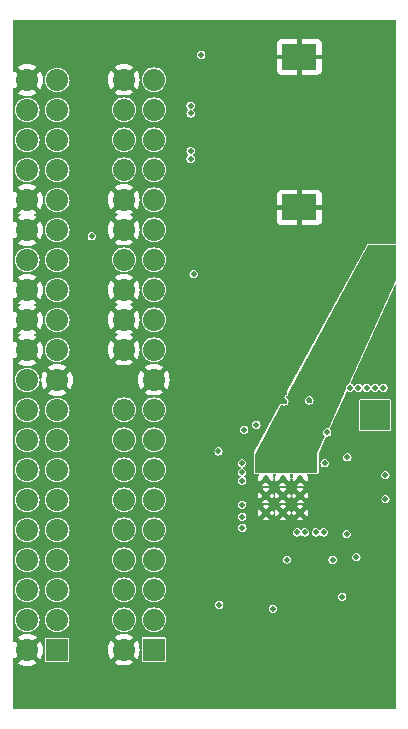
<source format=gbr>
%TF.GenerationSoftware,KiCad,Pcbnew,8.0.3*%
%TF.CreationDate,2024-07-19T14:19:01+01:00*%
%TF.ProjectId,xbox2sata,78626f78-3273-4617-9461-2e6b69636164,0.1*%
%TF.SameCoordinates,Original*%
%TF.FileFunction,Copper,L3,Inr*%
%TF.FilePolarity,Positive*%
%FSLAX46Y46*%
G04 Gerber Fmt 4.6, Leading zero omitted, Abs format (unit mm)*
G04 Created by KiCad (PCBNEW 8.0.3) date 2024-07-19 14:19:01*
%MOMM*%
%LPD*%
G01*
G04 APERTURE LIST*
%TA.AperFunction,HeatsinkPad*%
%ADD10C,0.500000*%
%TD*%
%TA.AperFunction,ComponentPad*%
%ADD11R,1.875000X1.875000*%
%TD*%
%TA.AperFunction,ComponentPad*%
%ADD12C,1.875000*%
%TD*%
%TA.AperFunction,ComponentPad*%
%ADD13R,2.500000X2.500000*%
%TD*%
%TA.AperFunction,ComponentPad*%
%ADD14R,3.000000X2.200000*%
%TD*%
%TA.AperFunction,ViaPad*%
%ADD15C,0.500000*%
%TD*%
G04 APERTURE END LIST*
D10*
%TO.N,GND*%
%TO.C,U5*%
X128717500Y-98850000D03*
X128717500Y-97400000D03*
X128717500Y-95950000D03*
X127267500Y-98850000D03*
X127267500Y-97400000D03*
X127267500Y-95950000D03*
X125817500Y-98850000D03*
X125817500Y-97400000D03*
X125817500Y-95950000D03*
%TD*%
D11*
%TO.N,RESET-*%
%TO.C,J2*%
X116340000Y-110440000D03*
D12*
%TO.N,GND*%
X113800000Y-110440000D03*
%TO.N,DD7*%
X116340000Y-107900000D03*
%TO.N,DD8*%
X113800000Y-107900000D03*
%TO.N,DD6*%
X116340000Y-105360000D03*
%TO.N,DD9*%
X113800000Y-105360000D03*
%TO.N,DD5*%
X116340000Y-102820000D03*
%TO.N,DD10*%
X113800000Y-102820000D03*
%TO.N,DD4*%
X116340000Y-100280000D03*
%TO.N,DD11*%
X113800000Y-100280000D03*
%TO.N,DD3*%
X116340000Y-97740000D03*
%TO.N,DD12*%
X113800000Y-97740000D03*
%TO.N,DD2*%
X116340000Y-95200000D03*
%TO.N,DD13*%
X113800000Y-95200000D03*
%TO.N,DD1*%
X116340000Y-92660000D03*
%TO.N,DD14*%
X113800000Y-92660000D03*
%TO.N,DD0*%
X116340000Y-90120000D03*
%TO.N,DD15*%
X113800000Y-90120000D03*
%TO.N,GND*%
X116340000Y-87580000D03*
%TO.N,DMARQ*%
X116340000Y-85040000D03*
%TO.N,GND*%
X113800000Y-85040000D03*
%TO.N,DIOW-*%
X116340000Y-82500000D03*
%TO.N,GND*%
X113800000Y-82500000D03*
%TO.N,DIOR-*%
X116340000Y-79960000D03*
%TO.N,GND*%
X113800000Y-79960000D03*
%TO.N,IORDY*%
X116340000Y-77420000D03*
%TO.N,CSEL*%
X113800000Y-77420000D03*
%TO.N,DMACK-*%
X116340000Y-74880000D03*
%TO.N,GND*%
X113800000Y-74880000D03*
%TO.N,INTRQ*%
X116340000Y-72340000D03*
%TO.N,GND*%
X113800000Y-72340000D03*
%TO.N,DA1*%
X116340000Y-69800000D03*
%TO.N,PDIAG-*%
X113800000Y-69800000D03*
%TO.N,DA0*%
X116340000Y-67260000D03*
%TO.N,DA2*%
X113800000Y-67260000D03*
%TO.N,CS0-*%
X116340000Y-64720000D03*
%TO.N,CS1-*%
X113800000Y-64720000D03*
%TO.N,DASP-*%
X116340000Y-62180000D03*
%TO.N,GND*%
X113800000Y-62180000D03*
%TD*%
D13*
%TO.N,+3V3*%
%TO.C,TP2*%
X135050000Y-90600000D03*
%TD*%
D14*
%TO.N,GND*%
%TO.C,J3*%
X128650000Y-73000000D03*
X128650000Y-60260000D03*
%TD*%
D11*
%TO.N,RESET-*%
%TO.C,J1*%
X108155000Y-110465000D03*
D12*
%TO.N,GND*%
X105615000Y-110465000D03*
%TO.N,DD7*%
X108155000Y-107925000D03*
%TO.N,DD8*%
X105615000Y-107925000D03*
%TO.N,DD6*%
X108155000Y-105385000D03*
%TO.N,DD9*%
X105615000Y-105385000D03*
%TO.N,DD5*%
X108155000Y-102845000D03*
%TO.N,DD10*%
X105615000Y-102845000D03*
%TO.N,DD4*%
X108155000Y-100305000D03*
%TO.N,DD11*%
X105615000Y-100305000D03*
%TO.N,DD3*%
X108155000Y-97765000D03*
%TO.N,DD12*%
X105615000Y-97765000D03*
%TO.N,DD2*%
X108155000Y-95225000D03*
%TO.N,DD13*%
X105615000Y-95225000D03*
%TO.N,DD1*%
X108155000Y-92685000D03*
%TO.N,DD14*%
X105615000Y-92685000D03*
%TO.N,DD0*%
X108155000Y-90145000D03*
%TO.N,DD15*%
X105615000Y-90145000D03*
%TO.N,GND*%
X108155000Y-87605000D03*
%TO.N,unconnected-(J1-Pad20)*%
X105615000Y-87605000D03*
%TO.N,DMARQ*%
X108155000Y-85065000D03*
%TO.N,GND*%
X105615000Y-85065000D03*
%TO.N,DIOW-*%
X108155000Y-82525000D03*
%TO.N,GND*%
X105615000Y-82525000D03*
%TO.N,DIOR-*%
X108155000Y-79985000D03*
%TO.N,GND*%
X105615000Y-79985000D03*
%TO.N,IORDY*%
X108155000Y-77445000D03*
%TO.N,CSEL*%
X105615000Y-77445000D03*
%TO.N,DMACK-*%
X108155000Y-74905000D03*
%TO.N,GND*%
X105615000Y-74905000D03*
%TO.N,INTRQ*%
X108155000Y-72365000D03*
%TO.N,GND*%
X105615000Y-72365000D03*
%TO.N,DA1*%
X108155000Y-69825000D03*
%TO.N,PDIAG-*%
X105615000Y-69825000D03*
%TO.N,DA0*%
X108155000Y-67285000D03*
%TO.N,DA2*%
X105615000Y-67285000D03*
%TO.N,CS0-*%
X108155000Y-64745000D03*
%TO.N,CS1-*%
X105615000Y-64745000D03*
%TO.N,DASP-*%
X108155000Y-62205000D03*
%TO.N,GND*%
X105615000Y-62205000D03*
%TD*%
D15*
%TO.N,GND*%
X122330000Y-105810000D03*
X129500000Y-89340000D03*
X118640000Y-99650000D03*
X117860000Y-100350000D03*
X121340000Y-105810000D03*
X128580000Y-83600000D03*
X117890000Y-99650000D03*
X129100000Y-84100000D03*
X127400000Y-82510000D03*
X118640000Y-94900000D03*
X127390000Y-89420000D03*
X128790000Y-105290000D03*
X128030000Y-83060000D03*
X127370000Y-87830000D03*
X127390000Y-88650000D03*
%TO.N,PDIAG-*%
X130790000Y-94650000D03*
%TO.N,DD8*%
X123840000Y-100130000D03*
%TO.N,DD14*%
X123980000Y-91820000D03*
%TO.N,DD15*%
X125020000Y-91410000D03*
%TO.N,DD11*%
X123810000Y-96150000D03*
%TO.N,DD9*%
X123810000Y-99171631D03*
%TO.N,DD10*%
X123800000Y-98160000D03*
%TO.N,DA2*%
X131017500Y-92050000D03*
%TO.N,DD12*%
X123800000Y-94650000D03*
%TO.N,DD13*%
X121810000Y-93650000D03*
%TO.N,DASP-*%
X132660000Y-100650000D03*
%TO.N,CS1-*%
X132730000Y-94150000D03*
%TO.N,RX_P*%
X119450000Y-68865000D03*
X128460585Y-100510000D03*
%TO.N,VSS*%
X127610000Y-102810000D03*
X132280000Y-105960000D03*
X131470000Y-102820000D03*
X126420000Y-106960000D03*
%TO.N,TX_P*%
X119450000Y-64394997D03*
X130710000Y-100510000D03*
%TO.N,+3V3*%
X135770000Y-88260000D03*
X135065000Y-88260000D03*
X132950000Y-88260000D03*
X133655000Y-88260000D03*
X133490000Y-102600000D03*
X111080000Y-75430000D03*
X120350000Y-60060000D03*
X121870000Y-106650000D03*
X134360000Y-88260000D03*
X119700000Y-78640000D03*
X135942500Y-95662500D03*
X135950000Y-97690000D03*
X123800000Y-95430000D03*
%TO.N,+1V2*%
X135000000Y-78090000D03*
X129620000Y-94900000D03*
X135690000Y-77450000D03*
X125780000Y-94560000D03*
X136330000Y-78090000D03*
X135690000Y-76800000D03*
X136330000Y-77450000D03*
X136330000Y-76800000D03*
X135690000Y-78090000D03*
X135000000Y-76800000D03*
X135000000Y-77450000D03*
%TO.N,TX_N*%
X130059997Y-100510000D03*
X119450000Y-65045000D03*
%TO.N,RX_N*%
X129110000Y-100510000D03*
X119450000Y-68215585D03*
%TD*%
%TA.AperFunction,Conductor*%
%TO.N,+1V2*%
G36*
X136780686Y-76188729D02*
G01*
X136815278Y-76203210D01*
X136829500Y-76237728D01*
X136829500Y-79109932D01*
X136825125Y-79130171D01*
X132843741Y-87908749D01*
X132821361Y-87932169D01*
X132741419Y-87972900D01*
X132741412Y-87972905D01*
X132662905Y-88051412D01*
X132662903Y-88051415D01*
X132612500Y-88150338D01*
X132612500Y-88150339D01*
X132595131Y-88260000D01*
X132612500Y-88369661D01*
X132612501Y-88369662D01*
X132613543Y-88371708D01*
X132613663Y-88373242D01*
X132613692Y-88373330D01*
X132613670Y-88373336D01*
X132616481Y-88409095D01*
X132614506Y-88414188D01*
X131134602Y-91677238D01*
X131107221Y-91702865D01*
X131082312Y-91705396D01*
X131017500Y-91695131D01*
X130907838Y-91712500D01*
X130808915Y-91762903D01*
X130808912Y-91762905D01*
X130730405Y-91841412D01*
X130730403Y-91841415D01*
X130680000Y-91940338D01*
X130662631Y-92050000D01*
X130680000Y-92159661D01*
X130730403Y-92258584D01*
X130730405Y-92258587D01*
X130803101Y-92331283D01*
X130817453Y-92365931D01*
X130813078Y-92386170D01*
X130190000Y-93760000D01*
X130190000Y-95421000D01*
X130175648Y-95455648D01*
X130141000Y-95470000D01*
X124929000Y-95470000D01*
X124894352Y-95455648D01*
X124880000Y-95421000D01*
X124880000Y-93902393D01*
X124885891Y-93879098D01*
X124950248Y-93760000D01*
X127126461Y-89732755D01*
X127155556Y-89709099D01*
X127191812Y-89712394D01*
X127280335Y-89757498D01*
X127280339Y-89757500D01*
X127390000Y-89774869D01*
X127499661Y-89757500D01*
X127598587Y-89707095D01*
X127677095Y-89628587D01*
X127727500Y-89529661D01*
X127744869Y-89420000D01*
X127732198Y-89340000D01*
X129145131Y-89340000D01*
X129162500Y-89449661D01*
X129203261Y-89529661D01*
X129212905Y-89548587D01*
X129291413Y-89627095D01*
X129390339Y-89677500D01*
X129500000Y-89694869D01*
X129609661Y-89677500D01*
X129708587Y-89627095D01*
X129787095Y-89548587D01*
X129837500Y-89449661D01*
X129854869Y-89340000D01*
X129837500Y-89230339D01*
X129787095Y-89131413D01*
X129708587Y-89052905D01*
X129708584Y-89052903D01*
X129609661Y-89002500D01*
X129500000Y-88985131D01*
X129390338Y-89002500D01*
X129291415Y-89052903D01*
X129291412Y-89052905D01*
X129212905Y-89131412D01*
X129212903Y-89131415D01*
X129162500Y-89230338D01*
X129145131Y-89340000D01*
X127732198Y-89340000D01*
X127727500Y-89310339D01*
X127677095Y-89211413D01*
X127598587Y-89132905D01*
X127598582Y-89132901D01*
X127527279Y-89096571D01*
X127502923Y-89068054D01*
X127505866Y-89030666D01*
X127506377Y-89029692D01*
X127533133Y-88980178D01*
X127553993Y-88959816D01*
X127598587Y-88937095D01*
X127677095Y-88858587D01*
X127727500Y-88759661D01*
X127744869Y-88650000D01*
X127739910Y-88618693D01*
X127745197Y-88587737D01*
X134436051Y-76205812D01*
X134465148Y-76182155D01*
X134479336Y-76180109D01*
X136780686Y-76188729D01*
G37*
%TD.AperFunction*%
%TD*%
%TA.AperFunction,Conductor*%
%TO.N,GND*%
G36*
X136815148Y-57154852D02*
G01*
X136829500Y-57189500D01*
X136829500Y-76034227D01*
X136815148Y-76068875D01*
X136780500Y-76083227D01*
X136780316Y-76083227D01*
X134760738Y-76075662D01*
X134479731Y-76074610D01*
X134479730Y-76074610D01*
X134479726Y-76074610D01*
X134479722Y-76074610D01*
X134464277Y-76075689D01*
X134464258Y-76075691D01*
X134450092Y-76077734D01*
X134450089Y-76077735D01*
X134398594Y-76100296D01*
X134398593Y-76100297D01*
X134369499Y-76123952D01*
X134369494Y-76123956D01*
X134343237Y-76155653D01*
X134343236Y-76155654D01*
X127652377Y-88537589D01*
X127641204Y-88569973D01*
X127641203Y-88569976D01*
X127635915Y-88600935D01*
X127635709Y-88635197D01*
X127635709Y-88635201D01*
X127636839Y-88642336D01*
X127636839Y-88657664D01*
X127627125Y-88718991D01*
X127622387Y-88733570D01*
X127594203Y-88788885D01*
X127585192Y-88801288D01*
X127541290Y-88845190D01*
X127528889Y-88854201D01*
X127506095Y-88865815D01*
X127506088Y-88865819D01*
X127480307Y-88884314D01*
X127480296Y-88884324D01*
X127459435Y-88904686D01*
X127440324Y-88930011D01*
X127440315Y-88930024D01*
X127413530Y-88979595D01*
X127413023Y-88980547D01*
X127412442Y-88981653D01*
X127400691Y-89022387D01*
X127397748Y-89059777D01*
X127397748Y-89076333D01*
X127422700Y-89136571D01*
X127439612Y-89156373D01*
X127447056Y-89165088D01*
X127479384Y-89190573D01*
X127479386Y-89190574D01*
X127528885Y-89215794D01*
X127541288Y-89224806D01*
X127585192Y-89268710D01*
X127594203Y-89281113D01*
X127622388Y-89336430D01*
X127627124Y-89351001D01*
X127627995Y-89356494D01*
X127627995Y-89356504D01*
X127627997Y-89356504D01*
X127636309Y-89408990D01*
X127636839Y-89412333D01*
X127636839Y-89427664D01*
X127627125Y-89488990D01*
X127622388Y-89503569D01*
X127594204Y-89558885D01*
X127585192Y-89571288D01*
X127541288Y-89615192D01*
X127528885Y-89624203D01*
X127473570Y-89652387D01*
X127458990Y-89657125D01*
X127397664Y-89666838D01*
X127382334Y-89666838D01*
X127321009Y-89657126D01*
X127306429Y-89652388D01*
X127239715Y-89618396D01*
X127239712Y-89618394D01*
X127201362Y-89607327D01*
X127201357Y-89607326D01*
X127165099Y-89604031D01*
X127149826Y-89603755D01*
X127089000Y-89627240D01*
X127059907Y-89650894D01*
X127059905Y-89650897D01*
X127033646Y-89682597D01*
X124857432Y-93709845D01*
X124857431Y-93709844D01*
X124793074Y-93828943D01*
X124793071Y-93828951D01*
X124783613Y-93853227D01*
X124783611Y-93853231D01*
X124777722Y-93876517D01*
X124777721Y-93876523D01*
X124777720Y-93876528D01*
X124774500Y-93902393D01*
X124774500Y-95421000D01*
X124780523Y-95451280D01*
X124782531Y-95461375D01*
X124782531Y-95461376D01*
X124796878Y-95496013D01*
X124796883Y-95496024D01*
X124804396Y-95510769D01*
X124804397Y-95510770D01*
X124804398Y-95510771D01*
X124853978Y-95553117D01*
X124888626Y-95567469D01*
X124929000Y-95575500D01*
X124929002Y-95575500D01*
X125193519Y-95575500D01*
X125228167Y-95589852D01*
X125242519Y-95624500D01*
X125238045Y-95642661D01*
X125238777Y-95642939D01*
X125181754Y-95793298D01*
X125162726Y-95950000D01*
X125181753Y-96106699D01*
X125235703Y-96248953D01*
X125235704Y-96248953D01*
X125564493Y-95920163D01*
X125667500Y-95920163D01*
X125667500Y-95979837D01*
X125690336Y-96034968D01*
X125732532Y-96077164D01*
X125787663Y-96100000D01*
X125847337Y-96100000D01*
X125902468Y-96077164D01*
X125944664Y-96034968D01*
X125967500Y-95979837D01*
X125967500Y-95920163D01*
X125944664Y-95865032D01*
X125902468Y-95822836D01*
X125847337Y-95800000D01*
X125787663Y-95800000D01*
X125732532Y-95822836D01*
X125690336Y-95865032D01*
X125667500Y-95920163D01*
X125564493Y-95920163D01*
X125782851Y-95701805D01*
X125817499Y-95687453D01*
X125852147Y-95701805D01*
X126399294Y-96248953D01*
X126399295Y-96248953D01*
X126453246Y-96106699D01*
X126472273Y-95950000D01*
X126453245Y-95793298D01*
X126396223Y-95642939D01*
X126397646Y-95642399D01*
X126394704Y-95609908D01*
X126418723Y-95581105D01*
X126441481Y-95575500D01*
X126643519Y-95575500D01*
X126678167Y-95589852D01*
X126692519Y-95624500D01*
X126688045Y-95642661D01*
X126688777Y-95642939D01*
X126631754Y-95793298D01*
X126612726Y-95950000D01*
X126631753Y-96106699D01*
X126685703Y-96248953D01*
X126685704Y-96248953D01*
X127014493Y-95920163D01*
X127117500Y-95920163D01*
X127117500Y-95979837D01*
X127140336Y-96034968D01*
X127182532Y-96077164D01*
X127237663Y-96100000D01*
X127297337Y-96100000D01*
X127352468Y-96077164D01*
X127394664Y-96034968D01*
X127417500Y-95979837D01*
X127417500Y-95920163D01*
X127394664Y-95865032D01*
X127352468Y-95822836D01*
X127297337Y-95800000D01*
X127237663Y-95800000D01*
X127182532Y-95822836D01*
X127140336Y-95865032D01*
X127117500Y-95920163D01*
X127014493Y-95920163D01*
X127232851Y-95701805D01*
X127267499Y-95687453D01*
X127302147Y-95701805D01*
X127849294Y-96248953D01*
X127849295Y-96248953D01*
X127903246Y-96106699D01*
X127922273Y-95950000D01*
X127903245Y-95793298D01*
X127846223Y-95642939D01*
X127847646Y-95642399D01*
X127844704Y-95609908D01*
X127868723Y-95581105D01*
X127891481Y-95575500D01*
X128093519Y-95575500D01*
X128128167Y-95589852D01*
X128142519Y-95624500D01*
X128138045Y-95642661D01*
X128138777Y-95642939D01*
X128081754Y-95793298D01*
X128062726Y-95950000D01*
X128081753Y-96106699D01*
X128135703Y-96248953D01*
X128135704Y-96248953D01*
X128464493Y-95920163D01*
X128567500Y-95920163D01*
X128567500Y-95979837D01*
X128590336Y-96034968D01*
X128632532Y-96077164D01*
X128687663Y-96100000D01*
X128747337Y-96100000D01*
X128802468Y-96077164D01*
X128844664Y-96034968D01*
X128867500Y-95979837D01*
X128867500Y-95920163D01*
X128844664Y-95865032D01*
X128802468Y-95822836D01*
X128747337Y-95800000D01*
X128687663Y-95800000D01*
X128632532Y-95822836D01*
X128590336Y-95865032D01*
X128567500Y-95920163D01*
X128464493Y-95920163D01*
X128682851Y-95701805D01*
X128717499Y-95687453D01*
X128752147Y-95701805D01*
X129299294Y-96248953D01*
X129299295Y-96248953D01*
X129353246Y-96106699D01*
X129372273Y-95950000D01*
X129353245Y-95793298D01*
X129303641Y-95662500D01*
X135587631Y-95662500D01*
X135605000Y-95772161D01*
X135652319Y-95865032D01*
X135655405Y-95871087D01*
X135733913Y-95949595D01*
X135832839Y-96000000D01*
X135942500Y-96017369D01*
X136052161Y-96000000D01*
X136151087Y-95949595D01*
X136229595Y-95871087D01*
X136280000Y-95772161D01*
X136297369Y-95662500D01*
X136280000Y-95552839D01*
X136229595Y-95453913D01*
X136151087Y-95375405D01*
X136151084Y-95375403D01*
X136052161Y-95325000D01*
X135942500Y-95307631D01*
X135832838Y-95325000D01*
X135733915Y-95375403D01*
X135733912Y-95375405D01*
X135655405Y-95453912D01*
X135655403Y-95453915D01*
X135605000Y-95552838D01*
X135587631Y-95662500D01*
X129303641Y-95662500D01*
X129296223Y-95642939D01*
X129297646Y-95642399D01*
X129294704Y-95609908D01*
X129318723Y-95581105D01*
X129341481Y-95575500D01*
X130140998Y-95575500D01*
X130141000Y-95575500D01*
X130181374Y-95567469D01*
X130181376Y-95567468D01*
X130216013Y-95553121D01*
X130216024Y-95553116D01*
X130230769Y-95545603D01*
X130230768Y-95545603D01*
X130230771Y-95545602D01*
X130273117Y-95496022D01*
X130287469Y-95461374D01*
X130295500Y-95421000D01*
X130295500Y-94650000D01*
X130435131Y-94650000D01*
X130452500Y-94759661D01*
X130486223Y-94825848D01*
X130502905Y-94858587D01*
X130581413Y-94937095D01*
X130680339Y-94987500D01*
X130790000Y-95004869D01*
X130899661Y-94987500D01*
X130998587Y-94937095D01*
X131077095Y-94858587D01*
X131127500Y-94759661D01*
X131144869Y-94650000D01*
X131127500Y-94540339D01*
X131077095Y-94441413D01*
X130998587Y-94362905D01*
X130998584Y-94362903D01*
X130899661Y-94312500D01*
X130790000Y-94295131D01*
X130680338Y-94312500D01*
X130581415Y-94362903D01*
X130581412Y-94362905D01*
X130502905Y-94441412D01*
X130502903Y-94441415D01*
X130452500Y-94540338D01*
X130435131Y-94650000D01*
X130295500Y-94650000D01*
X130295500Y-94150000D01*
X132375131Y-94150000D01*
X132392500Y-94259661D01*
X132442484Y-94357762D01*
X132442905Y-94358587D01*
X132521413Y-94437095D01*
X132620339Y-94487500D01*
X132730000Y-94504869D01*
X132839661Y-94487500D01*
X132938587Y-94437095D01*
X133017095Y-94358587D01*
X133067500Y-94259661D01*
X133084869Y-94150000D01*
X133067500Y-94040339D01*
X133017095Y-93941413D01*
X132938587Y-93862905D01*
X132938584Y-93862903D01*
X132839661Y-93812500D01*
X132730000Y-93795131D01*
X132620338Y-93812500D01*
X132521415Y-93862903D01*
X132521412Y-93862905D01*
X132442905Y-93941412D01*
X132442903Y-93941415D01*
X132392500Y-94040338D01*
X132375131Y-94150000D01*
X130295500Y-94150000D01*
X130295500Y-93793397D01*
X130299875Y-93773158D01*
X130909158Y-92429746D01*
X130909289Y-92429348D01*
X130909332Y-92429298D01*
X130909628Y-92428542D01*
X130909692Y-92428567D01*
X130909697Y-92428558D01*
X130909870Y-92428636D01*
X130909894Y-92428646D01*
X130933778Y-92400947D01*
X130963483Y-92396313D01*
X131017500Y-92404869D01*
X131127161Y-92387500D01*
X131226087Y-92337095D01*
X131304595Y-92258587D01*
X131355000Y-92159661D01*
X131372369Y-92050000D01*
X131355000Y-91940339D01*
X131304595Y-91841413D01*
X131280941Y-91817759D01*
X131240105Y-91776922D01*
X131225753Y-91742274D01*
X131230128Y-91722035D01*
X131241767Y-91696372D01*
X132310418Y-89340095D01*
X133699500Y-89340095D01*
X133699500Y-91859894D01*
X133699501Y-91859898D01*
X133705331Y-91889213D01*
X133705331Y-91889214D01*
X133705332Y-91889215D01*
X133705332Y-91889216D01*
X133727542Y-91922456D01*
X133727543Y-91922457D01*
X133760787Y-91944669D01*
X133790101Y-91950500D01*
X136309898Y-91950499D01*
X136339213Y-91944669D01*
X136372457Y-91922457D01*
X136394669Y-91889213D01*
X136400500Y-91859899D01*
X136400499Y-89340102D01*
X136394669Y-89310787D01*
X136394667Y-89310784D01*
X136394667Y-89310783D01*
X136372457Y-89277543D01*
X136339212Y-89255330D01*
X136309901Y-89249500D01*
X133790105Y-89249500D01*
X133790104Y-89249500D01*
X133790102Y-89249501D01*
X133760787Y-89255331D01*
X133760786Y-89255331D01*
X133760784Y-89255332D01*
X133760783Y-89255332D01*
X133727543Y-89277542D01*
X133705330Y-89310786D01*
X133705330Y-89310787D01*
X133699500Y-89340095D01*
X132310418Y-89340095D01*
X132663100Y-88562463D01*
X132690481Y-88536837D01*
X132727964Y-88538078D01*
X132738103Y-88545098D01*
X132738298Y-88544831D01*
X132741411Y-88547093D01*
X132741413Y-88547095D01*
X132840339Y-88597500D01*
X132950000Y-88614869D01*
X133059661Y-88597500D01*
X133158587Y-88547095D01*
X133237095Y-88468587D01*
X133258840Y-88425908D01*
X133287358Y-88401552D01*
X133324745Y-88404494D01*
X133346159Y-88425908D01*
X133367905Y-88468587D01*
X133446413Y-88547095D01*
X133545339Y-88597500D01*
X133655000Y-88614869D01*
X133764661Y-88597500D01*
X133863587Y-88547095D01*
X133942095Y-88468587D01*
X133963840Y-88425908D01*
X133992358Y-88401552D01*
X134029745Y-88404494D01*
X134051159Y-88425908D01*
X134072905Y-88468587D01*
X134151413Y-88547095D01*
X134250339Y-88597500D01*
X134360000Y-88614869D01*
X134469661Y-88597500D01*
X134568587Y-88547095D01*
X134647095Y-88468587D01*
X134668840Y-88425908D01*
X134697358Y-88401552D01*
X134734745Y-88404494D01*
X134756159Y-88425908D01*
X134777905Y-88468587D01*
X134856413Y-88547095D01*
X134955339Y-88597500D01*
X135065000Y-88614869D01*
X135174661Y-88597500D01*
X135273587Y-88547095D01*
X135352095Y-88468587D01*
X135373840Y-88425908D01*
X135402358Y-88401552D01*
X135439745Y-88404494D01*
X135461159Y-88425908D01*
X135482905Y-88468587D01*
X135561413Y-88547095D01*
X135660339Y-88597500D01*
X135770000Y-88614869D01*
X135879661Y-88597500D01*
X135978587Y-88547095D01*
X136057095Y-88468587D01*
X136107500Y-88369661D01*
X136124869Y-88260000D01*
X136107500Y-88150339D01*
X136057095Y-88051413D01*
X135978587Y-87972905D01*
X135978584Y-87972903D01*
X135879661Y-87922500D01*
X135770000Y-87905131D01*
X135660338Y-87922500D01*
X135561415Y-87972903D01*
X135561412Y-87972905D01*
X135482905Y-88051412D01*
X135482900Y-88051419D01*
X135461159Y-88094090D01*
X135432642Y-88118447D01*
X135395255Y-88115504D01*
X135373841Y-88094090D01*
X135352099Y-88051419D01*
X135352094Y-88051412D01*
X135273587Y-87972905D01*
X135273584Y-87972903D01*
X135174661Y-87922500D01*
X135065000Y-87905131D01*
X134955338Y-87922500D01*
X134856415Y-87972903D01*
X134856412Y-87972905D01*
X134777905Y-88051412D01*
X134777900Y-88051419D01*
X134756159Y-88094090D01*
X134727642Y-88118447D01*
X134690255Y-88115504D01*
X134668841Y-88094090D01*
X134647099Y-88051419D01*
X134647094Y-88051412D01*
X134568587Y-87972905D01*
X134568584Y-87972903D01*
X134469661Y-87922500D01*
X134360000Y-87905131D01*
X134250338Y-87922500D01*
X134151415Y-87972903D01*
X134151412Y-87972905D01*
X134072905Y-88051412D01*
X134072900Y-88051419D01*
X134051159Y-88094090D01*
X134022642Y-88118447D01*
X133985255Y-88115504D01*
X133963841Y-88094090D01*
X133942099Y-88051419D01*
X133942094Y-88051412D01*
X133863587Y-87972905D01*
X133863584Y-87972903D01*
X133764661Y-87922500D01*
X133655000Y-87905131D01*
X133545338Y-87922500D01*
X133446415Y-87972903D01*
X133446412Y-87972905D01*
X133367905Y-88051412D01*
X133367900Y-88051419D01*
X133346159Y-88094090D01*
X133317642Y-88118447D01*
X133280255Y-88115504D01*
X133258841Y-88094090D01*
X133237099Y-88051419D01*
X133237094Y-88051412D01*
X133158587Y-87972905D01*
X133158584Y-87972903D01*
X133127294Y-87956960D01*
X133059661Y-87922500D01*
X133023995Y-87916850D01*
X132992020Y-87897255D01*
X132983265Y-87860788D01*
X132987037Y-87848215D01*
X133005057Y-87808484D01*
X136735875Y-79582380D01*
X136763256Y-79556754D01*
X136800739Y-79557995D01*
X136826366Y-79585376D01*
X136829500Y-79602620D01*
X136829500Y-115390500D01*
X136815148Y-115425148D01*
X136780500Y-115439500D01*
X104434500Y-115439500D01*
X104399852Y-115425148D01*
X104385500Y-115390500D01*
X104385500Y-111196360D01*
X104399852Y-111161712D01*
X104434500Y-111147360D01*
X104469148Y-111161712D01*
X104474638Y-111168255D01*
X104538168Y-111258986D01*
X104538171Y-111258986D01*
X105053802Y-110743354D01*
X105061132Y-110761048D01*
X105129531Y-110863414D01*
X105216586Y-110950469D01*
X105318952Y-111018868D01*
X105336644Y-111026196D01*
X104821012Y-111541827D01*
X104821012Y-111541828D01*
X104943693Y-111627732D01*
X104943703Y-111627737D01*
X105155803Y-111726640D01*
X105155808Y-111726642D01*
X105381849Y-111787210D01*
X105381855Y-111787211D01*
X105615000Y-111807608D01*
X105848144Y-111787211D01*
X105848150Y-111787210D01*
X106074191Y-111726642D01*
X106074196Y-111726640D01*
X106286296Y-111627737D01*
X106286306Y-111627732D01*
X106408986Y-111541828D01*
X106408986Y-111541827D01*
X105893354Y-111026196D01*
X105911048Y-111018868D01*
X106013414Y-110950469D01*
X106100469Y-110863414D01*
X106168868Y-110761048D01*
X106176196Y-110743354D01*
X106691827Y-111258986D01*
X106691828Y-111258986D01*
X106777732Y-111136306D01*
X106777737Y-111136296D01*
X106876640Y-110924196D01*
X106876642Y-110924191D01*
X106937210Y-110698150D01*
X106937211Y-110698144D01*
X106957608Y-110465000D01*
X106937211Y-110231855D01*
X106937210Y-110231849D01*
X106876642Y-110005808D01*
X106876640Y-110005803D01*
X106777737Y-109793704D01*
X106777728Y-109793688D01*
X106691830Y-109671012D01*
X106691827Y-109671012D01*
X106176196Y-110186644D01*
X106168868Y-110168952D01*
X106100469Y-110066586D01*
X106013414Y-109979531D01*
X105911048Y-109911132D01*
X105893353Y-109903802D01*
X106279561Y-109517595D01*
X107117000Y-109517595D01*
X107117000Y-111412394D01*
X107117001Y-111412398D01*
X107122831Y-111441713D01*
X107122831Y-111441714D01*
X107122832Y-111441715D01*
X107122832Y-111441716D01*
X107143180Y-111472169D01*
X107145043Y-111474957D01*
X107178287Y-111497169D01*
X107207601Y-111503000D01*
X109102398Y-111502999D01*
X109131713Y-111497169D01*
X109164957Y-111474957D01*
X109187169Y-111441713D01*
X109193000Y-111412399D01*
X109192999Y-110440000D01*
X112457391Y-110440000D01*
X112477788Y-110673144D01*
X112477789Y-110673150D01*
X112538357Y-110899191D01*
X112538359Y-110899196D01*
X112637262Y-111111296D01*
X112637271Y-111111312D01*
X112723168Y-111233986D01*
X112723171Y-111233986D01*
X113238802Y-110718354D01*
X113246132Y-110736048D01*
X113314531Y-110838414D01*
X113401586Y-110925469D01*
X113503952Y-110993868D01*
X113521644Y-111001196D01*
X113006012Y-111516827D01*
X113006012Y-111516828D01*
X113128693Y-111602732D01*
X113128703Y-111602737D01*
X113340803Y-111701640D01*
X113340808Y-111701642D01*
X113566849Y-111762210D01*
X113566855Y-111762211D01*
X113800000Y-111782608D01*
X114033144Y-111762211D01*
X114033150Y-111762210D01*
X114259191Y-111701642D01*
X114259196Y-111701640D01*
X114471296Y-111602737D01*
X114471306Y-111602732D01*
X114593986Y-111516828D01*
X114593986Y-111516827D01*
X114078354Y-111001196D01*
X114096048Y-110993868D01*
X114198414Y-110925469D01*
X114285469Y-110838414D01*
X114353868Y-110736048D01*
X114361196Y-110718354D01*
X114876827Y-111233986D01*
X114876828Y-111233986D01*
X114962732Y-111111306D01*
X114962737Y-111111296D01*
X115061640Y-110899196D01*
X115061642Y-110899191D01*
X115122210Y-110673150D01*
X115122211Y-110673144D01*
X115142608Y-110440000D01*
X115122211Y-110206855D01*
X115122210Y-110206849D01*
X115061642Y-109980808D01*
X115061640Y-109980803D01*
X114962737Y-109768704D01*
X114962728Y-109768688D01*
X114876830Y-109646012D01*
X114876827Y-109646012D01*
X114361196Y-110161644D01*
X114353868Y-110143952D01*
X114285469Y-110041586D01*
X114198414Y-109954531D01*
X114096048Y-109886132D01*
X114078353Y-109878802D01*
X114464561Y-109492595D01*
X115302000Y-109492595D01*
X115302000Y-111387394D01*
X115302001Y-111387398D01*
X115307831Y-111416713D01*
X115307831Y-111416714D01*
X115307832Y-111416715D01*
X115307832Y-111416716D01*
X115330042Y-111449956D01*
X115330043Y-111449957D01*
X115363287Y-111472169D01*
X115392601Y-111478000D01*
X117287398Y-111477999D01*
X117316713Y-111472169D01*
X117349957Y-111449957D01*
X117372169Y-111416713D01*
X117378000Y-111387399D01*
X117377999Y-109492602D01*
X117372169Y-109463287D01*
X117372167Y-109463284D01*
X117372167Y-109463283D01*
X117349957Y-109430043D01*
X117316712Y-109407830D01*
X117287401Y-109402000D01*
X115392605Y-109402000D01*
X115392604Y-109402000D01*
X115392602Y-109402001D01*
X115363287Y-109407831D01*
X115363286Y-109407831D01*
X115363284Y-109407832D01*
X115363283Y-109407832D01*
X115330043Y-109430042D01*
X115307830Y-109463286D01*
X115307830Y-109463287D01*
X115302000Y-109492595D01*
X114464561Y-109492595D01*
X114593986Y-109363171D01*
X114593986Y-109363168D01*
X114471312Y-109277271D01*
X114471296Y-109277262D01*
X114259196Y-109178359D01*
X114259191Y-109178357D01*
X114033150Y-109117789D01*
X114033144Y-109117788D01*
X113800000Y-109097391D01*
X113566855Y-109117788D01*
X113566849Y-109117789D01*
X113340808Y-109178357D01*
X113340803Y-109178359D01*
X113128697Y-109277264D01*
X113128685Y-109277271D01*
X113006012Y-109363168D01*
X113006012Y-109363171D01*
X113521645Y-109878803D01*
X113503952Y-109886132D01*
X113401586Y-109954531D01*
X113314531Y-110041586D01*
X113246132Y-110143952D01*
X113238803Y-110161645D01*
X112723171Y-109646012D01*
X112723168Y-109646012D01*
X112637271Y-109768685D01*
X112637264Y-109768697D01*
X112538359Y-109980803D01*
X112538357Y-109980808D01*
X112477789Y-110206849D01*
X112477788Y-110206855D01*
X112457391Y-110440000D01*
X109192999Y-110440000D01*
X109192999Y-109517602D01*
X109187169Y-109488287D01*
X109187167Y-109488284D01*
X109187167Y-109488283D01*
X109164957Y-109455043D01*
X109131712Y-109432830D01*
X109102401Y-109427000D01*
X107207605Y-109427000D01*
X107207604Y-109427000D01*
X107207602Y-109427001D01*
X107178287Y-109432831D01*
X107178286Y-109432831D01*
X107178284Y-109432832D01*
X107178283Y-109432832D01*
X107145043Y-109455042D01*
X107122830Y-109488286D01*
X107122830Y-109488287D01*
X107117000Y-109517595D01*
X106279561Y-109517595D01*
X106408986Y-109388171D01*
X106408986Y-109388168D01*
X106286312Y-109302271D01*
X106286296Y-109302262D01*
X106074196Y-109203359D01*
X106074191Y-109203357D01*
X105848150Y-109142789D01*
X105848144Y-109142788D01*
X105615000Y-109122391D01*
X105381855Y-109142788D01*
X105381849Y-109142789D01*
X105155808Y-109203357D01*
X105155803Y-109203359D01*
X104943697Y-109302264D01*
X104943685Y-109302271D01*
X104821012Y-109388168D01*
X104821012Y-109388171D01*
X105336645Y-109903803D01*
X105318952Y-109911132D01*
X105216586Y-109979531D01*
X105129531Y-110066586D01*
X105061132Y-110168952D01*
X105053803Y-110186645D01*
X104538171Y-109671012D01*
X104538168Y-109671012D01*
X104474638Y-109761743D01*
X104443009Y-109781894D01*
X104406395Y-109773776D01*
X104386244Y-109742147D01*
X104385500Y-109733638D01*
X104385500Y-107924999D01*
X104571978Y-107924999D01*
X104571978Y-107925000D01*
X104592019Y-108128483D01*
X104592019Y-108128484D01*
X104651372Y-108324144D01*
X104651375Y-108324151D01*
X104747762Y-108504477D01*
X104877470Y-108662526D01*
X104877473Y-108662529D01*
X105035523Y-108792237D01*
X105035522Y-108792237D01*
X105035525Y-108792238D01*
X105035528Y-108792241D01*
X105215853Y-108888627D01*
X105411517Y-108947981D01*
X105615000Y-108968022D01*
X105818483Y-108947981D01*
X106014147Y-108888627D01*
X106194472Y-108792241D01*
X106352528Y-108662528D01*
X106482241Y-108504472D01*
X106578627Y-108324147D01*
X106637981Y-108128483D01*
X106658022Y-107925000D01*
X106658022Y-107924999D01*
X107111978Y-107924999D01*
X107111978Y-107925000D01*
X107132019Y-108128483D01*
X107132019Y-108128484D01*
X107191372Y-108324144D01*
X107191375Y-108324151D01*
X107287762Y-108504477D01*
X107417470Y-108662526D01*
X107417473Y-108662529D01*
X107575523Y-108792237D01*
X107575522Y-108792237D01*
X107575525Y-108792238D01*
X107575528Y-108792241D01*
X107755853Y-108888627D01*
X107951517Y-108947981D01*
X108155000Y-108968022D01*
X108358483Y-108947981D01*
X108554147Y-108888627D01*
X108734472Y-108792241D01*
X108892528Y-108662528D01*
X109022241Y-108504472D01*
X109118627Y-108324147D01*
X109177981Y-108128483D01*
X109198022Y-107925000D01*
X109195560Y-107899999D01*
X112756978Y-107899999D01*
X112756978Y-107900000D01*
X112777019Y-108103483D01*
X112777019Y-108103484D01*
X112836372Y-108299144D01*
X112836375Y-108299151D01*
X112932762Y-108479477D01*
X113062470Y-108637526D01*
X113062473Y-108637529D01*
X113220523Y-108767237D01*
X113220522Y-108767237D01*
X113220525Y-108767238D01*
X113220528Y-108767241D01*
X113400853Y-108863627D01*
X113596517Y-108922981D01*
X113800000Y-108943022D01*
X114003483Y-108922981D01*
X114199147Y-108863627D01*
X114379472Y-108767241D01*
X114537528Y-108637528D01*
X114667241Y-108479472D01*
X114763627Y-108299147D01*
X114822981Y-108103483D01*
X114843022Y-107900000D01*
X114843022Y-107899999D01*
X115296978Y-107899999D01*
X115296978Y-107900000D01*
X115317019Y-108103483D01*
X115317019Y-108103484D01*
X115376372Y-108299144D01*
X115376375Y-108299151D01*
X115472762Y-108479477D01*
X115602470Y-108637526D01*
X115602473Y-108637529D01*
X115760523Y-108767237D01*
X115760522Y-108767237D01*
X115760525Y-108767238D01*
X115760528Y-108767241D01*
X115940853Y-108863627D01*
X116136517Y-108922981D01*
X116340000Y-108943022D01*
X116543483Y-108922981D01*
X116739147Y-108863627D01*
X116919472Y-108767241D01*
X117077528Y-108637528D01*
X117207241Y-108479472D01*
X117303627Y-108299147D01*
X117362981Y-108103483D01*
X117383022Y-107900000D01*
X117362981Y-107696517D01*
X117303627Y-107500853D01*
X117207241Y-107320528D01*
X117207238Y-107320525D01*
X117207237Y-107320522D01*
X117077529Y-107162473D01*
X117077526Y-107162470D01*
X116919476Y-107032762D01*
X116919477Y-107032762D01*
X116919473Y-107032759D01*
X116919472Y-107032759D01*
X116739147Y-106936373D01*
X116543483Y-106877019D01*
X116340000Y-106856978D01*
X116136516Y-106877019D01*
X116136515Y-106877019D01*
X115940855Y-106936372D01*
X115940848Y-106936375D01*
X115760522Y-107032762D01*
X115602473Y-107162470D01*
X115602470Y-107162473D01*
X115472762Y-107320522D01*
X115376375Y-107500848D01*
X115376372Y-107500855D01*
X115317019Y-107696515D01*
X115317019Y-107696516D01*
X115296978Y-107899999D01*
X114843022Y-107899999D01*
X114822981Y-107696517D01*
X114763627Y-107500853D01*
X114667241Y-107320528D01*
X114667238Y-107320525D01*
X114667237Y-107320522D01*
X114537529Y-107162473D01*
X114537526Y-107162470D01*
X114379476Y-107032762D01*
X114379477Y-107032762D01*
X114379473Y-107032759D01*
X114379472Y-107032759D01*
X114199147Y-106936373D01*
X114003483Y-106877019D01*
X113800000Y-106856978D01*
X113596516Y-106877019D01*
X113596515Y-106877019D01*
X113400855Y-106936372D01*
X113400848Y-106936375D01*
X113220522Y-107032762D01*
X113062473Y-107162470D01*
X113062470Y-107162473D01*
X112932762Y-107320522D01*
X112836375Y-107500848D01*
X112836372Y-107500855D01*
X112777019Y-107696515D01*
X112777019Y-107696516D01*
X112756978Y-107899999D01*
X109195560Y-107899999D01*
X109177981Y-107721517D01*
X109118627Y-107525853D01*
X109022241Y-107345528D01*
X109022238Y-107345525D01*
X109022237Y-107345522D01*
X108892529Y-107187473D01*
X108892526Y-107187470D01*
X108734476Y-107057762D01*
X108734477Y-107057762D01*
X108734473Y-107057759D01*
X108734472Y-107057759D01*
X108554147Y-106961373D01*
X108474116Y-106937096D01*
X108358483Y-106902019D01*
X108155000Y-106881978D01*
X107951516Y-106902019D01*
X107951515Y-106902019D01*
X107755855Y-106961372D01*
X107755848Y-106961375D01*
X107575522Y-107057762D01*
X107417473Y-107187470D01*
X107417470Y-107187473D01*
X107287762Y-107345522D01*
X107191375Y-107525848D01*
X107191372Y-107525855D01*
X107132019Y-107721515D01*
X107132019Y-107721516D01*
X107111978Y-107924999D01*
X106658022Y-107924999D01*
X106637981Y-107721517D01*
X106578627Y-107525853D01*
X106482241Y-107345528D01*
X106482238Y-107345525D01*
X106482237Y-107345522D01*
X106352529Y-107187473D01*
X106352526Y-107187470D01*
X106194476Y-107057762D01*
X106194477Y-107057762D01*
X106194473Y-107057759D01*
X106194472Y-107057759D01*
X106014147Y-106961373D01*
X105934116Y-106937096D01*
X105818483Y-106902019D01*
X105615000Y-106881978D01*
X105411516Y-106902019D01*
X105411515Y-106902019D01*
X105215855Y-106961372D01*
X105215848Y-106961375D01*
X105035522Y-107057762D01*
X104877473Y-107187470D01*
X104877470Y-107187473D01*
X104747762Y-107345522D01*
X104651375Y-107525848D01*
X104651372Y-107525855D01*
X104592019Y-107721515D01*
X104592019Y-107721516D01*
X104571978Y-107924999D01*
X104385500Y-107924999D01*
X104385500Y-106650000D01*
X121515131Y-106650000D01*
X121532500Y-106759661D01*
X121582905Y-106858587D01*
X121661413Y-106937095D01*
X121760339Y-106987500D01*
X121870000Y-107004869D01*
X121979661Y-106987500D01*
X122033633Y-106960000D01*
X126065131Y-106960000D01*
X126082500Y-107069661D01*
X126129789Y-107162473D01*
X126132905Y-107168587D01*
X126211413Y-107247095D01*
X126310339Y-107297500D01*
X126420000Y-107314869D01*
X126529661Y-107297500D01*
X126628587Y-107247095D01*
X126707095Y-107168587D01*
X126757500Y-107069661D01*
X126774869Y-106960000D01*
X126757500Y-106850339D01*
X126707095Y-106751413D01*
X126628587Y-106672905D01*
X126628584Y-106672903D01*
X126529661Y-106622500D01*
X126420000Y-106605131D01*
X126310338Y-106622500D01*
X126211415Y-106672903D01*
X126211412Y-106672905D01*
X126132905Y-106751412D01*
X126132903Y-106751415D01*
X126082500Y-106850338D01*
X126065131Y-106960000D01*
X122033633Y-106960000D01*
X122078587Y-106937095D01*
X122157095Y-106858587D01*
X122207500Y-106759661D01*
X122224869Y-106650000D01*
X122207500Y-106540339D01*
X122157095Y-106441413D01*
X122078587Y-106362905D01*
X122078584Y-106362903D01*
X121979661Y-106312500D01*
X121870000Y-106295131D01*
X121760338Y-106312500D01*
X121661415Y-106362903D01*
X121661412Y-106362905D01*
X121582905Y-106441412D01*
X121582903Y-106441415D01*
X121532500Y-106540338D01*
X121532500Y-106540339D01*
X121515131Y-106650000D01*
X104385500Y-106650000D01*
X104385500Y-105384999D01*
X104571978Y-105384999D01*
X104571978Y-105385000D01*
X104592019Y-105588483D01*
X104592019Y-105588484D01*
X104651372Y-105784144D01*
X104651375Y-105784151D01*
X104747762Y-105964477D01*
X104877470Y-106122526D01*
X104877473Y-106122529D01*
X105035523Y-106252237D01*
X105035522Y-106252237D01*
X105035525Y-106252238D01*
X105035528Y-106252241D01*
X105215853Y-106348627D01*
X105411517Y-106407981D01*
X105615000Y-106428022D01*
X105818483Y-106407981D01*
X106014147Y-106348627D01*
X106194472Y-106252241D01*
X106200743Y-106247095D01*
X106224935Y-106227241D01*
X106352528Y-106122528D01*
X106482241Y-105964472D01*
X106578627Y-105784147D01*
X106637981Y-105588483D01*
X106658022Y-105385000D01*
X106658022Y-105384999D01*
X107111978Y-105384999D01*
X107111978Y-105385000D01*
X107132019Y-105588483D01*
X107132019Y-105588484D01*
X107191372Y-105784144D01*
X107191375Y-105784151D01*
X107287762Y-105964477D01*
X107417470Y-106122526D01*
X107417473Y-106122529D01*
X107575523Y-106252237D01*
X107575522Y-106252237D01*
X107575525Y-106252238D01*
X107575528Y-106252241D01*
X107755853Y-106348627D01*
X107951517Y-106407981D01*
X108155000Y-106428022D01*
X108358483Y-106407981D01*
X108554147Y-106348627D01*
X108734472Y-106252241D01*
X108740743Y-106247095D01*
X108764935Y-106227241D01*
X108892528Y-106122528D01*
X109022241Y-105964472D01*
X109118627Y-105784147D01*
X109177981Y-105588483D01*
X109198022Y-105385000D01*
X109195560Y-105359999D01*
X112756978Y-105359999D01*
X112756978Y-105360000D01*
X112777019Y-105563483D01*
X112777019Y-105563484D01*
X112836372Y-105759144D01*
X112836375Y-105759151D01*
X112932762Y-105939477D01*
X113062470Y-106097526D01*
X113062473Y-106097529D01*
X113220523Y-106227237D01*
X113220522Y-106227237D01*
X113220525Y-106227238D01*
X113220528Y-106227241D01*
X113400853Y-106323627D01*
X113596517Y-106382981D01*
X113800000Y-106403022D01*
X114003483Y-106382981D01*
X114199147Y-106323627D01*
X114379472Y-106227241D01*
X114537528Y-106097528D01*
X114667241Y-105939472D01*
X114763627Y-105759147D01*
X114822981Y-105563483D01*
X114843022Y-105360000D01*
X114843022Y-105359999D01*
X115296978Y-105359999D01*
X115296978Y-105360000D01*
X115317019Y-105563483D01*
X115317019Y-105563484D01*
X115376372Y-105759144D01*
X115376375Y-105759151D01*
X115472762Y-105939477D01*
X115602470Y-106097526D01*
X115602473Y-106097529D01*
X115760523Y-106227237D01*
X115760522Y-106227237D01*
X115760525Y-106227238D01*
X115760528Y-106227241D01*
X115940853Y-106323627D01*
X116136517Y-106382981D01*
X116340000Y-106403022D01*
X116543483Y-106382981D01*
X116739147Y-106323627D01*
X116919472Y-106227241D01*
X117077528Y-106097528D01*
X117190394Y-105960000D01*
X131925131Y-105960000D01*
X131942500Y-106069661D01*
X131992905Y-106168587D01*
X132071413Y-106247095D01*
X132170339Y-106297500D01*
X132280000Y-106314869D01*
X132389661Y-106297500D01*
X132488587Y-106247095D01*
X132567095Y-106168587D01*
X132617500Y-106069661D01*
X132634869Y-105960000D01*
X132617500Y-105850339D01*
X132567095Y-105751413D01*
X132488587Y-105672905D01*
X132488584Y-105672903D01*
X132389661Y-105622500D01*
X132280000Y-105605131D01*
X132170338Y-105622500D01*
X132071415Y-105672903D01*
X132071412Y-105672905D01*
X131992905Y-105751412D01*
X131992903Y-105751415D01*
X131942500Y-105850338D01*
X131942500Y-105850339D01*
X131925131Y-105960000D01*
X117190394Y-105960000D01*
X117207241Y-105939472D01*
X117303627Y-105759147D01*
X117362981Y-105563483D01*
X117383022Y-105360000D01*
X117362981Y-105156517D01*
X117303627Y-104960853D01*
X117207241Y-104780528D01*
X117207238Y-104780525D01*
X117207237Y-104780522D01*
X117077529Y-104622473D01*
X117077526Y-104622470D01*
X116919476Y-104492762D01*
X116919477Y-104492762D01*
X116919473Y-104492759D01*
X116919472Y-104492759D01*
X116739147Y-104396373D01*
X116543483Y-104337019D01*
X116340000Y-104316978D01*
X116136516Y-104337019D01*
X116136515Y-104337019D01*
X115940855Y-104396372D01*
X115940848Y-104396375D01*
X115760522Y-104492762D01*
X115602473Y-104622470D01*
X115602470Y-104622473D01*
X115472762Y-104780522D01*
X115376375Y-104960848D01*
X115376372Y-104960855D01*
X115317019Y-105156515D01*
X115317019Y-105156516D01*
X115296978Y-105359999D01*
X114843022Y-105359999D01*
X114822981Y-105156517D01*
X114763627Y-104960853D01*
X114667241Y-104780528D01*
X114667238Y-104780525D01*
X114667237Y-104780522D01*
X114537529Y-104622473D01*
X114537526Y-104622470D01*
X114379476Y-104492762D01*
X114379477Y-104492762D01*
X114379473Y-104492759D01*
X114379472Y-104492759D01*
X114199147Y-104396373D01*
X114003483Y-104337019D01*
X113800000Y-104316978D01*
X113596516Y-104337019D01*
X113596515Y-104337019D01*
X113400855Y-104396372D01*
X113400848Y-104396375D01*
X113220522Y-104492762D01*
X113062473Y-104622470D01*
X113062470Y-104622473D01*
X112932762Y-104780522D01*
X112836375Y-104960848D01*
X112836372Y-104960855D01*
X112777019Y-105156515D01*
X112777019Y-105156516D01*
X112756978Y-105359999D01*
X109195560Y-105359999D01*
X109177981Y-105181517D01*
X109118627Y-104985853D01*
X109022241Y-104805528D01*
X109022238Y-104805525D01*
X109022237Y-104805522D01*
X108892529Y-104647473D01*
X108892526Y-104647470D01*
X108734476Y-104517762D01*
X108734477Y-104517762D01*
X108734473Y-104517759D01*
X108734472Y-104517759D01*
X108554147Y-104421373D01*
X108358483Y-104362019D01*
X108155000Y-104341978D01*
X107951516Y-104362019D01*
X107951515Y-104362019D01*
X107755855Y-104421372D01*
X107755848Y-104421375D01*
X107575522Y-104517762D01*
X107417473Y-104647470D01*
X107417470Y-104647473D01*
X107287762Y-104805522D01*
X107191375Y-104985848D01*
X107191372Y-104985855D01*
X107132019Y-105181515D01*
X107132019Y-105181516D01*
X107111978Y-105384999D01*
X106658022Y-105384999D01*
X106637981Y-105181517D01*
X106578627Y-104985853D01*
X106482241Y-104805528D01*
X106482238Y-104805525D01*
X106482237Y-104805522D01*
X106352529Y-104647473D01*
X106352526Y-104647470D01*
X106194476Y-104517762D01*
X106194477Y-104517762D01*
X106194473Y-104517759D01*
X106194472Y-104517759D01*
X106014147Y-104421373D01*
X105818483Y-104362019D01*
X105615000Y-104341978D01*
X105411516Y-104362019D01*
X105411515Y-104362019D01*
X105215855Y-104421372D01*
X105215848Y-104421375D01*
X105035522Y-104517762D01*
X104877473Y-104647470D01*
X104877470Y-104647473D01*
X104747762Y-104805522D01*
X104651375Y-104985848D01*
X104651372Y-104985855D01*
X104592019Y-105181515D01*
X104592019Y-105181516D01*
X104571978Y-105384999D01*
X104385500Y-105384999D01*
X104385500Y-102844999D01*
X104571978Y-102844999D01*
X104571978Y-102845000D01*
X104592019Y-103048483D01*
X104592019Y-103048484D01*
X104651372Y-103244144D01*
X104651375Y-103244151D01*
X104747762Y-103424477D01*
X104877470Y-103582526D01*
X104877473Y-103582529D01*
X105035523Y-103712237D01*
X105035522Y-103712237D01*
X105035525Y-103712238D01*
X105035528Y-103712241D01*
X105215853Y-103808627D01*
X105411517Y-103867981D01*
X105615000Y-103888022D01*
X105818483Y-103867981D01*
X106014147Y-103808627D01*
X106194472Y-103712241D01*
X106352528Y-103582528D01*
X106482241Y-103424472D01*
X106578627Y-103244147D01*
X106637981Y-103048483D01*
X106658022Y-102845000D01*
X106658022Y-102844999D01*
X107111978Y-102844999D01*
X107111978Y-102845000D01*
X107132019Y-103048483D01*
X107132019Y-103048484D01*
X107191372Y-103244144D01*
X107191375Y-103244151D01*
X107287762Y-103424477D01*
X107417470Y-103582526D01*
X107417473Y-103582529D01*
X107575523Y-103712237D01*
X107575522Y-103712237D01*
X107575525Y-103712238D01*
X107575528Y-103712241D01*
X107755853Y-103808627D01*
X107951517Y-103867981D01*
X108155000Y-103888022D01*
X108358483Y-103867981D01*
X108554147Y-103808627D01*
X108734472Y-103712241D01*
X108892528Y-103582528D01*
X109022241Y-103424472D01*
X109118627Y-103244147D01*
X109177981Y-103048483D01*
X109198022Y-102845000D01*
X109195560Y-102819999D01*
X112756978Y-102819999D01*
X112756978Y-102820000D01*
X112777019Y-103023483D01*
X112777019Y-103023484D01*
X112836372Y-103219144D01*
X112836375Y-103219151D01*
X112932762Y-103399477D01*
X113062470Y-103557526D01*
X113062473Y-103557529D01*
X113220523Y-103687237D01*
X113220522Y-103687237D01*
X113220525Y-103687238D01*
X113220528Y-103687241D01*
X113400853Y-103783627D01*
X113596517Y-103842981D01*
X113800000Y-103863022D01*
X114003483Y-103842981D01*
X114199147Y-103783627D01*
X114379472Y-103687241D01*
X114537528Y-103557528D01*
X114667241Y-103399472D01*
X114763627Y-103219147D01*
X114822981Y-103023483D01*
X114843022Y-102820000D01*
X114843022Y-102819999D01*
X115296978Y-102819999D01*
X115296978Y-102820000D01*
X115317019Y-103023483D01*
X115317019Y-103023484D01*
X115376372Y-103219144D01*
X115376375Y-103219151D01*
X115472762Y-103399477D01*
X115602470Y-103557526D01*
X115602473Y-103557529D01*
X115760523Y-103687237D01*
X115760522Y-103687237D01*
X115760525Y-103687238D01*
X115760528Y-103687241D01*
X115940853Y-103783627D01*
X116136517Y-103842981D01*
X116340000Y-103863022D01*
X116543483Y-103842981D01*
X116739147Y-103783627D01*
X116919472Y-103687241D01*
X117077528Y-103557528D01*
X117207241Y-103399472D01*
X117303627Y-103219147D01*
X117362981Y-103023483D01*
X117383022Y-102820000D01*
X117382037Y-102810000D01*
X127255131Y-102810000D01*
X127272500Y-102919661D01*
X127322905Y-103018587D01*
X127401413Y-103097095D01*
X127500339Y-103147500D01*
X127610000Y-103164869D01*
X127719661Y-103147500D01*
X127818587Y-103097095D01*
X127897095Y-103018587D01*
X127947500Y-102919661D01*
X127963285Y-102820000D01*
X131115131Y-102820000D01*
X131132500Y-102929661D01*
X131180304Y-103023484D01*
X131182905Y-103028587D01*
X131261413Y-103107095D01*
X131360339Y-103157500D01*
X131470000Y-103174869D01*
X131579661Y-103157500D01*
X131678587Y-103107095D01*
X131757095Y-103028587D01*
X131807500Y-102929661D01*
X131824869Y-102820000D01*
X131807500Y-102710339D01*
X131757095Y-102611413D01*
X131745682Y-102600000D01*
X133135131Y-102600000D01*
X133152500Y-102709661D01*
X133202905Y-102808587D01*
X133281413Y-102887095D01*
X133380339Y-102937500D01*
X133490000Y-102954869D01*
X133599661Y-102937500D01*
X133698587Y-102887095D01*
X133777095Y-102808587D01*
X133827500Y-102709661D01*
X133844869Y-102600000D01*
X133827500Y-102490339D01*
X133777095Y-102391413D01*
X133698587Y-102312905D01*
X133698584Y-102312903D01*
X133599661Y-102262500D01*
X133490000Y-102245131D01*
X133380338Y-102262500D01*
X133281415Y-102312903D01*
X133281412Y-102312905D01*
X133202905Y-102391412D01*
X133202903Y-102391415D01*
X133152500Y-102490338D01*
X133152500Y-102490339D01*
X133135131Y-102600000D01*
X131745682Y-102600000D01*
X131678587Y-102532905D01*
X131678584Y-102532903D01*
X131579661Y-102482500D01*
X131470000Y-102465131D01*
X131360338Y-102482500D01*
X131261415Y-102532903D01*
X131261412Y-102532905D01*
X131182905Y-102611412D01*
X131182903Y-102611415D01*
X131132500Y-102710338D01*
X131115131Y-102820000D01*
X127963285Y-102820000D01*
X127964869Y-102810000D01*
X127947500Y-102700339D01*
X127897095Y-102601413D01*
X127818587Y-102522905D01*
X127818584Y-102522903D01*
X127719661Y-102472500D01*
X127610000Y-102455131D01*
X127500338Y-102472500D01*
X127401415Y-102522903D01*
X127401412Y-102522905D01*
X127322905Y-102601412D01*
X127322903Y-102601415D01*
X127272500Y-102700338D01*
X127270916Y-102710338D01*
X127255131Y-102810000D01*
X117382037Y-102810000D01*
X117362981Y-102616517D01*
X117303627Y-102420853D01*
X117207241Y-102240528D01*
X117207238Y-102240525D01*
X117207237Y-102240522D01*
X117077529Y-102082473D01*
X117077526Y-102082470D01*
X116919476Y-101952762D01*
X116919477Y-101952762D01*
X116919473Y-101952759D01*
X116919472Y-101952759D01*
X116739147Y-101856373D01*
X116543483Y-101797019D01*
X116340000Y-101776978D01*
X116136516Y-101797019D01*
X116136515Y-101797019D01*
X115940855Y-101856372D01*
X115940848Y-101856375D01*
X115760522Y-101952762D01*
X115602473Y-102082470D01*
X115602470Y-102082473D01*
X115472762Y-102240522D01*
X115376375Y-102420848D01*
X115376372Y-102420855D01*
X115317019Y-102616515D01*
X115317019Y-102616516D01*
X115296978Y-102819999D01*
X114843022Y-102819999D01*
X114822981Y-102616517D01*
X114763627Y-102420853D01*
X114667241Y-102240528D01*
X114667238Y-102240525D01*
X114667237Y-102240522D01*
X114537529Y-102082473D01*
X114537526Y-102082470D01*
X114379476Y-101952762D01*
X114379477Y-101952762D01*
X114379473Y-101952759D01*
X114379472Y-101952759D01*
X114199147Y-101856373D01*
X114003483Y-101797019D01*
X113800000Y-101776978D01*
X113596516Y-101797019D01*
X113596515Y-101797019D01*
X113400855Y-101856372D01*
X113400848Y-101856375D01*
X113220522Y-101952762D01*
X113062473Y-102082470D01*
X113062470Y-102082473D01*
X112932762Y-102240522D01*
X112836375Y-102420848D01*
X112836372Y-102420855D01*
X112777019Y-102616515D01*
X112777019Y-102616516D01*
X112756978Y-102819999D01*
X109195560Y-102819999D01*
X109177981Y-102641517D01*
X109118627Y-102445853D01*
X109022241Y-102265528D01*
X109022238Y-102265525D01*
X109022237Y-102265522D01*
X108892529Y-102107473D01*
X108892526Y-102107470D01*
X108734476Y-101977762D01*
X108734477Y-101977762D01*
X108734473Y-101977759D01*
X108734472Y-101977759D01*
X108554147Y-101881373D01*
X108358483Y-101822019D01*
X108155000Y-101801978D01*
X107951516Y-101822019D01*
X107951515Y-101822019D01*
X107755855Y-101881372D01*
X107755848Y-101881375D01*
X107575522Y-101977762D01*
X107417473Y-102107470D01*
X107417470Y-102107473D01*
X107287762Y-102265522D01*
X107191375Y-102445848D01*
X107191372Y-102445855D01*
X107132019Y-102641515D01*
X107132019Y-102641516D01*
X107111978Y-102844999D01*
X106658022Y-102844999D01*
X106637981Y-102641517D01*
X106578627Y-102445853D01*
X106482241Y-102265528D01*
X106482238Y-102265525D01*
X106482237Y-102265522D01*
X106352529Y-102107473D01*
X106352526Y-102107470D01*
X106194476Y-101977762D01*
X106194477Y-101977762D01*
X106194473Y-101977759D01*
X106194472Y-101977759D01*
X106014147Y-101881373D01*
X105818483Y-101822019D01*
X105615000Y-101801978D01*
X105411516Y-101822019D01*
X105411515Y-101822019D01*
X105215855Y-101881372D01*
X105215848Y-101881375D01*
X105035522Y-101977762D01*
X104877473Y-102107470D01*
X104877470Y-102107473D01*
X104747762Y-102265522D01*
X104651375Y-102445848D01*
X104651372Y-102445855D01*
X104592019Y-102641515D01*
X104592019Y-102641516D01*
X104571978Y-102844999D01*
X104385500Y-102844999D01*
X104385500Y-100304999D01*
X104571978Y-100304999D01*
X104571978Y-100305000D01*
X104592019Y-100508483D01*
X104592019Y-100508484D01*
X104651372Y-100704144D01*
X104651375Y-100704151D01*
X104657838Y-100716242D01*
X104737280Y-100864868D01*
X104747762Y-100884477D01*
X104877470Y-101042526D01*
X104877473Y-101042529D01*
X105035523Y-101172237D01*
X105035522Y-101172237D01*
X105035525Y-101172238D01*
X105035528Y-101172241D01*
X105215853Y-101268627D01*
X105411517Y-101327981D01*
X105615000Y-101348022D01*
X105818483Y-101327981D01*
X106014147Y-101268627D01*
X106194472Y-101172241D01*
X106352528Y-101042528D01*
X106482241Y-100884472D01*
X106578627Y-100704147D01*
X106637981Y-100508483D01*
X106658022Y-100305000D01*
X106658022Y-100304999D01*
X107111978Y-100304999D01*
X107111978Y-100305000D01*
X107132019Y-100508483D01*
X107132019Y-100508484D01*
X107191372Y-100704144D01*
X107191375Y-100704151D01*
X107197838Y-100716242D01*
X107277280Y-100864868D01*
X107287762Y-100884477D01*
X107417470Y-101042526D01*
X107417473Y-101042529D01*
X107575523Y-101172237D01*
X107575522Y-101172237D01*
X107575525Y-101172238D01*
X107575528Y-101172241D01*
X107755853Y-101268627D01*
X107951517Y-101327981D01*
X108155000Y-101348022D01*
X108358483Y-101327981D01*
X108554147Y-101268627D01*
X108734472Y-101172241D01*
X108892528Y-101042528D01*
X109022241Y-100884472D01*
X109118627Y-100704147D01*
X109177981Y-100508483D01*
X109198022Y-100305000D01*
X109195560Y-100279999D01*
X112756978Y-100279999D01*
X112756978Y-100280000D01*
X112777019Y-100483483D01*
X112777019Y-100483484D01*
X112836372Y-100679144D01*
X112836375Y-100679151D01*
X112849734Y-100704144D01*
X112932284Y-100858584D01*
X112932762Y-100859477D01*
X113062470Y-101017526D01*
X113062473Y-101017529D01*
X113220523Y-101147237D01*
X113220522Y-101147237D01*
X113220525Y-101147238D01*
X113220528Y-101147241D01*
X113400853Y-101243627D01*
X113596517Y-101302981D01*
X113800000Y-101323022D01*
X114003483Y-101302981D01*
X114199147Y-101243627D01*
X114379472Y-101147241D01*
X114537528Y-101017528D01*
X114667241Y-100859472D01*
X114763627Y-100679147D01*
X114822981Y-100483483D01*
X114843022Y-100280000D01*
X114843022Y-100279999D01*
X115296978Y-100279999D01*
X115296978Y-100280000D01*
X115317019Y-100483483D01*
X115317019Y-100483484D01*
X115376372Y-100679144D01*
X115376375Y-100679151D01*
X115389734Y-100704144D01*
X115472284Y-100858584D01*
X115472762Y-100859477D01*
X115602470Y-101017526D01*
X115602473Y-101017529D01*
X115760523Y-101147237D01*
X115760522Y-101147237D01*
X115760525Y-101147238D01*
X115760528Y-101147241D01*
X115940853Y-101243627D01*
X116136517Y-101302981D01*
X116340000Y-101323022D01*
X116543483Y-101302981D01*
X116739147Y-101243627D01*
X116919472Y-101147241D01*
X117077528Y-101017528D01*
X117207241Y-100859472D01*
X117303627Y-100679147D01*
X117354937Y-100510000D01*
X128105716Y-100510000D01*
X128123085Y-100619661D01*
X128172100Y-100715860D01*
X128173490Y-100718587D01*
X128251998Y-100797095D01*
X128350924Y-100847500D01*
X128460585Y-100864869D01*
X128570246Y-100847500D01*
X128669172Y-100797095D01*
X128747680Y-100718587D01*
X128747680Y-100718586D01*
X128750407Y-100715860D01*
X128752031Y-100717484D01*
X128777571Y-100701793D01*
X128814047Y-100710506D01*
X128819795Y-100716242D01*
X128820178Y-100715860D01*
X128822905Y-100718587D01*
X128901413Y-100797095D01*
X129000339Y-100847500D01*
X129110000Y-100864869D01*
X129219661Y-100847500D01*
X129318587Y-100797095D01*
X129397095Y-100718587D01*
X129447500Y-100619661D01*
X129464869Y-100510000D01*
X129705128Y-100510000D01*
X129722497Y-100619661D01*
X129771512Y-100715860D01*
X129772902Y-100718587D01*
X129851410Y-100797095D01*
X129950336Y-100847500D01*
X130059997Y-100864869D01*
X130169658Y-100847500D01*
X130268584Y-100797095D01*
X130347092Y-100718587D01*
X130347092Y-100718586D01*
X130349819Y-100715860D01*
X130351300Y-100717341D01*
X130377297Y-100701385D01*
X130413770Y-100710113D01*
X130419850Y-100716187D01*
X130420178Y-100715860D01*
X130422905Y-100718587D01*
X130501413Y-100797095D01*
X130600339Y-100847500D01*
X130710000Y-100864869D01*
X130819661Y-100847500D01*
X130918587Y-100797095D01*
X130997095Y-100718587D01*
X131032042Y-100650000D01*
X132305131Y-100650000D01*
X132322500Y-100759661D01*
X132372905Y-100858587D01*
X132451413Y-100937095D01*
X132550339Y-100987500D01*
X132660000Y-101004869D01*
X132769661Y-100987500D01*
X132868587Y-100937095D01*
X132947095Y-100858587D01*
X132997500Y-100759661D01*
X133014869Y-100650000D01*
X132997500Y-100540339D01*
X132947095Y-100441413D01*
X132868587Y-100362905D01*
X132868584Y-100362903D01*
X132769661Y-100312500D01*
X132660000Y-100295131D01*
X132550338Y-100312500D01*
X132451415Y-100362903D01*
X132451412Y-100362905D01*
X132372905Y-100441412D01*
X132372903Y-100441415D01*
X132322500Y-100540338D01*
X132322500Y-100540339D01*
X132305131Y-100650000D01*
X131032042Y-100650000D01*
X131047500Y-100619661D01*
X131064869Y-100510000D01*
X131047500Y-100400339D01*
X130997095Y-100301413D01*
X130918587Y-100222905D01*
X130918584Y-100222903D01*
X130819661Y-100172500D01*
X130710000Y-100155131D01*
X130600338Y-100172500D01*
X130501415Y-100222903D01*
X130501412Y-100222905D01*
X130420178Y-100304140D01*
X130418708Y-100302670D01*
X130392624Y-100318626D01*
X130356165Y-100309842D01*
X130350143Y-100303815D01*
X130349819Y-100304140D01*
X130268584Y-100222905D01*
X130268581Y-100222903D01*
X130169658Y-100172500D01*
X130059997Y-100155131D01*
X129950335Y-100172500D01*
X129851412Y-100222903D01*
X129851409Y-100222905D01*
X129772902Y-100301412D01*
X129772900Y-100301415D01*
X129722497Y-100400338D01*
X129705128Y-100510000D01*
X129464869Y-100510000D01*
X129447500Y-100400339D01*
X129397095Y-100301413D01*
X129318587Y-100222905D01*
X129318584Y-100222903D01*
X129219661Y-100172500D01*
X129110000Y-100155131D01*
X129000338Y-100172500D01*
X128901415Y-100222903D01*
X128901412Y-100222905D01*
X128820178Y-100304140D01*
X128818581Y-100302543D01*
X128792846Y-100318232D01*
X128756399Y-100309394D01*
X128750782Y-100303764D01*
X128750407Y-100304140D01*
X128669172Y-100222905D01*
X128669169Y-100222903D01*
X128570246Y-100172500D01*
X128460585Y-100155131D01*
X128350923Y-100172500D01*
X128252000Y-100222903D01*
X128251997Y-100222905D01*
X128173490Y-100301412D01*
X128173488Y-100301415D01*
X128123085Y-100400338D01*
X128105716Y-100510000D01*
X117354937Y-100510000D01*
X117362981Y-100483483D01*
X117383022Y-100280000D01*
X117368249Y-100130000D01*
X123485131Y-100130000D01*
X123502500Y-100239661D01*
X123542533Y-100318232D01*
X123552905Y-100338587D01*
X123631413Y-100417095D01*
X123730339Y-100467500D01*
X123840000Y-100484869D01*
X123949661Y-100467500D01*
X124048587Y-100417095D01*
X124127095Y-100338587D01*
X124177500Y-100239661D01*
X124194869Y-100130000D01*
X124177500Y-100020339D01*
X124127095Y-99921413D01*
X124048587Y-99842905D01*
X124048584Y-99842903D01*
X123949661Y-99792500D01*
X123840000Y-99775131D01*
X123730338Y-99792500D01*
X123631415Y-99842903D01*
X123631412Y-99842905D01*
X123552905Y-99921412D01*
X123552903Y-99921415D01*
X123502500Y-100020338D01*
X123485131Y-100130000D01*
X117368249Y-100130000D01*
X117362981Y-100076517D01*
X117303627Y-99880853D01*
X117207241Y-99700528D01*
X117207238Y-99700525D01*
X117207237Y-99700522D01*
X117077529Y-99542473D01*
X117077526Y-99542470D01*
X116919476Y-99412762D01*
X116919477Y-99412762D01*
X116919473Y-99412759D01*
X116919472Y-99412759D01*
X116739147Y-99316373D01*
X116623500Y-99281292D01*
X116543483Y-99257019D01*
X116340000Y-99236978D01*
X116136516Y-99257019D01*
X116136515Y-99257019D01*
X115940855Y-99316372D01*
X115940848Y-99316375D01*
X115760522Y-99412762D01*
X115602473Y-99542470D01*
X115602470Y-99542473D01*
X115472762Y-99700522D01*
X115376375Y-99880848D01*
X115376372Y-99880855D01*
X115317019Y-100076515D01*
X115317019Y-100076516D01*
X115296978Y-100279999D01*
X114843022Y-100279999D01*
X114822981Y-100076517D01*
X114763627Y-99880853D01*
X114667241Y-99700528D01*
X114667238Y-99700525D01*
X114667237Y-99700522D01*
X114537529Y-99542473D01*
X114537526Y-99542470D01*
X114379476Y-99412762D01*
X114379477Y-99412762D01*
X114379473Y-99412759D01*
X114379472Y-99412759D01*
X114199147Y-99316373D01*
X114083500Y-99281292D01*
X114003483Y-99257019D01*
X113800000Y-99236978D01*
X113596516Y-99257019D01*
X113596515Y-99257019D01*
X113400855Y-99316372D01*
X113400848Y-99316375D01*
X113220522Y-99412762D01*
X113062473Y-99542470D01*
X113062470Y-99542473D01*
X112932762Y-99700522D01*
X112836375Y-99880848D01*
X112836372Y-99880855D01*
X112777019Y-100076515D01*
X112777019Y-100076516D01*
X112756978Y-100279999D01*
X109195560Y-100279999D01*
X109177981Y-100101517D01*
X109118627Y-99905853D01*
X109022241Y-99725528D01*
X109022238Y-99725525D01*
X109022237Y-99725522D01*
X108892529Y-99567473D01*
X108892526Y-99567470D01*
X108734476Y-99437762D01*
X108734477Y-99437762D01*
X108734473Y-99437759D01*
X108734472Y-99437759D01*
X108554147Y-99341373D01*
X108358483Y-99282019D01*
X108155000Y-99261978D01*
X107951516Y-99282019D01*
X107951515Y-99282019D01*
X107755855Y-99341372D01*
X107755848Y-99341375D01*
X107575522Y-99437762D01*
X107417473Y-99567470D01*
X107417470Y-99567473D01*
X107287762Y-99725522D01*
X107191375Y-99905848D01*
X107191372Y-99905855D01*
X107132019Y-100101515D01*
X107132019Y-100101516D01*
X107111978Y-100304999D01*
X106658022Y-100304999D01*
X106637981Y-100101517D01*
X106578627Y-99905853D01*
X106482241Y-99725528D01*
X106482238Y-99725525D01*
X106482237Y-99725522D01*
X106352529Y-99567473D01*
X106352526Y-99567470D01*
X106194476Y-99437762D01*
X106194477Y-99437762D01*
X106194473Y-99437759D01*
X106194472Y-99437759D01*
X106014147Y-99341373D01*
X105818483Y-99282019D01*
X105615000Y-99261978D01*
X105411516Y-99282019D01*
X105411515Y-99282019D01*
X105215855Y-99341372D01*
X105215848Y-99341375D01*
X105035522Y-99437762D01*
X104877473Y-99567470D01*
X104877470Y-99567473D01*
X104747762Y-99725522D01*
X104651375Y-99905848D01*
X104651372Y-99905855D01*
X104592019Y-100101515D01*
X104592019Y-100101516D01*
X104571978Y-100304999D01*
X104385500Y-100304999D01*
X104385500Y-99171631D01*
X123455131Y-99171631D01*
X123472500Y-99281292D01*
X123503113Y-99341375D01*
X123522905Y-99380218D01*
X123601413Y-99458726D01*
X123700339Y-99509131D01*
X123810000Y-99526500D01*
X123919661Y-99509131D01*
X124018587Y-99458726D01*
X124048545Y-99428768D01*
X125521571Y-99428768D01*
X125521571Y-99428769D01*
X125585314Y-99462224D01*
X125738576Y-99500000D01*
X125896424Y-99500000D01*
X126049684Y-99462224D01*
X126113427Y-99428769D01*
X126113427Y-99428768D01*
X126971571Y-99428768D01*
X126971571Y-99428769D01*
X127035314Y-99462224D01*
X127188576Y-99500000D01*
X127346424Y-99500000D01*
X127499684Y-99462224D01*
X127563427Y-99428769D01*
X127563427Y-99428768D01*
X128421571Y-99428768D01*
X128421571Y-99428769D01*
X128485314Y-99462224D01*
X128638576Y-99500000D01*
X128796424Y-99500000D01*
X128949684Y-99462224D01*
X129013427Y-99428769D01*
X129013427Y-99428768D01*
X128717500Y-99132842D01*
X128421571Y-99428768D01*
X127563427Y-99428768D01*
X127267500Y-99132842D01*
X126971571Y-99428768D01*
X126113427Y-99428768D01*
X125817500Y-99132842D01*
X125521571Y-99428768D01*
X124048545Y-99428768D01*
X124097095Y-99380218D01*
X124147500Y-99281292D01*
X124164869Y-99171631D01*
X124147500Y-99061970D01*
X124097095Y-98963044D01*
X124018587Y-98884536D01*
X124018584Y-98884534D01*
X123950806Y-98850000D01*
X125162726Y-98850000D01*
X125181753Y-99006699D01*
X125235703Y-99148953D01*
X125235704Y-99148953D01*
X125534657Y-98850001D01*
X125534657Y-98849999D01*
X125504821Y-98820163D01*
X125667500Y-98820163D01*
X125667500Y-98879837D01*
X125690336Y-98934968D01*
X125732532Y-98977164D01*
X125787663Y-99000000D01*
X125847337Y-99000000D01*
X125902468Y-98977164D01*
X125944664Y-98934968D01*
X125967500Y-98879837D01*
X125967500Y-98849999D01*
X126100342Y-98849999D01*
X126100342Y-98850000D01*
X126399294Y-99148953D01*
X126399295Y-99148953D01*
X126453246Y-99006699D01*
X126472273Y-98850000D01*
X126612726Y-98850000D01*
X126631753Y-99006699D01*
X126685703Y-99148953D01*
X126685704Y-99148953D01*
X126984657Y-98850000D01*
X126984657Y-98849999D01*
X126954821Y-98820163D01*
X127117500Y-98820163D01*
X127117500Y-98879837D01*
X127140336Y-98934968D01*
X127182532Y-98977164D01*
X127237663Y-99000000D01*
X127297337Y-99000000D01*
X127352468Y-98977164D01*
X127394664Y-98934968D01*
X127417500Y-98879837D01*
X127417500Y-98849999D01*
X127550342Y-98849999D01*
X127550342Y-98850000D01*
X127849294Y-99148953D01*
X127849295Y-99148953D01*
X127903246Y-99006699D01*
X127922273Y-98850000D01*
X128062726Y-98850000D01*
X128081753Y-99006699D01*
X128135703Y-99148953D01*
X128135704Y-99148953D01*
X128434657Y-98850000D01*
X128434657Y-98849999D01*
X128404821Y-98820163D01*
X128567500Y-98820163D01*
X128567500Y-98879837D01*
X128590336Y-98934968D01*
X128632532Y-98977164D01*
X128687663Y-99000000D01*
X128747337Y-99000000D01*
X128802468Y-98977164D01*
X128844664Y-98934968D01*
X128867500Y-98879837D01*
X128867500Y-98849999D01*
X129000342Y-98849999D01*
X129000342Y-98850000D01*
X129299294Y-99148953D01*
X129299295Y-99148953D01*
X129353246Y-99006699D01*
X129372273Y-98850000D01*
X129353246Y-98693300D01*
X129299295Y-98551045D01*
X129299294Y-98551045D01*
X129000342Y-98849999D01*
X128867500Y-98849999D01*
X128867500Y-98820163D01*
X128844664Y-98765032D01*
X128802468Y-98722836D01*
X128747337Y-98700000D01*
X128687663Y-98700000D01*
X128632532Y-98722836D01*
X128590336Y-98765032D01*
X128567500Y-98820163D01*
X128404821Y-98820163D01*
X128135704Y-98551045D01*
X128135702Y-98551045D01*
X128081754Y-98693298D01*
X128062726Y-98850000D01*
X127922273Y-98850000D01*
X127903246Y-98693300D01*
X127849295Y-98551045D01*
X127849294Y-98551045D01*
X127550342Y-98849999D01*
X127417500Y-98849999D01*
X127417500Y-98820163D01*
X127394664Y-98765032D01*
X127352468Y-98722836D01*
X127297337Y-98700000D01*
X127237663Y-98700000D01*
X127182532Y-98722836D01*
X127140336Y-98765032D01*
X127117500Y-98820163D01*
X126954821Y-98820163D01*
X126685704Y-98551045D01*
X126685702Y-98551045D01*
X126631754Y-98693298D01*
X126612726Y-98850000D01*
X126472273Y-98850000D01*
X126453246Y-98693300D01*
X126399295Y-98551045D01*
X126399294Y-98551045D01*
X126100342Y-98849999D01*
X125967500Y-98849999D01*
X125967500Y-98820163D01*
X125944664Y-98765032D01*
X125902468Y-98722836D01*
X125847337Y-98700000D01*
X125787663Y-98700000D01*
X125732532Y-98722836D01*
X125690336Y-98765032D01*
X125667500Y-98820163D01*
X125504821Y-98820163D01*
X125235704Y-98551045D01*
X125235702Y-98551045D01*
X125181754Y-98693298D01*
X125162726Y-98850000D01*
X123950806Y-98850000D01*
X123919661Y-98834131D01*
X123810000Y-98816762D01*
X123700338Y-98834131D01*
X123601415Y-98884534D01*
X123601412Y-98884536D01*
X123522905Y-98963043D01*
X123522903Y-98963046D01*
X123472500Y-99061969D01*
X123455131Y-99171631D01*
X104385500Y-99171631D01*
X104385500Y-97764999D01*
X104571978Y-97764999D01*
X104571978Y-97765000D01*
X104592019Y-97968483D01*
X104592019Y-97968484D01*
X104651372Y-98164144D01*
X104651375Y-98164151D01*
X104747762Y-98344477D01*
X104877470Y-98502526D01*
X104877473Y-98502529D01*
X105035523Y-98632237D01*
X105035522Y-98632237D01*
X105035525Y-98632238D01*
X105035528Y-98632241D01*
X105215853Y-98728627D01*
X105411517Y-98787981D01*
X105615000Y-98808022D01*
X105818483Y-98787981D01*
X106014147Y-98728627D01*
X106194472Y-98632241D01*
X106352528Y-98502528D01*
X106482241Y-98344472D01*
X106578627Y-98164147D01*
X106637981Y-97968483D01*
X106658022Y-97765000D01*
X106658022Y-97764999D01*
X107111978Y-97764999D01*
X107111978Y-97765000D01*
X107132019Y-97968483D01*
X107132019Y-97968484D01*
X107191372Y-98164144D01*
X107191375Y-98164151D01*
X107287762Y-98344477D01*
X107417470Y-98502526D01*
X107417473Y-98502529D01*
X107575523Y-98632237D01*
X107575522Y-98632237D01*
X107575525Y-98632238D01*
X107575528Y-98632241D01*
X107755853Y-98728627D01*
X107951517Y-98787981D01*
X108155000Y-98808022D01*
X108358483Y-98787981D01*
X108554147Y-98728627D01*
X108734472Y-98632241D01*
X108892528Y-98502528D01*
X109022241Y-98344472D01*
X109118627Y-98164147D01*
X109177981Y-97968483D01*
X109198022Y-97765000D01*
X109195560Y-97739999D01*
X112756978Y-97739999D01*
X112756978Y-97740000D01*
X112777019Y-97943483D01*
X112777019Y-97943484D01*
X112809433Y-98050338D01*
X112836373Y-98139147D01*
X112906134Y-98269661D01*
X112932762Y-98319477D01*
X113062470Y-98477526D01*
X113062473Y-98477529D01*
X113220523Y-98607237D01*
X113220522Y-98607237D01*
X113220525Y-98607238D01*
X113220528Y-98607241D01*
X113400853Y-98703627D01*
X113596517Y-98762981D01*
X113800000Y-98783022D01*
X114003483Y-98762981D01*
X114199147Y-98703627D01*
X114379472Y-98607241D01*
X114537528Y-98477528D01*
X114667241Y-98319472D01*
X114763627Y-98139147D01*
X114822981Y-97943483D01*
X114843022Y-97740000D01*
X114843022Y-97739999D01*
X115296978Y-97739999D01*
X115296978Y-97740000D01*
X115317019Y-97943483D01*
X115317019Y-97943484D01*
X115349433Y-98050338D01*
X115376373Y-98139147D01*
X115446134Y-98269661D01*
X115472762Y-98319477D01*
X115602470Y-98477526D01*
X115602473Y-98477529D01*
X115760523Y-98607237D01*
X115760522Y-98607237D01*
X115760525Y-98607238D01*
X115760528Y-98607241D01*
X115940853Y-98703627D01*
X116136517Y-98762981D01*
X116340000Y-98783022D01*
X116543483Y-98762981D01*
X116739147Y-98703627D01*
X116919472Y-98607241D01*
X117077528Y-98477528D01*
X117207241Y-98319472D01*
X117292481Y-98160000D01*
X123445131Y-98160000D01*
X123462500Y-98269661D01*
X123512905Y-98368587D01*
X123591413Y-98447095D01*
X123690339Y-98497500D01*
X123800000Y-98514869D01*
X123909661Y-98497500D01*
X124008587Y-98447095D01*
X124087095Y-98368587D01*
X124136701Y-98271230D01*
X125521572Y-98271230D01*
X125817499Y-98567157D01*
X126113427Y-98271230D01*
X126971572Y-98271230D01*
X127267499Y-98567157D01*
X127563427Y-98271230D01*
X128421572Y-98271230D01*
X128717499Y-98567157D01*
X129013427Y-98271230D01*
X128949685Y-98237775D01*
X128796424Y-98200000D01*
X128638576Y-98200000D01*
X128485314Y-98237775D01*
X128421572Y-98271230D01*
X127563427Y-98271230D01*
X127499685Y-98237775D01*
X127346424Y-98200000D01*
X127188576Y-98200000D01*
X127035314Y-98237775D01*
X126971572Y-98271230D01*
X126113427Y-98271230D01*
X126049685Y-98237775D01*
X125896424Y-98200000D01*
X125738576Y-98200000D01*
X125585314Y-98237775D01*
X125521572Y-98271230D01*
X124136701Y-98271230D01*
X124137500Y-98269661D01*
X124154869Y-98160000D01*
X124137500Y-98050339D01*
X124101033Y-97978768D01*
X125521571Y-97978768D01*
X125521571Y-97978769D01*
X125585314Y-98012224D01*
X125738576Y-98050000D01*
X125896424Y-98050000D01*
X126049684Y-98012224D01*
X126113427Y-97978769D01*
X126113427Y-97978768D01*
X126971571Y-97978768D01*
X126971571Y-97978769D01*
X127035314Y-98012224D01*
X127188576Y-98050000D01*
X127346424Y-98050000D01*
X127499684Y-98012224D01*
X127563427Y-97978769D01*
X127563427Y-97978768D01*
X128421571Y-97978768D01*
X128421571Y-97978769D01*
X128485314Y-98012224D01*
X128638576Y-98050000D01*
X128796424Y-98050000D01*
X128949684Y-98012224D01*
X129013427Y-97978769D01*
X129013427Y-97978768D01*
X128717500Y-97682842D01*
X128421571Y-97978768D01*
X127563427Y-97978768D01*
X127267500Y-97682842D01*
X126971571Y-97978768D01*
X126113427Y-97978768D01*
X125817500Y-97682842D01*
X125521571Y-97978768D01*
X124101033Y-97978768D01*
X124087095Y-97951413D01*
X124008587Y-97872905D01*
X124008584Y-97872903D01*
X123909661Y-97822500D01*
X123800000Y-97805131D01*
X123690338Y-97822500D01*
X123591415Y-97872903D01*
X123591412Y-97872905D01*
X123512905Y-97951412D01*
X123512903Y-97951415D01*
X123462500Y-98050338D01*
X123462500Y-98050339D01*
X123445131Y-98160000D01*
X117292481Y-98160000D01*
X117303627Y-98139147D01*
X117362981Y-97943483D01*
X117383022Y-97740000D01*
X117362981Y-97536517D01*
X117321569Y-97400000D01*
X125162726Y-97400000D01*
X125181753Y-97556699D01*
X125235703Y-97698953D01*
X125235704Y-97698953D01*
X125534657Y-97400001D01*
X125534657Y-97399999D01*
X125504821Y-97370163D01*
X125667500Y-97370163D01*
X125667500Y-97429837D01*
X125690336Y-97484968D01*
X125732532Y-97527164D01*
X125787663Y-97550000D01*
X125847337Y-97550000D01*
X125902468Y-97527164D01*
X125944664Y-97484968D01*
X125967500Y-97429837D01*
X125967500Y-97399999D01*
X126100342Y-97399999D01*
X126100342Y-97400000D01*
X126399294Y-97698953D01*
X126399295Y-97698953D01*
X126453246Y-97556699D01*
X126472273Y-97400000D01*
X126612726Y-97400000D01*
X126631753Y-97556699D01*
X126685703Y-97698953D01*
X126685704Y-97698953D01*
X126984657Y-97400000D01*
X126984657Y-97399999D01*
X126954821Y-97370163D01*
X127117500Y-97370163D01*
X127117500Y-97429837D01*
X127140336Y-97484968D01*
X127182532Y-97527164D01*
X127237663Y-97550000D01*
X127297337Y-97550000D01*
X127352468Y-97527164D01*
X127394664Y-97484968D01*
X127417500Y-97429837D01*
X127417500Y-97399999D01*
X127550342Y-97399999D01*
X127550342Y-97400000D01*
X127849294Y-97698953D01*
X127849295Y-97698953D01*
X127903246Y-97556699D01*
X127922273Y-97400000D01*
X128062726Y-97400000D01*
X128081753Y-97556699D01*
X128135703Y-97698953D01*
X128135704Y-97698953D01*
X128434657Y-97400000D01*
X128434657Y-97399999D01*
X128404821Y-97370163D01*
X128567500Y-97370163D01*
X128567500Y-97429837D01*
X128590336Y-97484968D01*
X128632532Y-97527164D01*
X128687663Y-97550000D01*
X128747337Y-97550000D01*
X128802468Y-97527164D01*
X128844664Y-97484968D01*
X128867500Y-97429837D01*
X128867500Y-97399999D01*
X129000342Y-97399999D01*
X129000342Y-97400000D01*
X129299294Y-97698953D01*
X129299295Y-97698953D01*
X129302690Y-97690000D01*
X135595131Y-97690000D01*
X135612500Y-97799661D01*
X135662905Y-97898587D01*
X135741413Y-97977095D01*
X135840339Y-98027500D01*
X135950000Y-98044869D01*
X136059661Y-98027500D01*
X136158587Y-97977095D01*
X136237095Y-97898587D01*
X136287500Y-97799661D01*
X136304869Y-97690000D01*
X136287500Y-97580339D01*
X136237095Y-97481413D01*
X136158587Y-97402905D01*
X136158584Y-97402903D01*
X136059661Y-97352500D01*
X135950000Y-97335131D01*
X135840338Y-97352500D01*
X135741415Y-97402903D01*
X135741412Y-97402905D01*
X135662905Y-97481412D01*
X135662903Y-97481415D01*
X135612500Y-97580338D01*
X135612500Y-97580339D01*
X135595131Y-97690000D01*
X129302690Y-97690000D01*
X129353246Y-97556699D01*
X129372273Y-97400000D01*
X129353246Y-97243300D01*
X129299295Y-97101045D01*
X129299294Y-97101045D01*
X129000342Y-97399999D01*
X128867500Y-97399999D01*
X128867500Y-97370163D01*
X128844664Y-97315032D01*
X128802468Y-97272836D01*
X128747337Y-97250000D01*
X128687663Y-97250000D01*
X128632532Y-97272836D01*
X128590336Y-97315032D01*
X128567500Y-97370163D01*
X128404821Y-97370163D01*
X128135704Y-97101045D01*
X128135702Y-97101045D01*
X128081754Y-97243298D01*
X128062726Y-97400000D01*
X127922273Y-97400000D01*
X127903246Y-97243300D01*
X127849295Y-97101045D01*
X127849294Y-97101045D01*
X127550342Y-97399999D01*
X127417500Y-97399999D01*
X127417500Y-97370163D01*
X127394664Y-97315032D01*
X127352468Y-97272836D01*
X127297337Y-97250000D01*
X127237663Y-97250000D01*
X127182532Y-97272836D01*
X127140336Y-97315032D01*
X127117500Y-97370163D01*
X126954821Y-97370163D01*
X126685704Y-97101045D01*
X126685702Y-97101045D01*
X126631754Y-97243298D01*
X126612726Y-97400000D01*
X126472273Y-97400000D01*
X126453246Y-97243300D01*
X126399295Y-97101045D01*
X126399294Y-97101045D01*
X126100342Y-97399999D01*
X125967500Y-97399999D01*
X125967500Y-97370163D01*
X125944664Y-97315032D01*
X125902468Y-97272836D01*
X125847337Y-97250000D01*
X125787663Y-97250000D01*
X125732532Y-97272836D01*
X125690336Y-97315032D01*
X125667500Y-97370163D01*
X125504821Y-97370163D01*
X125235704Y-97101045D01*
X125235702Y-97101045D01*
X125181754Y-97243298D01*
X125162726Y-97400000D01*
X117321569Y-97400000D01*
X117303627Y-97340853D01*
X117207241Y-97160528D01*
X117207238Y-97160525D01*
X117207237Y-97160522D01*
X117077529Y-97002473D01*
X117077526Y-97002470D01*
X116919476Y-96872762D01*
X116919477Y-96872762D01*
X116919473Y-96872759D01*
X116919472Y-96872759D01*
X116823068Y-96821230D01*
X125521572Y-96821230D01*
X125817499Y-97117157D01*
X126113427Y-96821230D01*
X126971572Y-96821230D01*
X127267499Y-97117157D01*
X127563427Y-96821230D01*
X128421572Y-96821230D01*
X128717499Y-97117157D01*
X129013427Y-96821230D01*
X128949685Y-96787775D01*
X128796424Y-96750000D01*
X128638576Y-96750000D01*
X128485314Y-96787775D01*
X128421572Y-96821230D01*
X127563427Y-96821230D01*
X127499685Y-96787775D01*
X127346424Y-96750000D01*
X127188576Y-96750000D01*
X127035314Y-96787775D01*
X126971572Y-96821230D01*
X126113427Y-96821230D01*
X126049685Y-96787775D01*
X125896424Y-96750000D01*
X125738576Y-96750000D01*
X125585314Y-96787775D01*
X125521572Y-96821230D01*
X116823068Y-96821230D01*
X116739147Y-96776373D01*
X116543483Y-96717019D01*
X116340000Y-96696978D01*
X116136516Y-96717019D01*
X116136515Y-96717019D01*
X115940855Y-96776372D01*
X115940848Y-96776375D01*
X115760522Y-96872762D01*
X115602473Y-97002470D01*
X115602470Y-97002473D01*
X115472762Y-97160522D01*
X115376375Y-97340848D01*
X115376372Y-97340855D01*
X115317019Y-97536515D01*
X115317019Y-97536516D01*
X115296978Y-97739999D01*
X114843022Y-97739999D01*
X114822981Y-97536517D01*
X114763627Y-97340853D01*
X114667241Y-97160528D01*
X114667238Y-97160525D01*
X114667237Y-97160522D01*
X114537529Y-97002473D01*
X114537526Y-97002470D01*
X114379476Y-96872762D01*
X114379477Y-96872762D01*
X114379473Y-96872759D01*
X114379472Y-96872759D01*
X114199147Y-96776373D01*
X114003483Y-96717019D01*
X113800000Y-96696978D01*
X113596516Y-96717019D01*
X113596515Y-96717019D01*
X113400855Y-96776372D01*
X113400848Y-96776375D01*
X113220522Y-96872762D01*
X113062473Y-97002470D01*
X113062470Y-97002473D01*
X112932762Y-97160522D01*
X112836375Y-97340848D01*
X112836372Y-97340855D01*
X112777019Y-97536515D01*
X112777019Y-97536516D01*
X112756978Y-97739999D01*
X109195560Y-97739999D01*
X109177981Y-97561517D01*
X109118627Y-97365853D01*
X109022241Y-97185528D01*
X109022238Y-97185525D01*
X109022237Y-97185522D01*
X108892529Y-97027473D01*
X108892526Y-97027470D01*
X108734476Y-96897762D01*
X108734477Y-96897762D01*
X108734473Y-96897759D01*
X108734472Y-96897759D01*
X108554147Y-96801373D01*
X108509320Y-96787775D01*
X108358483Y-96742019D01*
X108155000Y-96721978D01*
X107951516Y-96742019D01*
X107951515Y-96742019D01*
X107755855Y-96801372D01*
X107755848Y-96801375D01*
X107575522Y-96897762D01*
X107417473Y-97027470D01*
X107417470Y-97027473D01*
X107287762Y-97185522D01*
X107191375Y-97365848D01*
X107191372Y-97365855D01*
X107132019Y-97561515D01*
X107132019Y-97561516D01*
X107111978Y-97764999D01*
X106658022Y-97764999D01*
X106637981Y-97561517D01*
X106578627Y-97365853D01*
X106482241Y-97185528D01*
X106482238Y-97185525D01*
X106482237Y-97185522D01*
X106352529Y-97027473D01*
X106352526Y-97027470D01*
X106194476Y-96897762D01*
X106194477Y-96897762D01*
X106194473Y-96897759D01*
X106194472Y-96897759D01*
X106014147Y-96801373D01*
X105969320Y-96787775D01*
X105818483Y-96742019D01*
X105615000Y-96721978D01*
X105411516Y-96742019D01*
X105411515Y-96742019D01*
X105215855Y-96801372D01*
X105215848Y-96801375D01*
X105035522Y-96897762D01*
X104877473Y-97027470D01*
X104877470Y-97027473D01*
X104747762Y-97185522D01*
X104651375Y-97365848D01*
X104651372Y-97365855D01*
X104592019Y-97561515D01*
X104592019Y-97561516D01*
X104571978Y-97764999D01*
X104385500Y-97764999D01*
X104385500Y-96528768D01*
X125521571Y-96528768D01*
X125521571Y-96528769D01*
X125585314Y-96562224D01*
X125738576Y-96600000D01*
X125896424Y-96600000D01*
X126049684Y-96562224D01*
X126113427Y-96528769D01*
X126113427Y-96528768D01*
X126971571Y-96528768D01*
X126971571Y-96528769D01*
X127035314Y-96562224D01*
X127188576Y-96600000D01*
X127346424Y-96600000D01*
X127499684Y-96562224D01*
X127563427Y-96528769D01*
X127563427Y-96528768D01*
X128421571Y-96528768D01*
X128421571Y-96528769D01*
X128485314Y-96562224D01*
X128638576Y-96600000D01*
X128796424Y-96600000D01*
X128949684Y-96562224D01*
X129013427Y-96528769D01*
X129013427Y-96528768D01*
X128717500Y-96232842D01*
X128421571Y-96528768D01*
X127563427Y-96528768D01*
X127267500Y-96232842D01*
X126971571Y-96528768D01*
X126113427Y-96528768D01*
X125817500Y-96232842D01*
X125521571Y-96528768D01*
X104385500Y-96528768D01*
X104385500Y-95224999D01*
X104571978Y-95224999D01*
X104571978Y-95225000D01*
X104592019Y-95428483D01*
X104592019Y-95428484D01*
X104651372Y-95624144D01*
X104651375Y-95624151D01*
X104671873Y-95662500D01*
X104746755Y-95802594D01*
X104747762Y-95804477D01*
X104877470Y-95962526D01*
X104877473Y-95962529D01*
X105035523Y-96092237D01*
X105035522Y-96092237D01*
X105035525Y-96092238D01*
X105035528Y-96092241D01*
X105215853Y-96188627D01*
X105411517Y-96247981D01*
X105615000Y-96268022D01*
X105818483Y-96247981D01*
X106014147Y-96188627D01*
X106194472Y-96092241D01*
X106352528Y-95962528D01*
X106482241Y-95804472D01*
X106578627Y-95624147D01*
X106637981Y-95428483D01*
X106658022Y-95225000D01*
X106658022Y-95224999D01*
X107111978Y-95224999D01*
X107111978Y-95225000D01*
X107132019Y-95428483D01*
X107132019Y-95428484D01*
X107191372Y-95624144D01*
X107191375Y-95624151D01*
X107211873Y-95662500D01*
X107286755Y-95802594D01*
X107287762Y-95804477D01*
X107417470Y-95962526D01*
X107417473Y-95962529D01*
X107575523Y-96092237D01*
X107575522Y-96092237D01*
X107575525Y-96092238D01*
X107575528Y-96092241D01*
X107755853Y-96188627D01*
X107951517Y-96247981D01*
X108155000Y-96268022D01*
X108358483Y-96247981D01*
X108554147Y-96188627D01*
X108734472Y-96092241D01*
X108892528Y-95962528D01*
X109022241Y-95804472D01*
X109118627Y-95624147D01*
X109177981Y-95428483D01*
X109198022Y-95225000D01*
X109195560Y-95199999D01*
X112756978Y-95199999D01*
X112756978Y-95200000D01*
X112777019Y-95403483D01*
X112777019Y-95403484D01*
X112836372Y-95599144D01*
X112836375Y-95599151D01*
X112932762Y-95779477D01*
X113062470Y-95937526D01*
X113062473Y-95937529D01*
X113220523Y-96067237D01*
X113220522Y-96067237D01*
X113220525Y-96067238D01*
X113220528Y-96067241D01*
X113400853Y-96163627D01*
X113596517Y-96222981D01*
X113800000Y-96243022D01*
X114003483Y-96222981D01*
X114199147Y-96163627D01*
X114379472Y-96067241D01*
X114537528Y-95937528D01*
X114667241Y-95779472D01*
X114763627Y-95599147D01*
X114822981Y-95403483D01*
X114843022Y-95200000D01*
X114843022Y-95199999D01*
X115296978Y-95199999D01*
X115296978Y-95200000D01*
X115317019Y-95403483D01*
X115317019Y-95403484D01*
X115376372Y-95599144D01*
X115376375Y-95599151D01*
X115472762Y-95779477D01*
X115602470Y-95937526D01*
X115602473Y-95937529D01*
X115760523Y-96067237D01*
X115760522Y-96067237D01*
X115760525Y-96067238D01*
X115760528Y-96067241D01*
X115940853Y-96163627D01*
X116136517Y-96222981D01*
X116340000Y-96243022D01*
X116543483Y-96222981D01*
X116739147Y-96163627D01*
X116919472Y-96067241D01*
X117077528Y-95937528D01*
X117207241Y-95779472D01*
X117303627Y-95599147D01*
X117362981Y-95403483D01*
X117383022Y-95200000D01*
X117362981Y-94996517D01*
X117303627Y-94800853D01*
X117222994Y-94650000D01*
X123445131Y-94650000D01*
X123462500Y-94759661D01*
X123496223Y-94825848D01*
X123512905Y-94858587D01*
X123591413Y-94937095D01*
X123690339Y-94987500D01*
X123716249Y-94991603D01*
X123748224Y-95011199D01*
X123756979Y-95047666D01*
X123737383Y-95079642D01*
X123716250Y-95088395D01*
X123695245Y-95091722D01*
X123690338Y-95092500D01*
X123591415Y-95142903D01*
X123591412Y-95142905D01*
X123512905Y-95221412D01*
X123512903Y-95221415D01*
X123462500Y-95320338D01*
X123445131Y-95430000D01*
X123462500Y-95539661D01*
X123505549Y-95624151D01*
X123512905Y-95638587D01*
X123591413Y-95717095D01*
X123653810Y-95748888D01*
X123678167Y-95777405D01*
X123675225Y-95814792D01*
X123653811Y-95836206D01*
X123601417Y-95862901D01*
X123601412Y-95862905D01*
X123522905Y-95941412D01*
X123522903Y-95941415D01*
X123472500Y-96040338D01*
X123472500Y-96040339D01*
X123455131Y-96150000D01*
X123472500Y-96259661D01*
X123522905Y-96358587D01*
X123601413Y-96437095D01*
X123700339Y-96487500D01*
X123810000Y-96504869D01*
X123919661Y-96487500D01*
X124018587Y-96437095D01*
X124097095Y-96358587D01*
X124147500Y-96259661D01*
X124164869Y-96150000D01*
X124147500Y-96040339D01*
X124097095Y-95941413D01*
X124018587Y-95862905D01*
X124018580Y-95862900D01*
X123956189Y-95831111D01*
X123931832Y-95802594D01*
X123934775Y-95765207D01*
X123956187Y-95743793D01*
X124008587Y-95717095D01*
X124087095Y-95638587D01*
X124137500Y-95539661D01*
X124154869Y-95430000D01*
X124137500Y-95320339D01*
X124087095Y-95221413D01*
X124008587Y-95142905D01*
X124008584Y-95142903D01*
X123909661Y-95092500D01*
X123883750Y-95088396D01*
X123851775Y-95068801D01*
X123843020Y-95032335D01*
X123862616Y-95000358D01*
X123883749Y-94991604D01*
X123909661Y-94987500D01*
X124008587Y-94937095D01*
X124087095Y-94858587D01*
X124137500Y-94759661D01*
X124154869Y-94650000D01*
X124137500Y-94540339D01*
X124087095Y-94441413D01*
X124008587Y-94362905D01*
X124008584Y-94362903D01*
X123909661Y-94312500D01*
X123800000Y-94295131D01*
X123690338Y-94312500D01*
X123591415Y-94362903D01*
X123591412Y-94362905D01*
X123512905Y-94441412D01*
X123512903Y-94441415D01*
X123462500Y-94540338D01*
X123445131Y-94650000D01*
X117222994Y-94650000D01*
X117207241Y-94620528D01*
X117207238Y-94620525D01*
X117207237Y-94620522D01*
X117077529Y-94462473D01*
X117077526Y-94462470D01*
X116919476Y-94332762D01*
X116919477Y-94332762D01*
X116919473Y-94332759D01*
X116919472Y-94332759D01*
X116739147Y-94236373D01*
X116543483Y-94177019D01*
X116340000Y-94156978D01*
X116136516Y-94177019D01*
X116136515Y-94177019D01*
X115940855Y-94236372D01*
X115940848Y-94236375D01*
X115760522Y-94332762D01*
X115602473Y-94462470D01*
X115602470Y-94462473D01*
X115472762Y-94620522D01*
X115376375Y-94800848D01*
X115376372Y-94800855D01*
X115317019Y-94996515D01*
X115317019Y-94996516D01*
X115296978Y-95199999D01*
X114843022Y-95199999D01*
X114822981Y-94996517D01*
X114763627Y-94800853D01*
X114667241Y-94620528D01*
X114667238Y-94620525D01*
X114667237Y-94620522D01*
X114537529Y-94462473D01*
X114537526Y-94462470D01*
X114379476Y-94332762D01*
X114379477Y-94332762D01*
X114379473Y-94332759D01*
X114379472Y-94332759D01*
X114199147Y-94236373D01*
X114003483Y-94177019D01*
X113800000Y-94156978D01*
X113596516Y-94177019D01*
X113596515Y-94177019D01*
X113400855Y-94236372D01*
X113400848Y-94236375D01*
X113220522Y-94332762D01*
X113062473Y-94462470D01*
X113062470Y-94462473D01*
X112932762Y-94620522D01*
X112836375Y-94800848D01*
X112836372Y-94800855D01*
X112777019Y-94996515D01*
X112777019Y-94996516D01*
X112756978Y-95199999D01*
X109195560Y-95199999D01*
X109177981Y-95021517D01*
X109118627Y-94825853D01*
X109022241Y-94645528D01*
X109022238Y-94645525D01*
X109022237Y-94645522D01*
X108892529Y-94487473D01*
X108892526Y-94487470D01*
X108734476Y-94357762D01*
X108734477Y-94357762D01*
X108734473Y-94357759D01*
X108734472Y-94357759D01*
X108554147Y-94261373D01*
X108548503Y-94259661D01*
X108358483Y-94202019D01*
X108155000Y-94181978D01*
X107951516Y-94202019D01*
X107951515Y-94202019D01*
X107755855Y-94261372D01*
X107755848Y-94261375D01*
X107575522Y-94357762D01*
X107417473Y-94487470D01*
X107417470Y-94487473D01*
X107287762Y-94645522D01*
X107191375Y-94825848D01*
X107191372Y-94825855D01*
X107132019Y-95021515D01*
X107132019Y-95021516D01*
X107111978Y-95224999D01*
X106658022Y-95224999D01*
X106637981Y-95021517D01*
X106578627Y-94825853D01*
X106482241Y-94645528D01*
X106482238Y-94645525D01*
X106482237Y-94645522D01*
X106352529Y-94487473D01*
X106352526Y-94487470D01*
X106194476Y-94357762D01*
X106194477Y-94357762D01*
X106194473Y-94357759D01*
X106194472Y-94357759D01*
X106014147Y-94261373D01*
X106008503Y-94259661D01*
X105818483Y-94202019D01*
X105615000Y-94181978D01*
X105411516Y-94202019D01*
X105411515Y-94202019D01*
X105215855Y-94261372D01*
X105215848Y-94261375D01*
X105035522Y-94357762D01*
X104877473Y-94487470D01*
X104877470Y-94487473D01*
X104747762Y-94645522D01*
X104651375Y-94825848D01*
X104651372Y-94825855D01*
X104592019Y-95021515D01*
X104592019Y-95021516D01*
X104571978Y-95224999D01*
X104385500Y-95224999D01*
X104385500Y-92684999D01*
X104571978Y-92684999D01*
X104571978Y-92685000D01*
X104592019Y-92888483D01*
X104592019Y-92888484D01*
X104651372Y-93084144D01*
X104651375Y-93084151D01*
X104747762Y-93264477D01*
X104877470Y-93422526D01*
X104877473Y-93422529D01*
X105035523Y-93552237D01*
X105035522Y-93552237D01*
X105035525Y-93552238D01*
X105035528Y-93552241D01*
X105215853Y-93648627D01*
X105411517Y-93707981D01*
X105615000Y-93728022D01*
X105818483Y-93707981D01*
X106014147Y-93648627D01*
X106194472Y-93552241D01*
X106352528Y-93422528D01*
X106482241Y-93264472D01*
X106578627Y-93084147D01*
X106637981Y-92888483D01*
X106658022Y-92685000D01*
X106658022Y-92684999D01*
X107111978Y-92684999D01*
X107111978Y-92685000D01*
X107132019Y-92888483D01*
X107132019Y-92888484D01*
X107191372Y-93084144D01*
X107191375Y-93084151D01*
X107287762Y-93264477D01*
X107417470Y-93422526D01*
X107417473Y-93422529D01*
X107575523Y-93552237D01*
X107575522Y-93552237D01*
X107575525Y-93552238D01*
X107575528Y-93552241D01*
X107755853Y-93648627D01*
X107951517Y-93707981D01*
X108155000Y-93728022D01*
X108358483Y-93707981D01*
X108554147Y-93648627D01*
X108734472Y-93552241D01*
X108892528Y-93422528D01*
X109022241Y-93264472D01*
X109118627Y-93084147D01*
X109177981Y-92888483D01*
X109198022Y-92685000D01*
X109195560Y-92659999D01*
X112756978Y-92659999D01*
X112756978Y-92660000D01*
X112777019Y-92863483D01*
X112777019Y-92863484D01*
X112836372Y-93059144D01*
X112836375Y-93059151D01*
X112932762Y-93239477D01*
X113062470Y-93397526D01*
X113062473Y-93397529D01*
X113220523Y-93527237D01*
X113220522Y-93527237D01*
X113220525Y-93527238D01*
X113220528Y-93527241D01*
X113400853Y-93623627D01*
X113596517Y-93682981D01*
X113800000Y-93703022D01*
X114003483Y-93682981D01*
X114199147Y-93623627D01*
X114379472Y-93527241D01*
X114537528Y-93397528D01*
X114667241Y-93239472D01*
X114763627Y-93059147D01*
X114822981Y-92863483D01*
X114843022Y-92660000D01*
X114843022Y-92659999D01*
X115296978Y-92659999D01*
X115296978Y-92660000D01*
X115317019Y-92863483D01*
X115317019Y-92863484D01*
X115376372Y-93059144D01*
X115376375Y-93059151D01*
X115472762Y-93239477D01*
X115602470Y-93397526D01*
X115602473Y-93397529D01*
X115760523Y-93527237D01*
X115760522Y-93527237D01*
X115760525Y-93527238D01*
X115760528Y-93527241D01*
X115940853Y-93623627D01*
X116136517Y-93682981D01*
X116340000Y-93703022D01*
X116543483Y-93682981D01*
X116652207Y-93650000D01*
X121455131Y-93650000D01*
X121472500Y-93759661D01*
X121507804Y-93828951D01*
X121522905Y-93858587D01*
X121601413Y-93937095D01*
X121700339Y-93987500D01*
X121810000Y-94004869D01*
X121919661Y-93987500D01*
X122018587Y-93937095D01*
X122097095Y-93858587D01*
X122147500Y-93759661D01*
X122164869Y-93650000D01*
X122147500Y-93540339D01*
X122097095Y-93441413D01*
X122018587Y-93362905D01*
X122018584Y-93362903D01*
X121919661Y-93312500D01*
X121810000Y-93295131D01*
X121700338Y-93312500D01*
X121601415Y-93362903D01*
X121601412Y-93362905D01*
X121522905Y-93441412D01*
X121522903Y-93441415D01*
X121472500Y-93540338D01*
X121455131Y-93650000D01*
X116652207Y-93650000D01*
X116739147Y-93623627D01*
X116919472Y-93527241D01*
X117077528Y-93397528D01*
X117207241Y-93239472D01*
X117303627Y-93059147D01*
X117362981Y-92863483D01*
X117383022Y-92660000D01*
X117362981Y-92456517D01*
X117303627Y-92260853D01*
X117207241Y-92080528D01*
X117207238Y-92080525D01*
X117207237Y-92080522D01*
X117077529Y-91922473D01*
X117077526Y-91922470D01*
X116952666Y-91820000D01*
X123625131Y-91820000D01*
X123642500Y-91929661D01*
X123692905Y-92028587D01*
X123771413Y-92107095D01*
X123870339Y-92157500D01*
X123980000Y-92174869D01*
X124089661Y-92157500D01*
X124188587Y-92107095D01*
X124267095Y-92028587D01*
X124317500Y-91929661D01*
X124334869Y-91820000D01*
X124317500Y-91710339D01*
X124267095Y-91611413D01*
X124188587Y-91532905D01*
X124188584Y-91532903D01*
X124089661Y-91482500D01*
X123980000Y-91465131D01*
X123870338Y-91482500D01*
X123771415Y-91532903D01*
X123771412Y-91532905D01*
X123692905Y-91611412D01*
X123692903Y-91611415D01*
X123642500Y-91710338D01*
X123640752Y-91721373D01*
X123625131Y-91820000D01*
X116952666Y-91820000D01*
X116919476Y-91792762D01*
X116919477Y-91792762D01*
X116919473Y-91792759D01*
X116919472Y-91792759D01*
X116784873Y-91720814D01*
X116739151Y-91696375D01*
X116739149Y-91696374D01*
X116739147Y-91696373D01*
X116543483Y-91637019D01*
X116340000Y-91616978D01*
X116136516Y-91637019D01*
X116136515Y-91637019D01*
X115940855Y-91696372D01*
X115940848Y-91696375D01*
X115760522Y-91792762D01*
X115602473Y-91922470D01*
X115602470Y-91922473D01*
X115472762Y-92080522D01*
X115376375Y-92260848D01*
X115376372Y-92260855D01*
X115317019Y-92456515D01*
X115317019Y-92456516D01*
X115296978Y-92659999D01*
X114843022Y-92659999D01*
X114822981Y-92456517D01*
X114763627Y-92260853D01*
X114667241Y-92080528D01*
X114667238Y-92080525D01*
X114667237Y-92080522D01*
X114537529Y-91922473D01*
X114537526Y-91922470D01*
X114379476Y-91792762D01*
X114379477Y-91792762D01*
X114379473Y-91792759D01*
X114379472Y-91792759D01*
X114244873Y-91720814D01*
X114199151Y-91696375D01*
X114199149Y-91696374D01*
X114199147Y-91696373D01*
X114003483Y-91637019D01*
X113800000Y-91616978D01*
X113596516Y-91637019D01*
X113596515Y-91637019D01*
X113400855Y-91696372D01*
X113400848Y-91696375D01*
X113220522Y-91792762D01*
X113062473Y-91922470D01*
X113062470Y-91922473D01*
X112932762Y-92080522D01*
X112836375Y-92260848D01*
X112836372Y-92260855D01*
X112777019Y-92456515D01*
X112777019Y-92456516D01*
X112756978Y-92659999D01*
X109195560Y-92659999D01*
X109177981Y-92481517D01*
X109118627Y-92285853D01*
X109022241Y-92105528D01*
X109022238Y-92105525D01*
X109022237Y-92105522D01*
X108892529Y-91947473D01*
X108892526Y-91947470D01*
X108734476Y-91817762D01*
X108734477Y-91817762D01*
X108734473Y-91817759D01*
X108734472Y-91817759D01*
X108554147Y-91721373D01*
X108552304Y-91720814D01*
X108358483Y-91662019D01*
X108155000Y-91641978D01*
X107951516Y-91662019D01*
X107951515Y-91662019D01*
X107755855Y-91721372D01*
X107755848Y-91721375D01*
X107575522Y-91817762D01*
X107417473Y-91947470D01*
X107417470Y-91947473D01*
X107287762Y-92105522D01*
X107191375Y-92285848D01*
X107191372Y-92285855D01*
X107132019Y-92481515D01*
X107132019Y-92481516D01*
X107111978Y-92684999D01*
X106658022Y-92684999D01*
X106637981Y-92481517D01*
X106578627Y-92285853D01*
X106482241Y-92105528D01*
X106482238Y-92105525D01*
X106482237Y-92105522D01*
X106352529Y-91947473D01*
X106352526Y-91947470D01*
X106194476Y-91817762D01*
X106194477Y-91817762D01*
X106194473Y-91817759D01*
X106194472Y-91817759D01*
X106014147Y-91721373D01*
X106012304Y-91720814D01*
X105818483Y-91662019D01*
X105615000Y-91641978D01*
X105411516Y-91662019D01*
X105411515Y-91662019D01*
X105215855Y-91721372D01*
X105215848Y-91721375D01*
X105035522Y-91817762D01*
X104877473Y-91947470D01*
X104877470Y-91947473D01*
X104747762Y-92105522D01*
X104651375Y-92285848D01*
X104651372Y-92285855D01*
X104592019Y-92481515D01*
X104592019Y-92481516D01*
X104571978Y-92684999D01*
X104385500Y-92684999D01*
X104385500Y-91410000D01*
X124665131Y-91410000D01*
X124682500Y-91519661D01*
X124729250Y-91611415D01*
X124732905Y-91618587D01*
X124811413Y-91697095D01*
X124910339Y-91747500D01*
X125020000Y-91764869D01*
X125129661Y-91747500D01*
X125228587Y-91697095D01*
X125307095Y-91618587D01*
X125357500Y-91519661D01*
X125374869Y-91410000D01*
X125357500Y-91300339D01*
X125307095Y-91201413D01*
X125228587Y-91122905D01*
X125228584Y-91122903D01*
X125129661Y-91072500D01*
X125020000Y-91055131D01*
X124910338Y-91072500D01*
X124811415Y-91122903D01*
X124811412Y-91122905D01*
X124732905Y-91201412D01*
X124732903Y-91201415D01*
X124682500Y-91300338D01*
X124665131Y-91410000D01*
X104385500Y-91410000D01*
X104385500Y-90144999D01*
X104571978Y-90144999D01*
X104571978Y-90145000D01*
X104592019Y-90348483D01*
X104592019Y-90348484D01*
X104651372Y-90544144D01*
X104651375Y-90544151D01*
X104747762Y-90724477D01*
X104877470Y-90882526D01*
X104877473Y-90882529D01*
X105035523Y-91012237D01*
X105035522Y-91012237D01*
X105035525Y-91012238D01*
X105035528Y-91012241D01*
X105215853Y-91108627D01*
X105411517Y-91167981D01*
X105615000Y-91188022D01*
X105818483Y-91167981D01*
X106014147Y-91108627D01*
X106194472Y-91012241D01*
X106352528Y-90882528D01*
X106482241Y-90724472D01*
X106578627Y-90544147D01*
X106637981Y-90348483D01*
X106658022Y-90145000D01*
X106658022Y-90144999D01*
X107111978Y-90144999D01*
X107111978Y-90145000D01*
X107132019Y-90348483D01*
X107132019Y-90348484D01*
X107191372Y-90544144D01*
X107191375Y-90544151D01*
X107287762Y-90724477D01*
X107417470Y-90882526D01*
X107417473Y-90882529D01*
X107575523Y-91012237D01*
X107575522Y-91012237D01*
X107575525Y-91012238D01*
X107575528Y-91012241D01*
X107755853Y-91108627D01*
X107951517Y-91167981D01*
X108155000Y-91188022D01*
X108358483Y-91167981D01*
X108554147Y-91108627D01*
X108734472Y-91012241D01*
X108892528Y-90882528D01*
X109022241Y-90724472D01*
X109118627Y-90544147D01*
X109177981Y-90348483D01*
X109198022Y-90145000D01*
X109195560Y-90119999D01*
X112756978Y-90119999D01*
X112756978Y-90120000D01*
X112777019Y-90323483D01*
X112777019Y-90323484D01*
X112836372Y-90519144D01*
X112836375Y-90519151D01*
X112932762Y-90699477D01*
X113062470Y-90857526D01*
X113062473Y-90857529D01*
X113220523Y-90987237D01*
X113220522Y-90987237D01*
X113220525Y-90987238D01*
X113220528Y-90987241D01*
X113400853Y-91083627D01*
X113596517Y-91142981D01*
X113800000Y-91163022D01*
X114003483Y-91142981D01*
X114199147Y-91083627D01*
X114379472Y-90987241D01*
X114537528Y-90857528D01*
X114667241Y-90699472D01*
X114763627Y-90519147D01*
X114822981Y-90323483D01*
X114843022Y-90120000D01*
X114843022Y-90119999D01*
X115296978Y-90119999D01*
X115296978Y-90120000D01*
X115317019Y-90323483D01*
X115317019Y-90323484D01*
X115376372Y-90519144D01*
X115376375Y-90519151D01*
X115472762Y-90699477D01*
X115602470Y-90857526D01*
X115602473Y-90857529D01*
X115760523Y-90987237D01*
X115760522Y-90987237D01*
X115760525Y-90987238D01*
X115760528Y-90987241D01*
X115940853Y-91083627D01*
X116136517Y-91142981D01*
X116340000Y-91163022D01*
X116543483Y-91142981D01*
X116739147Y-91083627D01*
X116919472Y-90987241D01*
X117077528Y-90857528D01*
X117207241Y-90699472D01*
X117303627Y-90519147D01*
X117362981Y-90323483D01*
X117383022Y-90120000D01*
X117362981Y-89916517D01*
X117303627Y-89720853D01*
X117207241Y-89540528D01*
X117207238Y-89540525D01*
X117207237Y-89540522D01*
X117077529Y-89382473D01*
X117077526Y-89382470D01*
X116919476Y-89252762D01*
X116919477Y-89252762D01*
X116919473Y-89252759D01*
X116919472Y-89252759D01*
X116739147Y-89156373D01*
X116543483Y-89097019D01*
X116340000Y-89076978D01*
X116136516Y-89097019D01*
X116136515Y-89097019D01*
X115940855Y-89156372D01*
X115940848Y-89156375D01*
X115760522Y-89252762D01*
X115602473Y-89382470D01*
X115602470Y-89382473D01*
X115472762Y-89540522D01*
X115376375Y-89720848D01*
X115376372Y-89720855D01*
X115317019Y-89916515D01*
X115317019Y-89916516D01*
X115296978Y-90119999D01*
X114843022Y-90119999D01*
X114822981Y-89916517D01*
X114763627Y-89720853D01*
X114667241Y-89540528D01*
X114667238Y-89540525D01*
X114667237Y-89540522D01*
X114537529Y-89382473D01*
X114537526Y-89382470D01*
X114379476Y-89252762D01*
X114379477Y-89252762D01*
X114379473Y-89252759D01*
X114379472Y-89252759D01*
X114199147Y-89156373D01*
X114003483Y-89097019D01*
X113800000Y-89076978D01*
X113596516Y-89097019D01*
X113596515Y-89097019D01*
X113400855Y-89156372D01*
X113400848Y-89156375D01*
X113220522Y-89252762D01*
X113062473Y-89382470D01*
X113062470Y-89382473D01*
X112932762Y-89540522D01*
X112836375Y-89720848D01*
X112836372Y-89720855D01*
X112777019Y-89916515D01*
X112777019Y-89916516D01*
X112756978Y-90119999D01*
X109195560Y-90119999D01*
X109177981Y-89941517D01*
X109118627Y-89745853D01*
X109022241Y-89565528D01*
X109022238Y-89565525D01*
X109022237Y-89565522D01*
X108892529Y-89407473D01*
X108892526Y-89407470D01*
X108734476Y-89277762D01*
X108734477Y-89277762D01*
X108734473Y-89277759D01*
X108734472Y-89277759D01*
X108571359Y-89190573D01*
X108554151Y-89181375D01*
X108554149Y-89181374D01*
X108554147Y-89181373D01*
X108358483Y-89122019D01*
X108155000Y-89101978D01*
X107951516Y-89122019D01*
X107951515Y-89122019D01*
X107755855Y-89181372D01*
X107755848Y-89181375D01*
X107575522Y-89277762D01*
X107417473Y-89407470D01*
X107417470Y-89407473D01*
X107287762Y-89565522D01*
X107191375Y-89745848D01*
X107191372Y-89745855D01*
X107132019Y-89941515D01*
X107132019Y-89941516D01*
X107111978Y-90144999D01*
X106658022Y-90144999D01*
X106637981Y-89941517D01*
X106578627Y-89745853D01*
X106482241Y-89565528D01*
X106482238Y-89565525D01*
X106482237Y-89565522D01*
X106352529Y-89407473D01*
X106352526Y-89407470D01*
X106194476Y-89277762D01*
X106194477Y-89277762D01*
X106194473Y-89277759D01*
X106194472Y-89277759D01*
X106031359Y-89190573D01*
X106014151Y-89181375D01*
X106014149Y-89181374D01*
X106014147Y-89181373D01*
X105818483Y-89122019D01*
X105615000Y-89101978D01*
X105411516Y-89122019D01*
X105411515Y-89122019D01*
X105215855Y-89181372D01*
X105215848Y-89181375D01*
X105035522Y-89277762D01*
X104877473Y-89407470D01*
X104877470Y-89407473D01*
X104747762Y-89565522D01*
X104651375Y-89745848D01*
X104651372Y-89745855D01*
X104592019Y-89941515D01*
X104592019Y-89941516D01*
X104571978Y-90144999D01*
X104385500Y-90144999D01*
X104385500Y-87604999D01*
X104571978Y-87604999D01*
X104571978Y-87605000D01*
X104592019Y-87808483D01*
X104592019Y-87808484D01*
X104641895Y-87972903D01*
X104651373Y-88004147D01*
X104734073Y-88158868D01*
X104747762Y-88184477D01*
X104877470Y-88342526D01*
X104877473Y-88342529D01*
X105035523Y-88472237D01*
X105035522Y-88472237D01*
X105035525Y-88472238D01*
X105035528Y-88472241D01*
X105215853Y-88568627D01*
X105411517Y-88627981D01*
X105615000Y-88648022D01*
X105818483Y-88627981D01*
X106014147Y-88568627D01*
X106194472Y-88472241D01*
X106198925Y-88468587D01*
X106280607Y-88401552D01*
X106352528Y-88342528D01*
X106482241Y-88184472D01*
X106578627Y-88004147D01*
X106637981Y-87808483D01*
X106658022Y-87605000D01*
X106812391Y-87605000D01*
X106832788Y-87838144D01*
X106832789Y-87838150D01*
X106893357Y-88064191D01*
X106893359Y-88064196D01*
X106992262Y-88276296D01*
X106992271Y-88276312D01*
X107078168Y-88398986D01*
X107078171Y-88398986D01*
X107593802Y-87883354D01*
X107601132Y-87901048D01*
X107669531Y-88003414D01*
X107756586Y-88090469D01*
X107858952Y-88158868D01*
X107876644Y-88166196D01*
X107361012Y-88681827D01*
X107361012Y-88681828D01*
X107483693Y-88767732D01*
X107483703Y-88767737D01*
X107695803Y-88866640D01*
X107695808Y-88866642D01*
X107921849Y-88927210D01*
X107921855Y-88927211D01*
X108155000Y-88947608D01*
X108388144Y-88927211D01*
X108388150Y-88927210D01*
X108614191Y-88866642D01*
X108614196Y-88866640D01*
X108826296Y-88767737D01*
X108826306Y-88767732D01*
X108948986Y-88681828D01*
X108948986Y-88681827D01*
X108433354Y-88166196D01*
X108451048Y-88158868D01*
X108553414Y-88090469D01*
X108640469Y-88003414D01*
X108708868Y-87901048D01*
X108716196Y-87883355D01*
X109231827Y-88398986D01*
X109231828Y-88398986D01*
X109317732Y-88276306D01*
X109317737Y-88276296D01*
X109416640Y-88064196D01*
X109416642Y-88064191D01*
X109477210Y-87838150D01*
X109477211Y-87838144D01*
X109497608Y-87605000D01*
X109495421Y-87580000D01*
X114997391Y-87580000D01*
X115017788Y-87813144D01*
X115017789Y-87813150D01*
X115078357Y-88039191D01*
X115078359Y-88039196D01*
X115177262Y-88251296D01*
X115177271Y-88251312D01*
X115263168Y-88373986D01*
X115263171Y-88373986D01*
X115778802Y-87858354D01*
X115786132Y-87876048D01*
X115854531Y-87978414D01*
X115941586Y-88065469D01*
X116043952Y-88133868D01*
X116061644Y-88141196D01*
X115546012Y-88656827D01*
X115546012Y-88656828D01*
X115668693Y-88742732D01*
X115668703Y-88742737D01*
X115880803Y-88841640D01*
X115880808Y-88841642D01*
X116106849Y-88902210D01*
X116106855Y-88902211D01*
X116340000Y-88922608D01*
X116573144Y-88902211D01*
X116573150Y-88902210D01*
X116799191Y-88841642D01*
X116799196Y-88841640D01*
X117011296Y-88742737D01*
X117011306Y-88742732D01*
X117133986Y-88656828D01*
X117133986Y-88656827D01*
X116618354Y-88141196D01*
X116636048Y-88133868D01*
X116738414Y-88065469D01*
X116825469Y-87978414D01*
X116893868Y-87876048D01*
X116901196Y-87858355D01*
X117416827Y-88373986D01*
X117416828Y-88373986D01*
X117502732Y-88251306D01*
X117502737Y-88251296D01*
X117601640Y-88039196D01*
X117601642Y-88039191D01*
X117662210Y-87813150D01*
X117662211Y-87813144D01*
X117682608Y-87580000D01*
X117662211Y-87346855D01*
X117662210Y-87346849D01*
X117601642Y-87120808D01*
X117601640Y-87120803D01*
X117502737Y-86908704D01*
X117502728Y-86908688D01*
X117416830Y-86786012D01*
X117416827Y-86786012D01*
X116901196Y-87301644D01*
X116893868Y-87283952D01*
X116825469Y-87181586D01*
X116738414Y-87094531D01*
X116636048Y-87026132D01*
X116618353Y-87018802D01*
X117133986Y-86503171D01*
X117133986Y-86503168D01*
X117011312Y-86417271D01*
X117011296Y-86417262D01*
X116799196Y-86318359D01*
X116799191Y-86318357D01*
X116573150Y-86257789D01*
X116573144Y-86257788D01*
X116340000Y-86237391D01*
X116106855Y-86257788D01*
X116106849Y-86257789D01*
X115880808Y-86318357D01*
X115880803Y-86318359D01*
X115668697Y-86417264D01*
X115668685Y-86417271D01*
X115546012Y-86503168D01*
X115546012Y-86503171D01*
X116061645Y-87018803D01*
X116043952Y-87026132D01*
X115941586Y-87094531D01*
X115854531Y-87181586D01*
X115786132Y-87283952D01*
X115778803Y-87301645D01*
X115263171Y-86786012D01*
X115263168Y-86786012D01*
X115177271Y-86908685D01*
X115177264Y-86908697D01*
X115078359Y-87120803D01*
X115078357Y-87120808D01*
X115017789Y-87346849D01*
X115017788Y-87346855D01*
X114997391Y-87580000D01*
X109495421Y-87580000D01*
X109477211Y-87371855D01*
X109477210Y-87371849D01*
X109416642Y-87145808D01*
X109416640Y-87145803D01*
X109317737Y-86933704D01*
X109317728Y-86933688D01*
X109231830Y-86811012D01*
X109231827Y-86811012D01*
X108716196Y-87326644D01*
X108708868Y-87308952D01*
X108640469Y-87206586D01*
X108553414Y-87119531D01*
X108451048Y-87051132D01*
X108433353Y-87043802D01*
X108948986Y-86528171D01*
X108948986Y-86528168D01*
X108826312Y-86442271D01*
X108826296Y-86442262D01*
X108614196Y-86343359D01*
X108614191Y-86343357D01*
X108388150Y-86282789D01*
X108388144Y-86282788D01*
X108155000Y-86262391D01*
X107921855Y-86282788D01*
X107921849Y-86282789D01*
X107695808Y-86343357D01*
X107695803Y-86343359D01*
X107483697Y-86442264D01*
X107483685Y-86442271D01*
X107361012Y-86528168D01*
X107361012Y-86528171D01*
X107876645Y-87043803D01*
X107858952Y-87051132D01*
X107756586Y-87119531D01*
X107669531Y-87206586D01*
X107601132Y-87308952D01*
X107593803Y-87326645D01*
X107078171Y-86811012D01*
X107078168Y-86811012D01*
X106992271Y-86933685D01*
X106992264Y-86933697D01*
X106893359Y-87145803D01*
X106893357Y-87145808D01*
X106832789Y-87371849D01*
X106832788Y-87371855D01*
X106812391Y-87605000D01*
X106658022Y-87605000D01*
X106637981Y-87401517D01*
X106578627Y-87205853D01*
X106482241Y-87025528D01*
X106482238Y-87025525D01*
X106482237Y-87025522D01*
X106352529Y-86867473D01*
X106352526Y-86867470D01*
X106194476Y-86737762D01*
X106194477Y-86737762D01*
X106194473Y-86737759D01*
X106194472Y-86737759D01*
X106014147Y-86641373D01*
X105818483Y-86582019D01*
X105615000Y-86561978D01*
X105411516Y-86582019D01*
X105411515Y-86582019D01*
X105215855Y-86641372D01*
X105215848Y-86641375D01*
X105035522Y-86737762D01*
X104877473Y-86867470D01*
X104877470Y-86867473D01*
X104747762Y-87025522D01*
X104651375Y-87205848D01*
X104651372Y-87205855D01*
X104592019Y-87401515D01*
X104592019Y-87401516D01*
X104571978Y-87604999D01*
X104385500Y-87604999D01*
X104385500Y-85796360D01*
X104399852Y-85761712D01*
X104434500Y-85747360D01*
X104469148Y-85761712D01*
X104474638Y-85768255D01*
X104538168Y-85858986D01*
X104538171Y-85858986D01*
X105053802Y-85343354D01*
X105061132Y-85361048D01*
X105129531Y-85463414D01*
X105216586Y-85550469D01*
X105318952Y-85618868D01*
X105336644Y-85626196D01*
X104821012Y-86141827D01*
X104821012Y-86141828D01*
X104943693Y-86227732D01*
X104943703Y-86227737D01*
X105155803Y-86326640D01*
X105155808Y-86326642D01*
X105381849Y-86387210D01*
X105381855Y-86387211D01*
X105615000Y-86407608D01*
X105848144Y-86387211D01*
X105848150Y-86387210D01*
X106074191Y-86326642D01*
X106074196Y-86326640D01*
X106286296Y-86227737D01*
X106286306Y-86227732D01*
X106408986Y-86141828D01*
X106408986Y-86141827D01*
X105893354Y-85626196D01*
X105911048Y-85618868D01*
X106013414Y-85550469D01*
X106100469Y-85463414D01*
X106168868Y-85361048D01*
X106176196Y-85343354D01*
X106691827Y-85858986D01*
X106691828Y-85858986D01*
X106777732Y-85736306D01*
X106777737Y-85736296D01*
X106876640Y-85524196D01*
X106876642Y-85524191D01*
X106937210Y-85298150D01*
X106937211Y-85298144D01*
X106957608Y-85065000D01*
X106957608Y-85064999D01*
X107111978Y-85064999D01*
X107111978Y-85065000D01*
X107132019Y-85268483D01*
X107132019Y-85268484D01*
X107191151Y-85463414D01*
X107191373Y-85464147D01*
X107274073Y-85618868D01*
X107287762Y-85644477D01*
X107417470Y-85802526D01*
X107417473Y-85802529D01*
X107575523Y-85932237D01*
X107575522Y-85932237D01*
X107575525Y-85932238D01*
X107575528Y-85932241D01*
X107755853Y-86028627D01*
X107951517Y-86087981D01*
X108155000Y-86108022D01*
X108358483Y-86087981D01*
X108554147Y-86028627D01*
X108734472Y-85932241D01*
X108892528Y-85802528D01*
X109022241Y-85644472D01*
X109118627Y-85464147D01*
X109177981Y-85268483D01*
X109198022Y-85065000D01*
X109177981Y-84861517D01*
X109118627Y-84665853D01*
X109022241Y-84485528D01*
X109022238Y-84485525D01*
X109022237Y-84485522D01*
X108892529Y-84327473D01*
X108892526Y-84327470D01*
X108734476Y-84197762D01*
X108734477Y-84197762D01*
X108734473Y-84197759D01*
X108734472Y-84197759D01*
X108554147Y-84101373D01*
X108358483Y-84042019D01*
X108155000Y-84021978D01*
X107951516Y-84042019D01*
X107951515Y-84042019D01*
X107755855Y-84101372D01*
X107755848Y-84101375D01*
X107575522Y-84197762D01*
X107417473Y-84327470D01*
X107417470Y-84327473D01*
X107287762Y-84485522D01*
X107191375Y-84665848D01*
X107191372Y-84665855D01*
X107132019Y-84861515D01*
X107132019Y-84861516D01*
X107111978Y-85064999D01*
X106957608Y-85064999D01*
X106937211Y-84831855D01*
X106937210Y-84831849D01*
X106876642Y-84605808D01*
X106876640Y-84605803D01*
X106777737Y-84393704D01*
X106777728Y-84393688D01*
X106691830Y-84271012D01*
X106691827Y-84271012D01*
X106176196Y-84786644D01*
X106168868Y-84768952D01*
X106100469Y-84666586D01*
X106013414Y-84579531D01*
X105911048Y-84511132D01*
X105893353Y-84503802D01*
X106408986Y-83988171D01*
X106408986Y-83988168D01*
X106286312Y-83902271D01*
X106286297Y-83902262D01*
X106151506Y-83839409D01*
X106126169Y-83811759D01*
X106127805Y-83774292D01*
X106151506Y-83750591D01*
X106286297Y-83687737D01*
X106286306Y-83687732D01*
X106408986Y-83601828D01*
X106408986Y-83601827D01*
X105893354Y-83086196D01*
X105911048Y-83078868D01*
X106013414Y-83010469D01*
X106100469Y-82923414D01*
X106168868Y-82821048D01*
X106176196Y-82803354D01*
X106691827Y-83318986D01*
X106691828Y-83318986D01*
X106777732Y-83196306D01*
X106777737Y-83196296D01*
X106876640Y-82984196D01*
X106876642Y-82984191D01*
X106937210Y-82758150D01*
X106937211Y-82758144D01*
X106957608Y-82525000D01*
X106957608Y-82524999D01*
X107111978Y-82524999D01*
X107111978Y-82525000D01*
X107132019Y-82728483D01*
X107132019Y-82728484D01*
X107191151Y-82923414D01*
X107191373Y-82924147D01*
X107274073Y-83078868D01*
X107287762Y-83104477D01*
X107417470Y-83262526D01*
X107417473Y-83262529D01*
X107575523Y-83392237D01*
X107575522Y-83392237D01*
X107575525Y-83392238D01*
X107575528Y-83392241D01*
X107755853Y-83488627D01*
X107951517Y-83547981D01*
X108155000Y-83568022D01*
X108358483Y-83547981D01*
X108554147Y-83488627D01*
X108734472Y-83392241D01*
X108892528Y-83262528D01*
X109022241Y-83104472D01*
X109118627Y-82924147D01*
X109177981Y-82728483D01*
X109198022Y-82525000D01*
X109177981Y-82321517D01*
X109118627Y-82125853D01*
X109022241Y-81945528D01*
X109022238Y-81945525D01*
X109022237Y-81945522D01*
X108892529Y-81787473D01*
X108892526Y-81787470D01*
X108734476Y-81657762D01*
X108734477Y-81657762D01*
X108734473Y-81657759D01*
X108734472Y-81657759D01*
X108554147Y-81561373D01*
X108358483Y-81502019D01*
X108155000Y-81481978D01*
X107951516Y-81502019D01*
X107951515Y-81502019D01*
X107755855Y-81561372D01*
X107755848Y-81561375D01*
X107575522Y-81657762D01*
X107417473Y-81787470D01*
X107417470Y-81787473D01*
X107287762Y-81945522D01*
X107191375Y-82125848D01*
X107191372Y-82125855D01*
X107132019Y-82321515D01*
X107132019Y-82321516D01*
X107111978Y-82524999D01*
X106957608Y-82524999D01*
X106937211Y-82291855D01*
X106937210Y-82291849D01*
X106876642Y-82065808D01*
X106876640Y-82065803D01*
X106777737Y-81853704D01*
X106777728Y-81853688D01*
X106691830Y-81731012D01*
X106691827Y-81731012D01*
X106176196Y-82246644D01*
X106168868Y-82228952D01*
X106100469Y-82126586D01*
X106013414Y-82039531D01*
X105911048Y-81971132D01*
X105893353Y-81963802D01*
X106408986Y-81448171D01*
X106408986Y-81448168D01*
X106286312Y-81362271D01*
X106286297Y-81362262D01*
X106151506Y-81299409D01*
X106126169Y-81271759D01*
X106127805Y-81234292D01*
X106151506Y-81210591D01*
X106286297Y-81147737D01*
X106286306Y-81147732D01*
X106408986Y-81061828D01*
X106408986Y-81061827D01*
X105893354Y-80546196D01*
X105911048Y-80538868D01*
X106013414Y-80470469D01*
X106100469Y-80383414D01*
X106168868Y-80281048D01*
X106176196Y-80263354D01*
X106691827Y-80778986D01*
X106691828Y-80778986D01*
X106777732Y-80656306D01*
X106777737Y-80656296D01*
X106876640Y-80444196D01*
X106876642Y-80444191D01*
X106937210Y-80218150D01*
X106937211Y-80218144D01*
X106957608Y-79985000D01*
X106957608Y-79984999D01*
X107111978Y-79984999D01*
X107111978Y-79985000D01*
X107132019Y-80188483D01*
X107132019Y-80188484D01*
X107191151Y-80383414D01*
X107191373Y-80384147D01*
X107274073Y-80538868D01*
X107287762Y-80564477D01*
X107417470Y-80722526D01*
X107417473Y-80722529D01*
X107575523Y-80852237D01*
X107575522Y-80852237D01*
X107575525Y-80852238D01*
X107575528Y-80852241D01*
X107755853Y-80948627D01*
X107951517Y-81007981D01*
X108155000Y-81028022D01*
X108358483Y-81007981D01*
X108554147Y-80948627D01*
X108734472Y-80852241D01*
X108892528Y-80722528D01*
X109022241Y-80564472D01*
X109118627Y-80384147D01*
X109177981Y-80188483D01*
X109198022Y-79985000D01*
X109195560Y-79960000D01*
X112457391Y-79960000D01*
X112477788Y-80193144D01*
X112477789Y-80193150D01*
X112538357Y-80419191D01*
X112538359Y-80419196D01*
X112637262Y-80631296D01*
X112637271Y-80631312D01*
X112723168Y-80753986D01*
X112723171Y-80753986D01*
X113238802Y-80238354D01*
X113246132Y-80256048D01*
X113314531Y-80358414D01*
X113401586Y-80445469D01*
X113503952Y-80513868D01*
X113521644Y-80521196D01*
X113006012Y-81036827D01*
X113006012Y-81036828D01*
X113128693Y-81122732D01*
X113128703Y-81122737D01*
X113263493Y-81185591D01*
X113288830Y-81213241D01*
X113287194Y-81250708D01*
X113263493Y-81274409D01*
X113128697Y-81337264D01*
X113128685Y-81337271D01*
X113006012Y-81423168D01*
X113006012Y-81423171D01*
X113521645Y-81938803D01*
X113503952Y-81946132D01*
X113401586Y-82014531D01*
X113314531Y-82101586D01*
X113246132Y-82203952D01*
X113238803Y-82221645D01*
X112723171Y-81706012D01*
X112723168Y-81706012D01*
X112637271Y-81828685D01*
X112637264Y-81828697D01*
X112538359Y-82040803D01*
X112538357Y-82040808D01*
X112477789Y-82266849D01*
X112477788Y-82266855D01*
X112457391Y-82500000D01*
X112477788Y-82733144D01*
X112477789Y-82733150D01*
X112538357Y-82959191D01*
X112538359Y-82959196D01*
X112637262Y-83171296D01*
X112637271Y-83171312D01*
X112723168Y-83293986D01*
X112723171Y-83293986D01*
X113238802Y-82778354D01*
X113246132Y-82796048D01*
X113314531Y-82898414D01*
X113401586Y-82985469D01*
X113503952Y-83053868D01*
X113521644Y-83061196D01*
X113006012Y-83576827D01*
X113006012Y-83576828D01*
X113128693Y-83662732D01*
X113128703Y-83662737D01*
X113263493Y-83725591D01*
X113288830Y-83753241D01*
X113287194Y-83790708D01*
X113263493Y-83814409D01*
X113128697Y-83877264D01*
X113128685Y-83877271D01*
X113006012Y-83963168D01*
X113006012Y-83963171D01*
X113521645Y-84478803D01*
X113503952Y-84486132D01*
X113401586Y-84554531D01*
X113314531Y-84641586D01*
X113246132Y-84743952D01*
X113238803Y-84761645D01*
X112723171Y-84246012D01*
X112723168Y-84246012D01*
X112637271Y-84368685D01*
X112637264Y-84368697D01*
X112538359Y-84580803D01*
X112538357Y-84580808D01*
X112477789Y-84806849D01*
X112477788Y-84806855D01*
X112457391Y-85040000D01*
X112477788Y-85273144D01*
X112477789Y-85273150D01*
X112538357Y-85499191D01*
X112538359Y-85499196D01*
X112637262Y-85711296D01*
X112637271Y-85711312D01*
X112723168Y-85833986D01*
X112723171Y-85833986D01*
X113238802Y-85318354D01*
X113246132Y-85336048D01*
X113314531Y-85438414D01*
X113401586Y-85525469D01*
X113503952Y-85593868D01*
X113521644Y-85601196D01*
X113006012Y-86116827D01*
X113006012Y-86116828D01*
X113128693Y-86202732D01*
X113128703Y-86202737D01*
X113340803Y-86301640D01*
X113340808Y-86301642D01*
X113566849Y-86362210D01*
X113566855Y-86362211D01*
X113800000Y-86382608D01*
X114033144Y-86362211D01*
X114033150Y-86362210D01*
X114259191Y-86301642D01*
X114259196Y-86301640D01*
X114471296Y-86202737D01*
X114471306Y-86202732D01*
X114593986Y-86116828D01*
X114593986Y-86116827D01*
X114078354Y-85601196D01*
X114096048Y-85593868D01*
X114198414Y-85525469D01*
X114285469Y-85438414D01*
X114353868Y-85336048D01*
X114361196Y-85318354D01*
X114876827Y-85833986D01*
X114876828Y-85833986D01*
X114962732Y-85711306D01*
X114962737Y-85711296D01*
X115061640Y-85499196D01*
X115061642Y-85499191D01*
X115122210Y-85273150D01*
X115122211Y-85273144D01*
X115142608Y-85040000D01*
X115142608Y-85039999D01*
X115296978Y-85039999D01*
X115296978Y-85040000D01*
X115317019Y-85243483D01*
X115317019Y-85243484D01*
X115326018Y-85273150D01*
X115376373Y-85439147D01*
X115459073Y-85593868D01*
X115472762Y-85619477D01*
X115602470Y-85777526D01*
X115602473Y-85777529D01*
X115760523Y-85907237D01*
X115760522Y-85907237D01*
X115760525Y-85907238D01*
X115760528Y-85907241D01*
X115940853Y-86003627D01*
X116136517Y-86062981D01*
X116340000Y-86083022D01*
X116543483Y-86062981D01*
X116739147Y-86003627D01*
X116919472Y-85907241D01*
X117077528Y-85777528D01*
X117207241Y-85619472D01*
X117303627Y-85439147D01*
X117362981Y-85243483D01*
X117383022Y-85040000D01*
X117362981Y-84836517D01*
X117303627Y-84640853D01*
X117207241Y-84460528D01*
X117207238Y-84460525D01*
X117207237Y-84460522D01*
X117077529Y-84302473D01*
X117077526Y-84302470D01*
X116919476Y-84172762D01*
X116919477Y-84172762D01*
X116919473Y-84172759D01*
X116919472Y-84172759D01*
X116739147Y-84076373D01*
X116543483Y-84017019D01*
X116340000Y-83996978D01*
X116136516Y-84017019D01*
X116136515Y-84017019D01*
X115940855Y-84076372D01*
X115940848Y-84076375D01*
X115760522Y-84172762D01*
X115602473Y-84302470D01*
X115602470Y-84302473D01*
X115472762Y-84460522D01*
X115376375Y-84640848D01*
X115376372Y-84640855D01*
X115317019Y-84836515D01*
X115317019Y-84836516D01*
X115296978Y-85039999D01*
X115142608Y-85039999D01*
X115122211Y-84806855D01*
X115122210Y-84806849D01*
X115061642Y-84580808D01*
X115061640Y-84580803D01*
X114962737Y-84368704D01*
X114962728Y-84368688D01*
X114876830Y-84246012D01*
X114876827Y-84246012D01*
X114361196Y-84761644D01*
X114353868Y-84743952D01*
X114285469Y-84641586D01*
X114198414Y-84554531D01*
X114096048Y-84486132D01*
X114078353Y-84478802D01*
X114593986Y-83963171D01*
X114593986Y-83963168D01*
X114471312Y-83877271D01*
X114471297Y-83877262D01*
X114336506Y-83814409D01*
X114311169Y-83786759D01*
X114312805Y-83749292D01*
X114336506Y-83725591D01*
X114471297Y-83662737D01*
X114471306Y-83662732D01*
X114593986Y-83576828D01*
X114593986Y-83576827D01*
X114078354Y-83061196D01*
X114096048Y-83053868D01*
X114198414Y-82985469D01*
X114285469Y-82898414D01*
X114353868Y-82796048D01*
X114361196Y-82778354D01*
X114876827Y-83293986D01*
X114876828Y-83293986D01*
X114962732Y-83171306D01*
X114962737Y-83171296D01*
X115061640Y-82959196D01*
X115061642Y-82959191D01*
X115122210Y-82733150D01*
X115122211Y-82733144D01*
X115142608Y-82500000D01*
X115142608Y-82499999D01*
X115296978Y-82499999D01*
X115296978Y-82500000D01*
X115317019Y-82703483D01*
X115317019Y-82703484D01*
X115326018Y-82733150D01*
X115376373Y-82899147D01*
X115459073Y-83053868D01*
X115472762Y-83079477D01*
X115602470Y-83237526D01*
X115602473Y-83237529D01*
X115760523Y-83367237D01*
X115760522Y-83367237D01*
X115760525Y-83367238D01*
X115760528Y-83367241D01*
X115940853Y-83463627D01*
X116136517Y-83522981D01*
X116340000Y-83543022D01*
X116543483Y-83522981D01*
X116739147Y-83463627D01*
X116919472Y-83367241D01*
X117077528Y-83237528D01*
X117207241Y-83079472D01*
X117303627Y-82899147D01*
X117362981Y-82703483D01*
X117383022Y-82500000D01*
X117362981Y-82296517D01*
X117303627Y-82100853D01*
X117207241Y-81920528D01*
X117207238Y-81920525D01*
X117207237Y-81920522D01*
X117077529Y-81762473D01*
X117077526Y-81762470D01*
X116919476Y-81632762D01*
X116919477Y-81632762D01*
X116919473Y-81632759D01*
X116919472Y-81632759D01*
X116739147Y-81536373D01*
X116543483Y-81477019D01*
X116340000Y-81456978D01*
X116136516Y-81477019D01*
X116136515Y-81477019D01*
X115940855Y-81536372D01*
X115940848Y-81536375D01*
X115760522Y-81632762D01*
X115602473Y-81762470D01*
X115602470Y-81762473D01*
X115472762Y-81920522D01*
X115376375Y-82100848D01*
X115376372Y-82100855D01*
X115317019Y-82296515D01*
X115317019Y-82296516D01*
X115296978Y-82499999D01*
X115142608Y-82499999D01*
X115122211Y-82266855D01*
X115122210Y-82266849D01*
X115061642Y-82040808D01*
X115061640Y-82040803D01*
X114962737Y-81828704D01*
X114962728Y-81828688D01*
X114876830Y-81706012D01*
X114876827Y-81706012D01*
X114361196Y-82221644D01*
X114353868Y-82203952D01*
X114285469Y-82101586D01*
X114198414Y-82014531D01*
X114096048Y-81946132D01*
X114078353Y-81938802D01*
X114593986Y-81423171D01*
X114593986Y-81423168D01*
X114471312Y-81337271D01*
X114471297Y-81337262D01*
X114336506Y-81274409D01*
X114311169Y-81246759D01*
X114312805Y-81209292D01*
X114336506Y-81185591D01*
X114471297Y-81122737D01*
X114471306Y-81122732D01*
X114593986Y-81036828D01*
X114593986Y-81036827D01*
X114078354Y-80521196D01*
X114096048Y-80513868D01*
X114198414Y-80445469D01*
X114285469Y-80358414D01*
X114353868Y-80256048D01*
X114361196Y-80238354D01*
X114876827Y-80753986D01*
X114876828Y-80753986D01*
X114962732Y-80631306D01*
X114962737Y-80631296D01*
X115061640Y-80419196D01*
X115061642Y-80419191D01*
X115122210Y-80193150D01*
X115122211Y-80193144D01*
X115142608Y-79960000D01*
X115142608Y-79959999D01*
X115296978Y-79959999D01*
X115296978Y-79960000D01*
X115317019Y-80163483D01*
X115317019Y-80163484D01*
X115326018Y-80193150D01*
X115376373Y-80359147D01*
X115459073Y-80513868D01*
X115472762Y-80539477D01*
X115602470Y-80697526D01*
X115602473Y-80697529D01*
X115760523Y-80827237D01*
X115760522Y-80827237D01*
X115760525Y-80827238D01*
X115760528Y-80827241D01*
X115940853Y-80923627D01*
X116136517Y-80982981D01*
X116340000Y-81003022D01*
X116543483Y-80982981D01*
X116739147Y-80923627D01*
X116919472Y-80827241D01*
X117077528Y-80697528D01*
X117207241Y-80539472D01*
X117303627Y-80359147D01*
X117362981Y-80163483D01*
X117383022Y-79960000D01*
X117362981Y-79756517D01*
X117303627Y-79560853D01*
X117207241Y-79380528D01*
X117207238Y-79380525D01*
X117207237Y-79380522D01*
X117077529Y-79222473D01*
X117077526Y-79222470D01*
X116919476Y-79092762D01*
X116919477Y-79092762D01*
X116919473Y-79092759D01*
X116919472Y-79092759D01*
X116739147Y-78996373D01*
X116543483Y-78937019D01*
X116340000Y-78916978D01*
X116136516Y-78937019D01*
X116136515Y-78937019D01*
X115940855Y-78996372D01*
X115940848Y-78996375D01*
X115760522Y-79092762D01*
X115602473Y-79222470D01*
X115602470Y-79222473D01*
X115472762Y-79380522D01*
X115376375Y-79560848D01*
X115376372Y-79560855D01*
X115317019Y-79756515D01*
X115317019Y-79756516D01*
X115296978Y-79959999D01*
X115142608Y-79959999D01*
X115122211Y-79726855D01*
X115122210Y-79726849D01*
X115061642Y-79500808D01*
X115061640Y-79500803D01*
X114962737Y-79288704D01*
X114962728Y-79288688D01*
X114876830Y-79166012D01*
X114876827Y-79166012D01*
X114361196Y-79681644D01*
X114353868Y-79663952D01*
X114285469Y-79561586D01*
X114198414Y-79474531D01*
X114096048Y-79406132D01*
X114078353Y-79398802D01*
X114593986Y-78883171D01*
X114593986Y-78883168D01*
X114471312Y-78797271D01*
X114471296Y-78797262D01*
X114259196Y-78698359D01*
X114259191Y-78698357D01*
X114041401Y-78640000D01*
X119345131Y-78640000D01*
X119362500Y-78749661D01*
X119399492Y-78822264D01*
X119412905Y-78848587D01*
X119491413Y-78927095D01*
X119590339Y-78977500D01*
X119700000Y-78994869D01*
X119809661Y-78977500D01*
X119908587Y-78927095D01*
X119987095Y-78848587D01*
X120037500Y-78749661D01*
X120054869Y-78640000D01*
X120037500Y-78530339D01*
X119987095Y-78431413D01*
X119908587Y-78352905D01*
X119908584Y-78352903D01*
X119809661Y-78302500D01*
X119700000Y-78285131D01*
X119590338Y-78302500D01*
X119491415Y-78352903D01*
X119491412Y-78352905D01*
X119412905Y-78431412D01*
X119412903Y-78431415D01*
X119362500Y-78530338D01*
X119345131Y-78640000D01*
X114041401Y-78640000D01*
X114033150Y-78637789D01*
X114033144Y-78637788D01*
X113800000Y-78617391D01*
X113566855Y-78637788D01*
X113566849Y-78637789D01*
X113340808Y-78698357D01*
X113340803Y-78698359D01*
X113128697Y-78797264D01*
X113128685Y-78797271D01*
X113006012Y-78883168D01*
X113006012Y-78883171D01*
X113521645Y-79398803D01*
X113503952Y-79406132D01*
X113401586Y-79474531D01*
X113314531Y-79561586D01*
X113246132Y-79663952D01*
X113238803Y-79681645D01*
X112723171Y-79166012D01*
X112723168Y-79166012D01*
X112637271Y-79288685D01*
X112637264Y-79288697D01*
X112538359Y-79500803D01*
X112538357Y-79500808D01*
X112477789Y-79726849D01*
X112477788Y-79726855D01*
X112457391Y-79960000D01*
X109195560Y-79960000D01*
X109177981Y-79781517D01*
X109118627Y-79585853D01*
X109022241Y-79405528D01*
X109022238Y-79405525D01*
X109022237Y-79405522D01*
X108892529Y-79247473D01*
X108892526Y-79247470D01*
X108734476Y-79117762D01*
X108734477Y-79117762D01*
X108734473Y-79117759D01*
X108734472Y-79117759D01*
X108554147Y-79021373D01*
X108358483Y-78962019D01*
X108155000Y-78941978D01*
X107951516Y-78962019D01*
X107951515Y-78962019D01*
X107755855Y-79021372D01*
X107755848Y-79021375D01*
X107575522Y-79117762D01*
X107417473Y-79247470D01*
X107417470Y-79247473D01*
X107287762Y-79405522D01*
X107191375Y-79585848D01*
X107191372Y-79585855D01*
X107132019Y-79781515D01*
X107132019Y-79781516D01*
X107111978Y-79984999D01*
X106957608Y-79984999D01*
X106937211Y-79751855D01*
X106937210Y-79751849D01*
X106876642Y-79525808D01*
X106876640Y-79525803D01*
X106777737Y-79313704D01*
X106777728Y-79313688D01*
X106691830Y-79191012D01*
X106691827Y-79191012D01*
X106176196Y-79706644D01*
X106168868Y-79688952D01*
X106100469Y-79586586D01*
X106013414Y-79499531D01*
X105911048Y-79431132D01*
X105893353Y-79423802D01*
X106408986Y-78908171D01*
X106408986Y-78908168D01*
X106286312Y-78822271D01*
X106286296Y-78822262D01*
X106074196Y-78723359D01*
X106074191Y-78723357D01*
X105848150Y-78662789D01*
X105848144Y-78662788D01*
X105615000Y-78642391D01*
X105381855Y-78662788D01*
X105381849Y-78662789D01*
X105155808Y-78723357D01*
X105155803Y-78723359D01*
X104943697Y-78822264D01*
X104943685Y-78822271D01*
X104821012Y-78908168D01*
X104821012Y-78908171D01*
X105336645Y-79423803D01*
X105318952Y-79431132D01*
X105216586Y-79499531D01*
X105129531Y-79586586D01*
X105061132Y-79688952D01*
X105053803Y-79706645D01*
X104538171Y-79191012D01*
X104538168Y-79191012D01*
X104474638Y-79281743D01*
X104443009Y-79301894D01*
X104406395Y-79293776D01*
X104386244Y-79262147D01*
X104385500Y-79253638D01*
X104385500Y-77444999D01*
X104571978Y-77444999D01*
X104571978Y-77445000D01*
X104592019Y-77648483D01*
X104592019Y-77648484D01*
X104651372Y-77844144D01*
X104651375Y-77844151D01*
X104747762Y-78024477D01*
X104877470Y-78182526D01*
X104877473Y-78182529D01*
X105035523Y-78312237D01*
X105035522Y-78312237D01*
X105035525Y-78312238D01*
X105035528Y-78312241D01*
X105215853Y-78408627D01*
X105411517Y-78467981D01*
X105615000Y-78488022D01*
X105818483Y-78467981D01*
X106014147Y-78408627D01*
X106194472Y-78312241D01*
X106206342Y-78302500D01*
X106224935Y-78287241D01*
X106352528Y-78182528D01*
X106482241Y-78024472D01*
X106578627Y-77844147D01*
X106637981Y-77648483D01*
X106658022Y-77445000D01*
X106658022Y-77444999D01*
X107111978Y-77444999D01*
X107111978Y-77445000D01*
X107132019Y-77648483D01*
X107132019Y-77648484D01*
X107191372Y-77844144D01*
X107191375Y-77844151D01*
X107287762Y-78024477D01*
X107417470Y-78182526D01*
X107417473Y-78182529D01*
X107575523Y-78312237D01*
X107575522Y-78312237D01*
X107575525Y-78312238D01*
X107575528Y-78312241D01*
X107755853Y-78408627D01*
X107951517Y-78467981D01*
X108155000Y-78488022D01*
X108358483Y-78467981D01*
X108554147Y-78408627D01*
X108734472Y-78312241D01*
X108746342Y-78302500D01*
X108764935Y-78287241D01*
X108892528Y-78182528D01*
X109022241Y-78024472D01*
X109118627Y-77844147D01*
X109177981Y-77648483D01*
X109198022Y-77445000D01*
X109195560Y-77419999D01*
X112756978Y-77419999D01*
X112756978Y-77420000D01*
X112777019Y-77623483D01*
X112777019Y-77623484D01*
X112836372Y-77819144D01*
X112836375Y-77819151D01*
X112932762Y-77999477D01*
X113062470Y-78157526D01*
X113062473Y-78157529D01*
X113220523Y-78287237D01*
X113220522Y-78287237D01*
X113220525Y-78287238D01*
X113220528Y-78287241D01*
X113400853Y-78383627D01*
X113596517Y-78442981D01*
X113800000Y-78463022D01*
X114003483Y-78442981D01*
X114199147Y-78383627D01*
X114379472Y-78287241D01*
X114537528Y-78157528D01*
X114667241Y-77999472D01*
X114763627Y-77819147D01*
X114822981Y-77623483D01*
X114843022Y-77420000D01*
X114843022Y-77419999D01*
X115296978Y-77419999D01*
X115296978Y-77420000D01*
X115317019Y-77623483D01*
X115317019Y-77623484D01*
X115376372Y-77819144D01*
X115376375Y-77819151D01*
X115472762Y-77999477D01*
X115602470Y-78157526D01*
X115602473Y-78157529D01*
X115760523Y-78287237D01*
X115760522Y-78287237D01*
X115760525Y-78287238D01*
X115760528Y-78287241D01*
X115940853Y-78383627D01*
X116136517Y-78442981D01*
X116340000Y-78463022D01*
X116543483Y-78442981D01*
X116739147Y-78383627D01*
X116919472Y-78287241D01*
X117077528Y-78157528D01*
X117207241Y-77999472D01*
X117303627Y-77819147D01*
X117362981Y-77623483D01*
X117383022Y-77420000D01*
X117362981Y-77216517D01*
X117303627Y-77020853D01*
X117207241Y-76840528D01*
X117207238Y-76840525D01*
X117207237Y-76840522D01*
X117077529Y-76682473D01*
X117077526Y-76682470D01*
X116919476Y-76552762D01*
X116919477Y-76552762D01*
X116919473Y-76552759D01*
X116919472Y-76552759D01*
X116739147Y-76456373D01*
X116543483Y-76397019D01*
X116340000Y-76376978D01*
X116136516Y-76397019D01*
X116136515Y-76397019D01*
X115940855Y-76456372D01*
X115940848Y-76456375D01*
X115760522Y-76552762D01*
X115602473Y-76682470D01*
X115602470Y-76682473D01*
X115472762Y-76840522D01*
X115376375Y-77020848D01*
X115376372Y-77020855D01*
X115317019Y-77216515D01*
X115317019Y-77216516D01*
X115296978Y-77419999D01*
X114843022Y-77419999D01*
X114822981Y-77216517D01*
X114763627Y-77020853D01*
X114667241Y-76840528D01*
X114667238Y-76840525D01*
X114667237Y-76840522D01*
X114537529Y-76682473D01*
X114537526Y-76682470D01*
X114379476Y-76552762D01*
X114379477Y-76552762D01*
X114379473Y-76552759D01*
X114379472Y-76552759D01*
X114199147Y-76456373D01*
X114003483Y-76397019D01*
X113800000Y-76376978D01*
X113596516Y-76397019D01*
X113596515Y-76397019D01*
X113400855Y-76456372D01*
X113400848Y-76456375D01*
X113220522Y-76552762D01*
X113062473Y-76682470D01*
X113062470Y-76682473D01*
X112932762Y-76840522D01*
X112836375Y-77020848D01*
X112836372Y-77020855D01*
X112777019Y-77216515D01*
X112777019Y-77216516D01*
X112756978Y-77419999D01*
X109195560Y-77419999D01*
X109177981Y-77241517D01*
X109118627Y-77045853D01*
X109022241Y-76865528D01*
X109022238Y-76865525D01*
X109022237Y-76865522D01*
X108892529Y-76707473D01*
X108892526Y-76707470D01*
X108734476Y-76577762D01*
X108734477Y-76577762D01*
X108734473Y-76577759D01*
X108734472Y-76577759D01*
X108554147Y-76481373D01*
X108358483Y-76422019D01*
X108155000Y-76401978D01*
X107951516Y-76422019D01*
X107951515Y-76422019D01*
X107755855Y-76481372D01*
X107755848Y-76481375D01*
X107575522Y-76577762D01*
X107417473Y-76707470D01*
X107417470Y-76707473D01*
X107287762Y-76865522D01*
X107191375Y-77045848D01*
X107191372Y-77045855D01*
X107132019Y-77241515D01*
X107132019Y-77241516D01*
X107111978Y-77444999D01*
X106658022Y-77444999D01*
X106637981Y-77241517D01*
X106578627Y-77045853D01*
X106482241Y-76865528D01*
X106482238Y-76865525D01*
X106482237Y-76865522D01*
X106352529Y-76707473D01*
X106352526Y-76707470D01*
X106194476Y-76577762D01*
X106194477Y-76577762D01*
X106194473Y-76577759D01*
X106194472Y-76577759D01*
X106014147Y-76481373D01*
X105818483Y-76422019D01*
X105615000Y-76401978D01*
X105411516Y-76422019D01*
X105411515Y-76422019D01*
X105215855Y-76481372D01*
X105215848Y-76481375D01*
X105035522Y-76577762D01*
X104877473Y-76707470D01*
X104877470Y-76707473D01*
X104747762Y-76865522D01*
X104651375Y-77045848D01*
X104651372Y-77045855D01*
X104592019Y-77241515D01*
X104592019Y-77241516D01*
X104571978Y-77444999D01*
X104385500Y-77444999D01*
X104385500Y-75636360D01*
X104399852Y-75601712D01*
X104434500Y-75587360D01*
X104469148Y-75601712D01*
X104474638Y-75608255D01*
X104538168Y-75698986D01*
X104538171Y-75698986D01*
X105053802Y-75183354D01*
X105061132Y-75201048D01*
X105129531Y-75303414D01*
X105216586Y-75390469D01*
X105318952Y-75458868D01*
X105336644Y-75466196D01*
X104821012Y-75981827D01*
X104821012Y-75981828D01*
X104943693Y-76067732D01*
X104943703Y-76067737D01*
X105155803Y-76166640D01*
X105155808Y-76166642D01*
X105381849Y-76227210D01*
X105381855Y-76227211D01*
X105615000Y-76247608D01*
X105848144Y-76227211D01*
X105848150Y-76227210D01*
X106074191Y-76166642D01*
X106074196Y-76166640D01*
X106286296Y-76067737D01*
X106286306Y-76067732D01*
X106408986Y-75981828D01*
X106408986Y-75981827D01*
X105893354Y-75466196D01*
X105911048Y-75458868D01*
X106013414Y-75390469D01*
X106100469Y-75303414D01*
X106168868Y-75201048D01*
X106176196Y-75183354D01*
X106691827Y-75698986D01*
X106691828Y-75698986D01*
X106777732Y-75576306D01*
X106777737Y-75576296D01*
X106876640Y-75364196D01*
X106876642Y-75364191D01*
X106937210Y-75138150D01*
X106937211Y-75138144D01*
X106957608Y-74905000D01*
X106957608Y-74904999D01*
X107111978Y-74904999D01*
X107111978Y-74905000D01*
X107132019Y-75108483D01*
X107132019Y-75108484D01*
X107191151Y-75303414D01*
X107191373Y-75304147D01*
X107274073Y-75458868D01*
X107287762Y-75484477D01*
X107417470Y-75642526D01*
X107417473Y-75642529D01*
X107575523Y-75772237D01*
X107575522Y-75772237D01*
X107575525Y-75772238D01*
X107575528Y-75772241D01*
X107755853Y-75868627D01*
X107951517Y-75927981D01*
X108155000Y-75948022D01*
X108358483Y-75927981D01*
X108554147Y-75868627D01*
X108734472Y-75772241D01*
X108892528Y-75642528D01*
X109022241Y-75484472D01*
X109051357Y-75430000D01*
X110725131Y-75430000D01*
X110742500Y-75539661D01*
X110766803Y-75587360D01*
X110792905Y-75638587D01*
X110871413Y-75717095D01*
X110970339Y-75767500D01*
X111080000Y-75784869D01*
X111189661Y-75767500D01*
X111288587Y-75717095D01*
X111367095Y-75638587D01*
X111417500Y-75539661D01*
X111434869Y-75430000D01*
X111417500Y-75320339D01*
X111367095Y-75221413D01*
X111288587Y-75142905D01*
X111288584Y-75142903D01*
X111189661Y-75092500D01*
X111080000Y-75075131D01*
X110970338Y-75092500D01*
X110871415Y-75142903D01*
X110871412Y-75142905D01*
X110792905Y-75221412D01*
X110792903Y-75221415D01*
X110742500Y-75320338D01*
X110725131Y-75430000D01*
X109051357Y-75430000D01*
X109118627Y-75304147D01*
X109177981Y-75108483D01*
X109198022Y-74905000D01*
X109177981Y-74701517D01*
X109118627Y-74505853D01*
X109022241Y-74325528D01*
X109022238Y-74325525D01*
X109022237Y-74325522D01*
X108892529Y-74167473D01*
X108892526Y-74167470D01*
X108734476Y-74037762D01*
X108734477Y-74037762D01*
X108734473Y-74037759D01*
X108734472Y-74037759D01*
X108554147Y-73941373D01*
X108358483Y-73882019D01*
X108155000Y-73861978D01*
X107951516Y-73882019D01*
X107951515Y-73882019D01*
X107755855Y-73941372D01*
X107755848Y-73941375D01*
X107575522Y-74037762D01*
X107417473Y-74167470D01*
X107417470Y-74167473D01*
X107287762Y-74325522D01*
X107191375Y-74505848D01*
X107191372Y-74505855D01*
X107132019Y-74701515D01*
X107132019Y-74701516D01*
X107111978Y-74904999D01*
X106957608Y-74904999D01*
X106937211Y-74671855D01*
X106937210Y-74671849D01*
X106876642Y-74445808D01*
X106876640Y-74445803D01*
X106777737Y-74233704D01*
X106777728Y-74233688D01*
X106691830Y-74111012D01*
X106691827Y-74111012D01*
X106176196Y-74626644D01*
X106168868Y-74608952D01*
X106100469Y-74506586D01*
X106013414Y-74419531D01*
X105911048Y-74351132D01*
X105893353Y-74343802D01*
X106408986Y-73828171D01*
X106408986Y-73828168D01*
X106286312Y-73742271D01*
X106286297Y-73742262D01*
X106151506Y-73679409D01*
X106126169Y-73651759D01*
X106127805Y-73614292D01*
X106151506Y-73590591D01*
X106286297Y-73527737D01*
X106286306Y-73527732D01*
X106408986Y-73441828D01*
X106408986Y-73441827D01*
X105893354Y-72926196D01*
X105911048Y-72918868D01*
X106013414Y-72850469D01*
X106100469Y-72763414D01*
X106168868Y-72661048D01*
X106176196Y-72643354D01*
X106691827Y-73158986D01*
X106691828Y-73158986D01*
X106777732Y-73036306D01*
X106777737Y-73036296D01*
X106876640Y-72824196D01*
X106876642Y-72824191D01*
X106937210Y-72598150D01*
X106937211Y-72598144D01*
X106957608Y-72365000D01*
X106957608Y-72364999D01*
X107111978Y-72364999D01*
X107111978Y-72365000D01*
X107132019Y-72568483D01*
X107132019Y-72568484D01*
X107191151Y-72763414D01*
X107191373Y-72764147D01*
X107274073Y-72918868D01*
X107287762Y-72944477D01*
X107417470Y-73102526D01*
X107417473Y-73102529D01*
X107575523Y-73232237D01*
X107575522Y-73232237D01*
X107575525Y-73232238D01*
X107575528Y-73232241D01*
X107755853Y-73328627D01*
X107951517Y-73387981D01*
X108155000Y-73408022D01*
X108358483Y-73387981D01*
X108554147Y-73328627D01*
X108734472Y-73232241D01*
X108892528Y-73102528D01*
X109022241Y-72944472D01*
X109118627Y-72764147D01*
X109177981Y-72568483D01*
X109198022Y-72365000D01*
X109195560Y-72340000D01*
X112457391Y-72340000D01*
X112477788Y-72573144D01*
X112477789Y-72573150D01*
X112538357Y-72799191D01*
X112538359Y-72799196D01*
X112637262Y-73011296D01*
X112637271Y-73011312D01*
X112723168Y-73133986D01*
X112723171Y-73133986D01*
X113238802Y-72618354D01*
X113246132Y-72636048D01*
X113314531Y-72738414D01*
X113401586Y-72825469D01*
X113503952Y-72893868D01*
X113521644Y-72901196D01*
X113006012Y-73416827D01*
X113006012Y-73416828D01*
X113128693Y-73502732D01*
X113128703Y-73502737D01*
X113263493Y-73565591D01*
X113288830Y-73593241D01*
X113287194Y-73630708D01*
X113263493Y-73654409D01*
X113128697Y-73717264D01*
X113128685Y-73717271D01*
X113006012Y-73803168D01*
X113006012Y-73803171D01*
X113521645Y-74318803D01*
X113503952Y-74326132D01*
X113401586Y-74394531D01*
X113314531Y-74481586D01*
X113246132Y-74583952D01*
X113238803Y-74601645D01*
X112723171Y-74086012D01*
X112723168Y-74086012D01*
X112637271Y-74208685D01*
X112637264Y-74208697D01*
X112538359Y-74420803D01*
X112538357Y-74420808D01*
X112477789Y-74646849D01*
X112477788Y-74646855D01*
X112457391Y-74880000D01*
X112477788Y-75113144D01*
X112477789Y-75113150D01*
X112538357Y-75339191D01*
X112538359Y-75339196D01*
X112637262Y-75551296D01*
X112637271Y-75551312D01*
X112723168Y-75673986D01*
X112723171Y-75673986D01*
X113238802Y-75158354D01*
X113246132Y-75176048D01*
X113314531Y-75278414D01*
X113401586Y-75365469D01*
X113503952Y-75433868D01*
X113521644Y-75441196D01*
X113006012Y-75956827D01*
X113006012Y-75956828D01*
X113128693Y-76042732D01*
X113128703Y-76042737D01*
X113340803Y-76141640D01*
X113340808Y-76141642D01*
X113566849Y-76202210D01*
X113566855Y-76202211D01*
X113800000Y-76222608D01*
X114033144Y-76202211D01*
X114033150Y-76202210D01*
X114259191Y-76141642D01*
X114259196Y-76141640D01*
X114471296Y-76042737D01*
X114471306Y-76042732D01*
X114593986Y-75956828D01*
X114593986Y-75956827D01*
X114078354Y-75441196D01*
X114096048Y-75433868D01*
X114198414Y-75365469D01*
X114285469Y-75278414D01*
X114353868Y-75176048D01*
X114361196Y-75158354D01*
X114876827Y-75673986D01*
X114876828Y-75673986D01*
X114962732Y-75551306D01*
X114962737Y-75551296D01*
X115061640Y-75339196D01*
X115061642Y-75339191D01*
X115122210Y-75113150D01*
X115122211Y-75113144D01*
X115142608Y-74880000D01*
X115142608Y-74879999D01*
X115296978Y-74879999D01*
X115296978Y-74880000D01*
X115317019Y-75083483D01*
X115317019Y-75083484D01*
X115358860Y-75221415D01*
X115376373Y-75279147D01*
X115459073Y-75433868D01*
X115472762Y-75459477D01*
X115602470Y-75617526D01*
X115602473Y-75617529D01*
X115760523Y-75747237D01*
X115760522Y-75747237D01*
X115760525Y-75747238D01*
X115760528Y-75747241D01*
X115940853Y-75843627D01*
X116136517Y-75902981D01*
X116340000Y-75923022D01*
X116543483Y-75902981D01*
X116739147Y-75843627D01*
X116919472Y-75747241D01*
X117077528Y-75617528D01*
X117207241Y-75459472D01*
X117303627Y-75279147D01*
X117362981Y-75083483D01*
X117383022Y-74880000D01*
X117362981Y-74676517D01*
X117303627Y-74480853D01*
X117207241Y-74300528D01*
X117207238Y-74300525D01*
X117207237Y-74300522D01*
X117077529Y-74142473D01*
X117077526Y-74142470D01*
X116919476Y-74012762D01*
X116919477Y-74012762D01*
X116919473Y-74012759D01*
X116919472Y-74012759D01*
X116739147Y-73916373D01*
X116543483Y-73857019D01*
X116340000Y-73836978D01*
X116136516Y-73857019D01*
X116136515Y-73857019D01*
X115940855Y-73916372D01*
X115940848Y-73916375D01*
X115760522Y-74012762D01*
X115602473Y-74142470D01*
X115602470Y-74142473D01*
X115472762Y-74300522D01*
X115376375Y-74480848D01*
X115376372Y-74480855D01*
X115317019Y-74676515D01*
X115317019Y-74676516D01*
X115296978Y-74879999D01*
X115142608Y-74879999D01*
X115122211Y-74646855D01*
X115122210Y-74646849D01*
X115061642Y-74420808D01*
X115061640Y-74420803D01*
X114962737Y-74208704D01*
X114962728Y-74208688D01*
X114876830Y-74086012D01*
X114876827Y-74086012D01*
X114361196Y-74601644D01*
X114353868Y-74583952D01*
X114285469Y-74481586D01*
X114198414Y-74394531D01*
X114096048Y-74326132D01*
X114078353Y-74318802D01*
X114593986Y-73803171D01*
X114593986Y-73803168D01*
X114471312Y-73717271D01*
X114471297Y-73717262D01*
X114336506Y-73654409D01*
X114311169Y-73626759D01*
X114312805Y-73589292D01*
X114336506Y-73565591D01*
X114471297Y-73502737D01*
X114471306Y-73502732D01*
X114593986Y-73416828D01*
X114593986Y-73416827D01*
X114078354Y-72901196D01*
X114096048Y-72893868D01*
X114198414Y-72825469D01*
X114285469Y-72738414D01*
X114353868Y-72636048D01*
X114361196Y-72618354D01*
X114876827Y-73133986D01*
X114876828Y-73133986D01*
X114962732Y-73011306D01*
X114962737Y-73011296D01*
X115061640Y-72799196D01*
X115061642Y-72799191D01*
X115122210Y-72573150D01*
X115122211Y-72573144D01*
X115142608Y-72340000D01*
X115142608Y-72339999D01*
X115296978Y-72339999D01*
X115296978Y-72340000D01*
X115317019Y-72543483D01*
X115317019Y-72543484D01*
X115376372Y-72739144D01*
X115376375Y-72739151D01*
X115404960Y-72792630D01*
X115459073Y-72893868D01*
X115472762Y-72919477D01*
X115602470Y-73077526D01*
X115602473Y-73077529D01*
X115760523Y-73207237D01*
X115760522Y-73207237D01*
X115760525Y-73207238D01*
X115760528Y-73207241D01*
X115940853Y-73303627D01*
X116136517Y-73362981D01*
X116340000Y-73383022D01*
X116543483Y-73362981D01*
X116739147Y-73303627D01*
X116919472Y-73207241D01*
X117077528Y-73077528D01*
X117207241Y-72919472D01*
X117303627Y-72739147D01*
X117362981Y-72543483D01*
X117383022Y-72340000D01*
X117362981Y-72136517D01*
X117303627Y-71940853D01*
X117264964Y-71868519D01*
X126750000Y-71868519D01*
X126750000Y-72800000D01*
X127925089Y-72800000D01*
X127900000Y-72926131D01*
X127900000Y-73073869D01*
X127925089Y-73200000D01*
X126750001Y-73200000D01*
X126750001Y-74131479D01*
X126764834Y-74225147D01*
X126822354Y-74338038D01*
X126822359Y-74338045D01*
X126911954Y-74427640D01*
X126911961Y-74427645D01*
X127024849Y-74485163D01*
X127118519Y-74499999D01*
X128450000Y-74499999D01*
X128450000Y-73724910D01*
X128576131Y-73750000D01*
X128723869Y-73750000D01*
X128850000Y-73724910D01*
X128850000Y-74499999D01*
X130181479Y-74499999D01*
X130275147Y-74485165D01*
X130388038Y-74427645D01*
X130388045Y-74427640D01*
X130477640Y-74338045D01*
X130477645Y-74338038D01*
X130535163Y-74225150D01*
X130550000Y-74131480D01*
X130550000Y-73200000D01*
X129374911Y-73200000D01*
X129400000Y-73073869D01*
X129400000Y-72926131D01*
X129374911Y-72800000D01*
X130549999Y-72800000D01*
X130549999Y-71868520D01*
X130535165Y-71774852D01*
X130477645Y-71661961D01*
X130477640Y-71661954D01*
X130388045Y-71572359D01*
X130388038Y-71572354D01*
X130275150Y-71514836D01*
X130181480Y-71500000D01*
X128850000Y-71500000D01*
X128850000Y-72275089D01*
X128723869Y-72250000D01*
X128576131Y-72250000D01*
X128450000Y-72275089D01*
X128450000Y-71500000D01*
X127118520Y-71500000D01*
X127024852Y-71514834D01*
X126911961Y-71572354D01*
X126911954Y-71572359D01*
X126822359Y-71661954D01*
X126822354Y-71661961D01*
X126764836Y-71774849D01*
X126750000Y-71868519D01*
X117264964Y-71868519D01*
X117207241Y-71760528D01*
X117207238Y-71760525D01*
X117207237Y-71760522D01*
X117077529Y-71602473D01*
X117077526Y-71602470D01*
X116919476Y-71472762D01*
X116919477Y-71472762D01*
X116919473Y-71472759D01*
X116919472Y-71472759D01*
X116739147Y-71376373D01*
X116543483Y-71317019D01*
X116340000Y-71296978D01*
X116136516Y-71317019D01*
X116136515Y-71317019D01*
X115940855Y-71376372D01*
X115940848Y-71376375D01*
X115760522Y-71472762D01*
X115602473Y-71602470D01*
X115602470Y-71602473D01*
X115472762Y-71760522D01*
X115376375Y-71940848D01*
X115376372Y-71940855D01*
X115317019Y-72136515D01*
X115317019Y-72136516D01*
X115296978Y-72339999D01*
X115142608Y-72339999D01*
X115122211Y-72106855D01*
X115122210Y-72106849D01*
X115061642Y-71880808D01*
X115061640Y-71880803D01*
X114962737Y-71668704D01*
X114962728Y-71668688D01*
X114876830Y-71546012D01*
X114876827Y-71546012D01*
X114361196Y-72061644D01*
X114353868Y-72043952D01*
X114285469Y-71941586D01*
X114198414Y-71854531D01*
X114096048Y-71786132D01*
X114078353Y-71778802D01*
X114593986Y-71263171D01*
X114593986Y-71263168D01*
X114471312Y-71177271D01*
X114471296Y-71177262D01*
X114259196Y-71078359D01*
X114259191Y-71078357D01*
X114033150Y-71017789D01*
X114033144Y-71017788D01*
X113800000Y-70997391D01*
X113566855Y-71017788D01*
X113566849Y-71017789D01*
X113340808Y-71078357D01*
X113340803Y-71078359D01*
X113128697Y-71177264D01*
X113128685Y-71177271D01*
X113006012Y-71263168D01*
X113006012Y-71263171D01*
X113521645Y-71778803D01*
X113503952Y-71786132D01*
X113401586Y-71854531D01*
X113314531Y-71941586D01*
X113246132Y-72043952D01*
X113238803Y-72061645D01*
X112723171Y-71546012D01*
X112723168Y-71546012D01*
X112637271Y-71668685D01*
X112637264Y-71668697D01*
X112538359Y-71880803D01*
X112538357Y-71880808D01*
X112477789Y-72106849D01*
X112477788Y-72106855D01*
X112457391Y-72340000D01*
X109195560Y-72340000D01*
X109177981Y-72161517D01*
X109118627Y-71965853D01*
X109022241Y-71785528D01*
X109022238Y-71785525D01*
X109022237Y-71785522D01*
X108892529Y-71627473D01*
X108892526Y-71627470D01*
X108734476Y-71497762D01*
X108734477Y-71497762D01*
X108734473Y-71497759D01*
X108734472Y-71497759D01*
X108554147Y-71401373D01*
X108358483Y-71342019D01*
X108155000Y-71321978D01*
X107951516Y-71342019D01*
X107951515Y-71342019D01*
X107755855Y-71401372D01*
X107755848Y-71401375D01*
X107575522Y-71497762D01*
X107417473Y-71627470D01*
X107417470Y-71627473D01*
X107287762Y-71785522D01*
X107191375Y-71965848D01*
X107191372Y-71965855D01*
X107132019Y-72161515D01*
X107132019Y-72161516D01*
X107111978Y-72364999D01*
X106957608Y-72364999D01*
X106937211Y-72131855D01*
X106937210Y-72131849D01*
X106876642Y-71905808D01*
X106876640Y-71905803D01*
X106777737Y-71693704D01*
X106777728Y-71693688D01*
X106691830Y-71571012D01*
X106691827Y-71571012D01*
X106176196Y-72086644D01*
X106168868Y-72068952D01*
X106100469Y-71966586D01*
X106013414Y-71879531D01*
X105911048Y-71811132D01*
X105893353Y-71803802D01*
X106408986Y-71288171D01*
X106408986Y-71288168D01*
X106286312Y-71202271D01*
X106286296Y-71202262D01*
X106074196Y-71103359D01*
X106074191Y-71103357D01*
X105848150Y-71042789D01*
X105848144Y-71042788D01*
X105615000Y-71022391D01*
X105381855Y-71042788D01*
X105381849Y-71042789D01*
X105155808Y-71103357D01*
X105155803Y-71103359D01*
X104943697Y-71202264D01*
X104943685Y-71202271D01*
X104821012Y-71288168D01*
X104821012Y-71288171D01*
X105336645Y-71803803D01*
X105318952Y-71811132D01*
X105216586Y-71879531D01*
X105129531Y-71966586D01*
X105061132Y-72068952D01*
X105053803Y-72086645D01*
X104538171Y-71571012D01*
X104538168Y-71571012D01*
X104474638Y-71661743D01*
X104443009Y-71681894D01*
X104406395Y-71673776D01*
X104386244Y-71642147D01*
X104385500Y-71633638D01*
X104385500Y-69824999D01*
X104571978Y-69824999D01*
X104571978Y-69825000D01*
X104592019Y-70028483D01*
X104592019Y-70028484D01*
X104651372Y-70224144D01*
X104651375Y-70224151D01*
X104747762Y-70404477D01*
X104877470Y-70562526D01*
X104877473Y-70562529D01*
X105035523Y-70692237D01*
X105035522Y-70692237D01*
X105035525Y-70692238D01*
X105035528Y-70692241D01*
X105215853Y-70788627D01*
X105411517Y-70847981D01*
X105615000Y-70868022D01*
X105818483Y-70847981D01*
X106014147Y-70788627D01*
X106194472Y-70692241D01*
X106352528Y-70562528D01*
X106482241Y-70404472D01*
X106578627Y-70224147D01*
X106637981Y-70028483D01*
X106658022Y-69825000D01*
X106658022Y-69824999D01*
X107111978Y-69824999D01*
X107111978Y-69825000D01*
X107132019Y-70028483D01*
X107132019Y-70028484D01*
X107191372Y-70224144D01*
X107191375Y-70224151D01*
X107287762Y-70404477D01*
X107417470Y-70562526D01*
X107417473Y-70562529D01*
X107575523Y-70692237D01*
X107575522Y-70692237D01*
X107575525Y-70692238D01*
X107575528Y-70692241D01*
X107755853Y-70788627D01*
X107951517Y-70847981D01*
X108155000Y-70868022D01*
X108358483Y-70847981D01*
X108554147Y-70788627D01*
X108734472Y-70692241D01*
X108892528Y-70562528D01*
X109022241Y-70404472D01*
X109118627Y-70224147D01*
X109177981Y-70028483D01*
X109198022Y-69825000D01*
X109195560Y-69799999D01*
X112756978Y-69799999D01*
X112756978Y-69800000D01*
X112777019Y-70003483D01*
X112777019Y-70003484D01*
X112836372Y-70199144D01*
X112836375Y-70199151D01*
X112932762Y-70379477D01*
X113062470Y-70537526D01*
X113062473Y-70537529D01*
X113220523Y-70667237D01*
X113220522Y-70667237D01*
X113220525Y-70667238D01*
X113220528Y-70667241D01*
X113400853Y-70763627D01*
X113596517Y-70822981D01*
X113800000Y-70843022D01*
X114003483Y-70822981D01*
X114199147Y-70763627D01*
X114379472Y-70667241D01*
X114537528Y-70537528D01*
X114667241Y-70379472D01*
X114763627Y-70199147D01*
X114822981Y-70003483D01*
X114843022Y-69800000D01*
X114843022Y-69799999D01*
X115296978Y-69799999D01*
X115296978Y-69800000D01*
X115317019Y-70003483D01*
X115317019Y-70003484D01*
X115376372Y-70199144D01*
X115376375Y-70199151D01*
X115472762Y-70379477D01*
X115602470Y-70537526D01*
X115602473Y-70537529D01*
X115760523Y-70667237D01*
X115760522Y-70667237D01*
X115760525Y-70667238D01*
X115760528Y-70667241D01*
X115940853Y-70763627D01*
X116136517Y-70822981D01*
X116340000Y-70843022D01*
X116543483Y-70822981D01*
X116739147Y-70763627D01*
X116919472Y-70667241D01*
X117077528Y-70537528D01*
X117207241Y-70379472D01*
X117303627Y-70199147D01*
X117362981Y-70003483D01*
X117383022Y-69800000D01*
X117362981Y-69596517D01*
X117303627Y-69400853D01*
X117207241Y-69220528D01*
X117207238Y-69220525D01*
X117207237Y-69220522D01*
X117077529Y-69062473D01*
X117077526Y-69062470D01*
X116919476Y-68932762D01*
X116919477Y-68932762D01*
X116919473Y-68932759D01*
X116919472Y-68932759D01*
X116739147Y-68836373D01*
X116543483Y-68777019D01*
X116340000Y-68756978D01*
X116136516Y-68777019D01*
X116136515Y-68777019D01*
X115940855Y-68836372D01*
X115940848Y-68836375D01*
X115760522Y-68932762D01*
X115602473Y-69062470D01*
X115602470Y-69062473D01*
X115472762Y-69220522D01*
X115376375Y-69400848D01*
X115376372Y-69400855D01*
X115317019Y-69596515D01*
X115317019Y-69596516D01*
X115296978Y-69799999D01*
X114843022Y-69799999D01*
X114822981Y-69596517D01*
X114763627Y-69400853D01*
X114667241Y-69220528D01*
X114667238Y-69220525D01*
X114667237Y-69220522D01*
X114537529Y-69062473D01*
X114537526Y-69062470D01*
X114379476Y-68932762D01*
X114379477Y-68932762D01*
X114379473Y-68932759D01*
X114379472Y-68932759D01*
X114199147Y-68836373D01*
X114003483Y-68777019D01*
X113800000Y-68756978D01*
X113596516Y-68777019D01*
X113596515Y-68777019D01*
X113400855Y-68836372D01*
X113400848Y-68836375D01*
X113220522Y-68932762D01*
X113062473Y-69062470D01*
X113062470Y-69062473D01*
X112932762Y-69220522D01*
X112836375Y-69400848D01*
X112836372Y-69400855D01*
X112777019Y-69596515D01*
X112777019Y-69596516D01*
X112756978Y-69799999D01*
X109195560Y-69799999D01*
X109177981Y-69621517D01*
X109118627Y-69425853D01*
X109022241Y-69245528D01*
X109022238Y-69245525D01*
X109022237Y-69245522D01*
X108892529Y-69087473D01*
X108892526Y-69087470D01*
X108734476Y-68957762D01*
X108734477Y-68957762D01*
X108734473Y-68957759D01*
X108734472Y-68957759D01*
X108554147Y-68861373D01*
X108358483Y-68802019D01*
X108155000Y-68781978D01*
X107951516Y-68802019D01*
X107951515Y-68802019D01*
X107755855Y-68861372D01*
X107755848Y-68861375D01*
X107575522Y-68957762D01*
X107417473Y-69087470D01*
X107417470Y-69087473D01*
X107287762Y-69245522D01*
X107191375Y-69425848D01*
X107191372Y-69425855D01*
X107132019Y-69621515D01*
X107132019Y-69621516D01*
X107111978Y-69824999D01*
X106658022Y-69824999D01*
X106637981Y-69621517D01*
X106578627Y-69425853D01*
X106482241Y-69245528D01*
X106482238Y-69245525D01*
X106482237Y-69245522D01*
X106352529Y-69087473D01*
X106352526Y-69087470D01*
X106194476Y-68957762D01*
X106194477Y-68957762D01*
X106194473Y-68957759D01*
X106194472Y-68957759D01*
X106014147Y-68861373D01*
X105818483Y-68802019D01*
X105615000Y-68781978D01*
X105411516Y-68802019D01*
X105411515Y-68802019D01*
X105215855Y-68861372D01*
X105215848Y-68861375D01*
X105035522Y-68957762D01*
X104877473Y-69087470D01*
X104877470Y-69087473D01*
X104747762Y-69245522D01*
X104651375Y-69425848D01*
X104651372Y-69425855D01*
X104592019Y-69621515D01*
X104592019Y-69621516D01*
X104571978Y-69824999D01*
X104385500Y-69824999D01*
X104385500Y-67284999D01*
X104571978Y-67284999D01*
X104571978Y-67285000D01*
X104592019Y-67488483D01*
X104592019Y-67488484D01*
X104651372Y-67684144D01*
X104651373Y-67684147D01*
X104745751Y-67860716D01*
X104747762Y-67864477D01*
X104877470Y-68022526D01*
X104877473Y-68022529D01*
X105035523Y-68152237D01*
X105035522Y-68152237D01*
X105035525Y-68152238D01*
X105035528Y-68152241D01*
X105215853Y-68248627D01*
X105411517Y-68307981D01*
X105615000Y-68328022D01*
X105818483Y-68307981D01*
X106014147Y-68248627D01*
X106194472Y-68152241D01*
X106352528Y-68022528D01*
X106482241Y-67864472D01*
X106578627Y-67684147D01*
X106637981Y-67488483D01*
X106658022Y-67285000D01*
X106658022Y-67284999D01*
X107111978Y-67284999D01*
X107111978Y-67285000D01*
X107132019Y-67488483D01*
X107132019Y-67488484D01*
X107191372Y-67684144D01*
X107191373Y-67684147D01*
X107285751Y-67860716D01*
X107287762Y-67864477D01*
X107417470Y-68022526D01*
X107417473Y-68022529D01*
X107575523Y-68152237D01*
X107575522Y-68152237D01*
X107575525Y-68152238D01*
X107575528Y-68152241D01*
X107755853Y-68248627D01*
X107951517Y-68307981D01*
X108155000Y-68328022D01*
X108358483Y-68307981D01*
X108554147Y-68248627D01*
X108734472Y-68152241D01*
X108892528Y-68022528D01*
X109022241Y-67864472D01*
X109118627Y-67684147D01*
X109177981Y-67488483D01*
X109198022Y-67285000D01*
X109195560Y-67259999D01*
X112756978Y-67259999D01*
X112756978Y-67260000D01*
X112777019Y-67463483D01*
X112777019Y-67463484D01*
X112836372Y-67659144D01*
X112836375Y-67659151D01*
X112932762Y-67839477D01*
X113062470Y-67997526D01*
X113062473Y-67997529D01*
X113220523Y-68127237D01*
X113220522Y-68127237D01*
X113220525Y-68127238D01*
X113220528Y-68127241D01*
X113400853Y-68223627D01*
X113596517Y-68282981D01*
X113800000Y-68303022D01*
X114003483Y-68282981D01*
X114199147Y-68223627D01*
X114379472Y-68127241D01*
X114537528Y-67997528D01*
X114667241Y-67839472D01*
X114763627Y-67659147D01*
X114822981Y-67463483D01*
X114843022Y-67260000D01*
X114843022Y-67259999D01*
X115296978Y-67259999D01*
X115296978Y-67260000D01*
X115317019Y-67463483D01*
X115317019Y-67463484D01*
X115376372Y-67659144D01*
X115376375Y-67659151D01*
X115472762Y-67839477D01*
X115602470Y-67997526D01*
X115602473Y-67997529D01*
X115760523Y-68127237D01*
X115760522Y-68127237D01*
X115760525Y-68127238D01*
X115760528Y-68127241D01*
X115940853Y-68223627D01*
X116136517Y-68282981D01*
X116340000Y-68303022D01*
X116543483Y-68282981D01*
X116739147Y-68223627D01*
X116754192Y-68215585D01*
X119095131Y-68215585D01*
X119112500Y-68325246D01*
X119162903Y-68424169D01*
X119162905Y-68424172D01*
X119244140Y-68505407D01*
X119242526Y-68507020D01*
X119258217Y-68532641D01*
X119249451Y-68569105D01*
X119243765Y-68574803D01*
X119244140Y-68575178D01*
X119162905Y-68656412D01*
X119162903Y-68656415D01*
X119112500Y-68755338D01*
X119095131Y-68865000D01*
X119112500Y-68974661D01*
X119157241Y-69062472D01*
X119162905Y-69073587D01*
X119241413Y-69152095D01*
X119340339Y-69202500D01*
X119450000Y-69219869D01*
X119559661Y-69202500D01*
X119658587Y-69152095D01*
X119737095Y-69073587D01*
X119787500Y-68974661D01*
X119804869Y-68865000D01*
X119787500Y-68755339D01*
X119737095Y-68656413D01*
X119658587Y-68577905D01*
X119655860Y-68575178D01*
X119657468Y-68573569D01*
X119641778Y-68547917D01*
X119650563Y-68511457D01*
X119656242Y-68505789D01*
X119655860Y-68505407D01*
X119658587Y-68502680D01*
X119737095Y-68424172D01*
X119787500Y-68325246D01*
X119804869Y-68215585D01*
X119787500Y-68105924D01*
X119737095Y-68006998D01*
X119658587Y-67928490D01*
X119658584Y-67928488D01*
X119559661Y-67878085D01*
X119450000Y-67860716D01*
X119340338Y-67878085D01*
X119241415Y-67928488D01*
X119241412Y-67928490D01*
X119162905Y-68006997D01*
X119162903Y-68007000D01*
X119112500Y-68105923D01*
X119095131Y-68215585D01*
X116754192Y-68215585D01*
X116919472Y-68127241D01*
X117077528Y-67997528D01*
X117207241Y-67839472D01*
X117303627Y-67659147D01*
X117362981Y-67463483D01*
X117383022Y-67260000D01*
X117362981Y-67056517D01*
X117303627Y-66860853D01*
X117207241Y-66680528D01*
X117207238Y-66680525D01*
X117207237Y-66680522D01*
X117077529Y-66522473D01*
X117077526Y-66522470D01*
X116919476Y-66392762D01*
X116919477Y-66392762D01*
X116919473Y-66392759D01*
X116919472Y-66392759D01*
X116739147Y-66296373D01*
X116543483Y-66237019D01*
X116340000Y-66216978D01*
X116136516Y-66237019D01*
X116136515Y-66237019D01*
X115940855Y-66296372D01*
X115940848Y-66296375D01*
X115760522Y-66392762D01*
X115602473Y-66522470D01*
X115602470Y-66522473D01*
X115472762Y-66680522D01*
X115376375Y-66860848D01*
X115376372Y-66860855D01*
X115317019Y-67056515D01*
X115317019Y-67056516D01*
X115296978Y-67259999D01*
X114843022Y-67259999D01*
X114822981Y-67056517D01*
X114763627Y-66860853D01*
X114667241Y-66680528D01*
X114667238Y-66680525D01*
X114667237Y-66680522D01*
X114537529Y-66522473D01*
X114537526Y-66522470D01*
X114379476Y-66392762D01*
X114379477Y-66392762D01*
X114379473Y-66392759D01*
X114379472Y-66392759D01*
X114199147Y-66296373D01*
X114003483Y-66237019D01*
X113800000Y-66216978D01*
X113596516Y-66237019D01*
X113596515Y-66237019D01*
X113400855Y-66296372D01*
X113400848Y-66296375D01*
X113220522Y-66392762D01*
X113062473Y-66522470D01*
X113062470Y-66522473D01*
X112932762Y-66680522D01*
X112836375Y-66860848D01*
X112836372Y-66860855D01*
X112777019Y-67056515D01*
X112777019Y-67056516D01*
X112756978Y-67259999D01*
X109195560Y-67259999D01*
X109177981Y-67081517D01*
X109118627Y-66885853D01*
X109022241Y-66705528D01*
X109022238Y-66705525D01*
X109022237Y-66705522D01*
X108892529Y-66547473D01*
X108892526Y-66547470D01*
X108734476Y-66417762D01*
X108734477Y-66417762D01*
X108734473Y-66417759D01*
X108734472Y-66417759D01*
X108554147Y-66321373D01*
X108358483Y-66262019D01*
X108155000Y-66241978D01*
X107951516Y-66262019D01*
X107951515Y-66262019D01*
X107755855Y-66321372D01*
X107755848Y-66321375D01*
X107575522Y-66417762D01*
X107417473Y-66547470D01*
X107417470Y-66547473D01*
X107287762Y-66705522D01*
X107191375Y-66885848D01*
X107191372Y-66885855D01*
X107132019Y-67081515D01*
X107132019Y-67081516D01*
X107111978Y-67284999D01*
X106658022Y-67284999D01*
X106637981Y-67081517D01*
X106578627Y-66885853D01*
X106482241Y-66705528D01*
X106482238Y-66705525D01*
X106482237Y-66705522D01*
X106352529Y-66547473D01*
X106352526Y-66547470D01*
X106194476Y-66417762D01*
X106194477Y-66417762D01*
X106194473Y-66417759D01*
X106194472Y-66417759D01*
X106014147Y-66321373D01*
X105818483Y-66262019D01*
X105615000Y-66241978D01*
X105411516Y-66262019D01*
X105411515Y-66262019D01*
X105215855Y-66321372D01*
X105215848Y-66321375D01*
X105035522Y-66417762D01*
X104877473Y-66547470D01*
X104877470Y-66547473D01*
X104747762Y-66705522D01*
X104651375Y-66885848D01*
X104651372Y-66885855D01*
X104592019Y-67081515D01*
X104592019Y-67081516D01*
X104571978Y-67284999D01*
X104385500Y-67284999D01*
X104385500Y-64744999D01*
X104571978Y-64744999D01*
X104571978Y-64745000D01*
X104592019Y-64948483D01*
X104592019Y-64948484D01*
X104651372Y-65144144D01*
X104651373Y-65144147D01*
X104709868Y-65253584D01*
X104747762Y-65324477D01*
X104877470Y-65482526D01*
X104877473Y-65482529D01*
X105035523Y-65612237D01*
X105035522Y-65612237D01*
X105035525Y-65612238D01*
X105035528Y-65612241D01*
X105215853Y-65708627D01*
X105411517Y-65767981D01*
X105615000Y-65788022D01*
X105818483Y-65767981D01*
X106014147Y-65708627D01*
X106194472Y-65612241D01*
X106352528Y-65482528D01*
X106482241Y-65324472D01*
X106578627Y-65144147D01*
X106637981Y-64948483D01*
X106658022Y-64745000D01*
X106658022Y-64744999D01*
X107111978Y-64744999D01*
X107111978Y-64745000D01*
X107132019Y-64948483D01*
X107132019Y-64948484D01*
X107191372Y-65144144D01*
X107191373Y-65144147D01*
X107249868Y-65253584D01*
X107287762Y-65324477D01*
X107417470Y-65482526D01*
X107417473Y-65482529D01*
X107575523Y-65612237D01*
X107575522Y-65612237D01*
X107575525Y-65612238D01*
X107575528Y-65612241D01*
X107755853Y-65708627D01*
X107951517Y-65767981D01*
X108155000Y-65788022D01*
X108358483Y-65767981D01*
X108554147Y-65708627D01*
X108734472Y-65612241D01*
X108892528Y-65482528D01*
X109022241Y-65324472D01*
X109118627Y-65144147D01*
X109177981Y-64948483D01*
X109198022Y-64745000D01*
X109195560Y-64719999D01*
X112756978Y-64719999D01*
X112756978Y-64720000D01*
X112777019Y-64923483D01*
X112777019Y-64923484D01*
X112836372Y-65119144D01*
X112836375Y-65119151D01*
X112932762Y-65299477D01*
X113062470Y-65457526D01*
X113062473Y-65457529D01*
X113220523Y-65587237D01*
X113220522Y-65587237D01*
X113220525Y-65587238D01*
X113220528Y-65587241D01*
X113400853Y-65683627D01*
X113596517Y-65742981D01*
X113800000Y-65763022D01*
X114003483Y-65742981D01*
X114199147Y-65683627D01*
X114379472Y-65587241D01*
X114537528Y-65457528D01*
X114667241Y-65299472D01*
X114763627Y-65119147D01*
X114822981Y-64923483D01*
X114843022Y-64720000D01*
X114843022Y-64719999D01*
X115296978Y-64719999D01*
X115296978Y-64720000D01*
X115317019Y-64923483D01*
X115317019Y-64923484D01*
X115376372Y-65119144D01*
X115376375Y-65119151D01*
X115472762Y-65299477D01*
X115602470Y-65457526D01*
X115602473Y-65457529D01*
X115760523Y-65587237D01*
X115760522Y-65587237D01*
X115760525Y-65587238D01*
X115760528Y-65587241D01*
X115940853Y-65683627D01*
X116136517Y-65742981D01*
X116340000Y-65763022D01*
X116543483Y-65742981D01*
X116739147Y-65683627D01*
X116919472Y-65587241D01*
X117077528Y-65457528D01*
X117207241Y-65299472D01*
X117303627Y-65119147D01*
X117362981Y-64923483D01*
X117383022Y-64720000D01*
X117362981Y-64516517D01*
X117326118Y-64394997D01*
X119095131Y-64394997D01*
X119112500Y-64504658D01*
X119162903Y-64603581D01*
X119162905Y-64603584D01*
X119244140Y-64684819D01*
X119242663Y-64686295D01*
X119258619Y-64712328D01*
X119249867Y-64748796D01*
X119243815Y-64754853D01*
X119244140Y-64755178D01*
X119162905Y-64836412D01*
X119162903Y-64836415D01*
X119112500Y-64935338D01*
X119112500Y-64935339D01*
X119095131Y-65045000D01*
X119112500Y-65154661D01*
X119162905Y-65253587D01*
X119241413Y-65332095D01*
X119340339Y-65382500D01*
X119450000Y-65399869D01*
X119559661Y-65382500D01*
X119658587Y-65332095D01*
X119737095Y-65253587D01*
X119787500Y-65154661D01*
X119804869Y-65045000D01*
X119787500Y-64935339D01*
X119737095Y-64836413D01*
X119658587Y-64757905D01*
X119655860Y-64755178D01*
X119657334Y-64753703D01*
X119641378Y-64727656D01*
X119650139Y-64691190D01*
X119656187Y-64685146D01*
X119655860Y-64684819D01*
X119658587Y-64682092D01*
X119737095Y-64603584D01*
X119787500Y-64504658D01*
X119804869Y-64394997D01*
X119787500Y-64285336D01*
X119737095Y-64186410D01*
X119658587Y-64107902D01*
X119658584Y-64107900D01*
X119559661Y-64057497D01*
X119450000Y-64040128D01*
X119340338Y-64057497D01*
X119241415Y-64107900D01*
X119241412Y-64107902D01*
X119162905Y-64186409D01*
X119162903Y-64186412D01*
X119112500Y-64285335D01*
X119095131Y-64394997D01*
X117326118Y-64394997D01*
X117303627Y-64320853D01*
X117207241Y-64140528D01*
X117207238Y-64140525D01*
X117207237Y-64140522D01*
X117077529Y-63982473D01*
X117077526Y-63982470D01*
X116919476Y-63852762D01*
X116919477Y-63852762D01*
X116919473Y-63852759D01*
X116919472Y-63852759D01*
X116739147Y-63756373D01*
X116543483Y-63697019D01*
X116340000Y-63676978D01*
X116136516Y-63697019D01*
X116136515Y-63697019D01*
X115940855Y-63756372D01*
X115940848Y-63756375D01*
X115760522Y-63852762D01*
X115602473Y-63982470D01*
X115602470Y-63982473D01*
X115472762Y-64140522D01*
X115376375Y-64320848D01*
X115376372Y-64320855D01*
X115317019Y-64516515D01*
X115317019Y-64516516D01*
X115296978Y-64719999D01*
X114843022Y-64719999D01*
X114822981Y-64516517D01*
X114763627Y-64320853D01*
X114667241Y-64140528D01*
X114667238Y-64140525D01*
X114667237Y-64140522D01*
X114537529Y-63982473D01*
X114537526Y-63982470D01*
X114379476Y-63852762D01*
X114379477Y-63852762D01*
X114379473Y-63852759D01*
X114379472Y-63852759D01*
X114199147Y-63756373D01*
X114003483Y-63697019D01*
X113800000Y-63676978D01*
X113596516Y-63697019D01*
X113596515Y-63697019D01*
X113400855Y-63756372D01*
X113400848Y-63756375D01*
X113220522Y-63852762D01*
X113062473Y-63982470D01*
X113062470Y-63982473D01*
X112932762Y-64140522D01*
X112836375Y-64320848D01*
X112836372Y-64320855D01*
X112777019Y-64516515D01*
X112777019Y-64516516D01*
X112756978Y-64719999D01*
X109195560Y-64719999D01*
X109177981Y-64541517D01*
X109118627Y-64345853D01*
X109022241Y-64165528D01*
X109022238Y-64165525D01*
X109022237Y-64165522D01*
X108892529Y-64007473D01*
X108892526Y-64007470D01*
X108734476Y-63877762D01*
X108734477Y-63877762D01*
X108734473Y-63877759D01*
X108734472Y-63877759D01*
X108554147Y-63781373D01*
X108358483Y-63722019D01*
X108155000Y-63701978D01*
X107951516Y-63722019D01*
X107951515Y-63722019D01*
X107755855Y-63781372D01*
X107755848Y-63781375D01*
X107575522Y-63877762D01*
X107417473Y-64007470D01*
X107417470Y-64007473D01*
X107287762Y-64165522D01*
X107191375Y-64345848D01*
X107191372Y-64345855D01*
X107132019Y-64541515D01*
X107132019Y-64541516D01*
X107111978Y-64744999D01*
X106658022Y-64744999D01*
X106637981Y-64541517D01*
X106578627Y-64345853D01*
X106482241Y-64165528D01*
X106482238Y-64165525D01*
X106482237Y-64165522D01*
X106352529Y-64007473D01*
X106352526Y-64007470D01*
X106194476Y-63877762D01*
X106194477Y-63877762D01*
X106194473Y-63877759D01*
X106194472Y-63877759D01*
X106014147Y-63781373D01*
X105818483Y-63722019D01*
X105615000Y-63701978D01*
X105411516Y-63722019D01*
X105411515Y-63722019D01*
X105215855Y-63781372D01*
X105215848Y-63781375D01*
X105035522Y-63877762D01*
X104877473Y-64007470D01*
X104877470Y-64007473D01*
X104747762Y-64165522D01*
X104651375Y-64345848D01*
X104651372Y-64345855D01*
X104592019Y-64541515D01*
X104592019Y-64541516D01*
X104571978Y-64744999D01*
X104385500Y-64744999D01*
X104385500Y-62936360D01*
X104399852Y-62901712D01*
X104434500Y-62887360D01*
X104469148Y-62901712D01*
X104474638Y-62908255D01*
X104538168Y-62998986D01*
X104538171Y-62998986D01*
X105053802Y-62483354D01*
X105061132Y-62501048D01*
X105129531Y-62603414D01*
X105216586Y-62690469D01*
X105318952Y-62758868D01*
X105336644Y-62766196D01*
X104821012Y-63281827D01*
X104821012Y-63281828D01*
X104943693Y-63367732D01*
X104943703Y-63367737D01*
X105155803Y-63466640D01*
X105155808Y-63466642D01*
X105381849Y-63527210D01*
X105381855Y-63527211D01*
X105615000Y-63547608D01*
X105848144Y-63527211D01*
X105848150Y-63527210D01*
X106074191Y-63466642D01*
X106074196Y-63466640D01*
X106286296Y-63367737D01*
X106286306Y-63367732D01*
X106408986Y-63281828D01*
X106408986Y-63281827D01*
X105893354Y-62766196D01*
X105911048Y-62758868D01*
X106013414Y-62690469D01*
X106100469Y-62603414D01*
X106168868Y-62501048D01*
X106176196Y-62483354D01*
X106691827Y-62998986D01*
X106691828Y-62998986D01*
X106777732Y-62876306D01*
X106777737Y-62876296D01*
X106876640Y-62664196D01*
X106876642Y-62664191D01*
X106937210Y-62438150D01*
X106937211Y-62438144D01*
X106957608Y-62205000D01*
X106957608Y-62204999D01*
X107111978Y-62204999D01*
X107111978Y-62205000D01*
X107132019Y-62408483D01*
X107132019Y-62408484D01*
X107191151Y-62603414D01*
X107191373Y-62604147D01*
X107274073Y-62758868D01*
X107287762Y-62784477D01*
X107417470Y-62942526D01*
X107417473Y-62942529D01*
X107575523Y-63072237D01*
X107575522Y-63072237D01*
X107575525Y-63072238D01*
X107575528Y-63072241D01*
X107755853Y-63168627D01*
X107951517Y-63227981D01*
X108155000Y-63248022D01*
X108358483Y-63227981D01*
X108554147Y-63168627D01*
X108734472Y-63072241D01*
X108892528Y-62942528D01*
X109022241Y-62784472D01*
X109118627Y-62604147D01*
X109177981Y-62408483D01*
X109198022Y-62205000D01*
X109195560Y-62180000D01*
X112457391Y-62180000D01*
X112477788Y-62413144D01*
X112477789Y-62413150D01*
X112538357Y-62639191D01*
X112538359Y-62639196D01*
X112637262Y-62851296D01*
X112637271Y-62851312D01*
X112723168Y-62973986D01*
X112723171Y-62973986D01*
X113238802Y-62458354D01*
X113246132Y-62476048D01*
X113314531Y-62578414D01*
X113401586Y-62665469D01*
X113503952Y-62733868D01*
X113521644Y-62741196D01*
X113006012Y-63256827D01*
X113006012Y-63256828D01*
X113128693Y-63342732D01*
X113128703Y-63342737D01*
X113340803Y-63441640D01*
X113340808Y-63441642D01*
X113566849Y-63502210D01*
X113566855Y-63502211D01*
X113800000Y-63522608D01*
X114033144Y-63502211D01*
X114033150Y-63502210D01*
X114259191Y-63441642D01*
X114259196Y-63441640D01*
X114471296Y-63342737D01*
X114471306Y-63342732D01*
X114593986Y-63256828D01*
X114593986Y-63256827D01*
X114078354Y-62741196D01*
X114096048Y-62733868D01*
X114198414Y-62665469D01*
X114285469Y-62578414D01*
X114353868Y-62476048D01*
X114361196Y-62458354D01*
X114876827Y-62973986D01*
X114876828Y-62973986D01*
X114962732Y-62851306D01*
X114962737Y-62851296D01*
X115061640Y-62639196D01*
X115061642Y-62639191D01*
X115122210Y-62413150D01*
X115122211Y-62413144D01*
X115142608Y-62180000D01*
X115142608Y-62179999D01*
X115296978Y-62179999D01*
X115296978Y-62180000D01*
X115317019Y-62383483D01*
X115317019Y-62383484D01*
X115326018Y-62413150D01*
X115376373Y-62579147D01*
X115459073Y-62733868D01*
X115472762Y-62759477D01*
X115602470Y-62917526D01*
X115602473Y-62917529D01*
X115760523Y-63047237D01*
X115760522Y-63047237D01*
X115760525Y-63047238D01*
X115760528Y-63047241D01*
X115940853Y-63143627D01*
X116136517Y-63202981D01*
X116340000Y-63223022D01*
X116543483Y-63202981D01*
X116739147Y-63143627D01*
X116919472Y-63047241D01*
X117077528Y-62917528D01*
X117207241Y-62759472D01*
X117303627Y-62579147D01*
X117362981Y-62383483D01*
X117383022Y-62180000D01*
X117362981Y-61976517D01*
X117303627Y-61780853D01*
X117207241Y-61600528D01*
X117207238Y-61600525D01*
X117207237Y-61600522D01*
X117077529Y-61442473D01*
X117077526Y-61442470D01*
X116919476Y-61312762D01*
X116919477Y-61312762D01*
X116919473Y-61312759D01*
X116919472Y-61312759D01*
X116739147Y-61216373D01*
X116543483Y-61157019D01*
X116340000Y-61136978D01*
X116136516Y-61157019D01*
X116136515Y-61157019D01*
X115940855Y-61216372D01*
X115940848Y-61216375D01*
X115760522Y-61312762D01*
X115602473Y-61442470D01*
X115602470Y-61442473D01*
X115472762Y-61600522D01*
X115376375Y-61780848D01*
X115376372Y-61780855D01*
X115317019Y-61976515D01*
X115317019Y-61976516D01*
X115296978Y-62179999D01*
X115142608Y-62179999D01*
X115122211Y-61946855D01*
X115122210Y-61946849D01*
X115061642Y-61720808D01*
X115061640Y-61720803D01*
X114962737Y-61508704D01*
X114962728Y-61508688D01*
X114876830Y-61386012D01*
X114876827Y-61386012D01*
X114361196Y-61901644D01*
X114353868Y-61883952D01*
X114285469Y-61781586D01*
X114198414Y-61694531D01*
X114096048Y-61626132D01*
X114078353Y-61618802D01*
X114593986Y-61103171D01*
X114593986Y-61103168D01*
X114471312Y-61017271D01*
X114471296Y-61017262D01*
X114259196Y-60918359D01*
X114259191Y-60918357D01*
X114033150Y-60857789D01*
X114033144Y-60857788D01*
X113800000Y-60837391D01*
X113566855Y-60857788D01*
X113566849Y-60857789D01*
X113340808Y-60918357D01*
X113340803Y-60918359D01*
X113128697Y-61017264D01*
X113128685Y-61017271D01*
X113006012Y-61103168D01*
X113006012Y-61103171D01*
X113521645Y-61618803D01*
X113503952Y-61626132D01*
X113401586Y-61694531D01*
X113314531Y-61781586D01*
X113246132Y-61883952D01*
X113238803Y-61901645D01*
X112723171Y-61386012D01*
X112723168Y-61386012D01*
X112637271Y-61508685D01*
X112637264Y-61508697D01*
X112538359Y-61720803D01*
X112538357Y-61720808D01*
X112477789Y-61946849D01*
X112477788Y-61946855D01*
X112457391Y-62180000D01*
X109195560Y-62180000D01*
X109177981Y-62001517D01*
X109118627Y-61805853D01*
X109022241Y-61625528D01*
X109022238Y-61625525D01*
X109022237Y-61625522D01*
X108892529Y-61467473D01*
X108892526Y-61467470D01*
X108734476Y-61337762D01*
X108734477Y-61337762D01*
X108734473Y-61337759D01*
X108734472Y-61337759D01*
X108554147Y-61241373D01*
X108358483Y-61182019D01*
X108155000Y-61161978D01*
X107951516Y-61182019D01*
X107951515Y-61182019D01*
X107755855Y-61241372D01*
X107755848Y-61241375D01*
X107575522Y-61337762D01*
X107417473Y-61467470D01*
X107417470Y-61467473D01*
X107287762Y-61625522D01*
X107191375Y-61805848D01*
X107191372Y-61805855D01*
X107132019Y-62001515D01*
X107132019Y-62001516D01*
X107111978Y-62204999D01*
X106957608Y-62204999D01*
X106937211Y-61971855D01*
X106937210Y-61971849D01*
X106876642Y-61745808D01*
X106876640Y-61745803D01*
X106777737Y-61533704D01*
X106777728Y-61533688D01*
X106691830Y-61411012D01*
X106691827Y-61411012D01*
X106176196Y-61926644D01*
X106168868Y-61908952D01*
X106100469Y-61806586D01*
X106013414Y-61719531D01*
X105911048Y-61651132D01*
X105893353Y-61643802D01*
X106408986Y-61128171D01*
X106408986Y-61128168D01*
X106286312Y-61042271D01*
X106286296Y-61042262D01*
X106074196Y-60943359D01*
X106074191Y-60943357D01*
X105848150Y-60882789D01*
X105848144Y-60882788D01*
X105615000Y-60862391D01*
X105381855Y-60882788D01*
X105381849Y-60882789D01*
X105155808Y-60943357D01*
X105155803Y-60943359D01*
X104943697Y-61042264D01*
X104943685Y-61042271D01*
X104821012Y-61128168D01*
X104821012Y-61128171D01*
X105336645Y-61643803D01*
X105318952Y-61651132D01*
X105216586Y-61719531D01*
X105129531Y-61806586D01*
X105061132Y-61908952D01*
X105053803Y-61926645D01*
X104538171Y-61411012D01*
X104538168Y-61411012D01*
X104474638Y-61501743D01*
X104443009Y-61521894D01*
X104406395Y-61513776D01*
X104386244Y-61482147D01*
X104385500Y-61473638D01*
X104385500Y-60060000D01*
X119995131Y-60060000D01*
X120012500Y-60169661D01*
X120062905Y-60268587D01*
X120141413Y-60347095D01*
X120240339Y-60397500D01*
X120350000Y-60414869D01*
X120459661Y-60397500D01*
X120558587Y-60347095D01*
X120637095Y-60268587D01*
X120687500Y-60169661D01*
X120704869Y-60060000D01*
X120687500Y-59950339D01*
X120637095Y-59851413D01*
X120558587Y-59772905D01*
X120558584Y-59772903D01*
X120459661Y-59722500D01*
X120350000Y-59705131D01*
X120240338Y-59722500D01*
X120141415Y-59772903D01*
X120141412Y-59772905D01*
X120062905Y-59851412D01*
X120062903Y-59851415D01*
X120012500Y-59950338D01*
X120012500Y-59950339D01*
X119995131Y-60060000D01*
X104385500Y-60060000D01*
X104385500Y-59128519D01*
X126750000Y-59128519D01*
X126750000Y-60060000D01*
X127925089Y-60060000D01*
X127900000Y-60186131D01*
X127900000Y-60333869D01*
X127925089Y-60460000D01*
X126750001Y-60460000D01*
X126750001Y-61391479D01*
X126764834Y-61485147D01*
X126822354Y-61598038D01*
X126822359Y-61598045D01*
X126911954Y-61687640D01*
X126911961Y-61687645D01*
X127024849Y-61745163D01*
X127118519Y-61759999D01*
X128450000Y-61759999D01*
X128450000Y-60984910D01*
X128576131Y-61010000D01*
X128723869Y-61010000D01*
X128850000Y-60984910D01*
X128850000Y-61759999D01*
X130181479Y-61759999D01*
X130275147Y-61745165D01*
X130388038Y-61687645D01*
X130388045Y-61687640D01*
X130477640Y-61598045D01*
X130477645Y-61598038D01*
X130535163Y-61485150D01*
X130550000Y-61391480D01*
X130550000Y-60460000D01*
X129374911Y-60460000D01*
X129400000Y-60333869D01*
X129400000Y-60186131D01*
X129374911Y-60060000D01*
X130549999Y-60060000D01*
X130549999Y-59128520D01*
X130535165Y-59034852D01*
X130477645Y-58921961D01*
X130477640Y-58921954D01*
X130388045Y-58832359D01*
X130388038Y-58832354D01*
X130275150Y-58774836D01*
X130181480Y-58760000D01*
X128850000Y-58760000D01*
X128850000Y-59535089D01*
X128723869Y-59510000D01*
X128576131Y-59510000D01*
X128450000Y-59535089D01*
X128450000Y-58760000D01*
X127118520Y-58760000D01*
X127024852Y-58774834D01*
X126911961Y-58832354D01*
X126911954Y-58832359D01*
X126822359Y-58921954D01*
X126822354Y-58921961D01*
X126764836Y-59034849D01*
X126750000Y-59128519D01*
X104385500Y-59128519D01*
X104385500Y-57189500D01*
X104399852Y-57154852D01*
X104434500Y-57140500D01*
X136780500Y-57140500D01*
X136815148Y-57154852D01*
G37*
%TD.AperFunction*%
%TA.AperFunction,Conductor*%
G36*
X129568991Y-89102873D02*
G01*
X129583566Y-89107608D01*
X129638888Y-89135795D01*
X129651286Y-89144804D01*
X129695192Y-89188710D01*
X129704201Y-89201109D01*
X129731829Y-89255332D01*
X129732388Y-89256429D01*
X129737125Y-89271009D01*
X129746838Y-89332334D01*
X129746838Y-89347664D01*
X129737125Y-89408990D01*
X129732387Y-89423570D01*
X129704203Y-89478885D01*
X129695192Y-89491288D01*
X129651288Y-89535192D01*
X129638885Y-89544203D01*
X129583570Y-89572387D01*
X129568990Y-89577125D01*
X129507664Y-89586838D01*
X129492334Y-89586838D01*
X129431009Y-89577125D01*
X129416430Y-89572388D01*
X129361109Y-89544201D01*
X129348710Y-89535192D01*
X129304806Y-89491288D01*
X129295795Y-89478885D01*
X129267610Y-89423568D01*
X129262872Y-89408988D01*
X129262632Y-89407470D01*
X129253159Y-89347657D01*
X129253159Y-89332340D01*
X129262873Y-89271002D01*
X129267607Y-89256433D01*
X129295797Y-89201106D01*
X129304801Y-89188714D01*
X129348714Y-89144801D01*
X129361106Y-89135797D01*
X129416433Y-89107607D01*
X129431004Y-89102873D01*
X129492334Y-89093160D01*
X129507664Y-89093160D01*
X129568991Y-89102873D01*
G37*
%TD.AperFunction*%
%TA.AperFunction,Conductor*%
G36*
X105061132Y-82821048D02*
G01*
X105129531Y-82923414D01*
X105216586Y-83010469D01*
X105318952Y-83078868D01*
X105336644Y-83086196D01*
X104821012Y-83601827D01*
X104821012Y-83601828D01*
X104943693Y-83687732D01*
X104943703Y-83687737D01*
X105078493Y-83750591D01*
X105103830Y-83778241D01*
X105102194Y-83815708D01*
X105078493Y-83839409D01*
X104943697Y-83902264D01*
X104943685Y-83902271D01*
X104821012Y-83988168D01*
X104821012Y-83988171D01*
X105336645Y-84503803D01*
X105318952Y-84511132D01*
X105216586Y-84579531D01*
X105129531Y-84666586D01*
X105061132Y-84768952D01*
X105053803Y-84786645D01*
X104538171Y-84271012D01*
X104538168Y-84271012D01*
X104474638Y-84361743D01*
X104443009Y-84381894D01*
X104406395Y-84373776D01*
X104386244Y-84342147D01*
X104385500Y-84333638D01*
X104385500Y-83256360D01*
X104399852Y-83221712D01*
X104434500Y-83207360D01*
X104469148Y-83221712D01*
X104474638Y-83228255D01*
X104538168Y-83318986D01*
X104538171Y-83318986D01*
X105053802Y-82803354D01*
X105061132Y-82821048D01*
G37*
%TD.AperFunction*%
%TA.AperFunction,Conductor*%
G36*
X105061132Y-80281048D02*
G01*
X105129531Y-80383414D01*
X105216586Y-80470469D01*
X105318952Y-80538868D01*
X105336644Y-80546196D01*
X104821012Y-81061827D01*
X104821012Y-81061828D01*
X104943693Y-81147732D01*
X104943703Y-81147737D01*
X105078493Y-81210591D01*
X105103830Y-81238241D01*
X105102194Y-81275708D01*
X105078493Y-81299409D01*
X104943697Y-81362264D01*
X104943685Y-81362271D01*
X104821012Y-81448168D01*
X104821012Y-81448171D01*
X105336645Y-81963803D01*
X105318952Y-81971132D01*
X105216586Y-82039531D01*
X105129531Y-82126586D01*
X105061132Y-82228952D01*
X105053803Y-82246645D01*
X104538171Y-81731012D01*
X104538168Y-81731012D01*
X104474638Y-81821743D01*
X104443009Y-81841894D01*
X104406395Y-81833776D01*
X104386244Y-81802147D01*
X104385500Y-81793638D01*
X104385500Y-80716360D01*
X104399852Y-80681712D01*
X104434500Y-80667360D01*
X104469148Y-80681712D01*
X104474638Y-80688255D01*
X104538168Y-80778986D01*
X104538171Y-80778986D01*
X105053802Y-80263354D01*
X105061132Y-80281048D01*
G37*
%TD.AperFunction*%
%TA.AperFunction,Conductor*%
G36*
X105061132Y-72661048D02*
G01*
X105129531Y-72763414D01*
X105216586Y-72850469D01*
X105318952Y-72918868D01*
X105336644Y-72926196D01*
X104821012Y-73441827D01*
X104821012Y-73441828D01*
X104943693Y-73527732D01*
X104943703Y-73527737D01*
X105078493Y-73590591D01*
X105103830Y-73618241D01*
X105102194Y-73655708D01*
X105078493Y-73679409D01*
X104943697Y-73742264D01*
X104943685Y-73742271D01*
X104821012Y-73828168D01*
X104821012Y-73828171D01*
X105336645Y-74343803D01*
X105318952Y-74351132D01*
X105216586Y-74419531D01*
X105129531Y-74506586D01*
X105061132Y-74608952D01*
X105053803Y-74626645D01*
X104538171Y-74111012D01*
X104538168Y-74111012D01*
X104474638Y-74201743D01*
X104443009Y-74221894D01*
X104406395Y-74213776D01*
X104386244Y-74182147D01*
X104385500Y-74173638D01*
X104385500Y-73096360D01*
X104399852Y-73061712D01*
X104434500Y-73047360D01*
X104469148Y-73061712D01*
X104474638Y-73068255D01*
X104538168Y-73158986D01*
X104538171Y-73158986D01*
X105053802Y-72643354D01*
X105061132Y-72661048D01*
G37*
%TD.AperFunction*%
%TD*%
M02*

</source>
